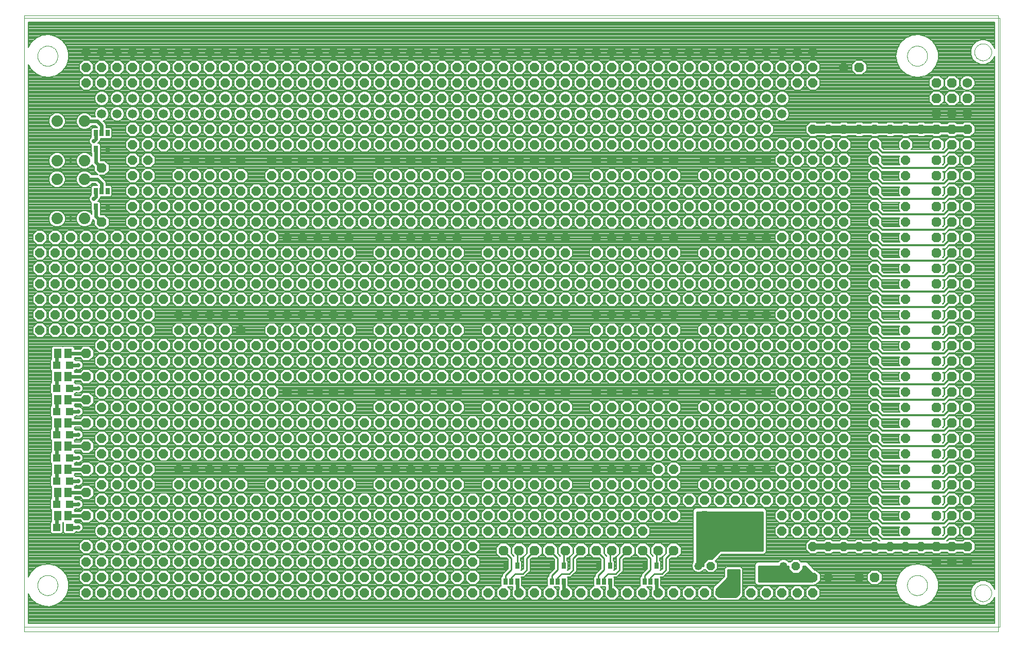
<source format=gtl>
G75*
G70*
%OFA0B0*%
%FSLAX24Y24*%
%IPPOS*%
%LPD*%
%AMOC8*
5,1,8,0,0,1.08239X$1,22.5*
%
%ADD10C,0.0000*%
%ADD11C,0.0630*%
%ADD12OC8,0.0630*%
%ADD13C,0.0594*%
%ADD14C,0.0740*%
%ADD15R,0.0272X0.0390*%
%ADD16R,0.0512X0.0591*%
%ADD17R,0.0472X0.0472*%
%ADD18OC8,0.0600*%
%ADD19R,0.2126X0.2441*%
%ADD20R,0.0394X0.0630*%
%ADD21OC8,0.0520*%
%ADD22C,0.0520*%
%ADD23C,0.0240*%
%ADD24C,0.0280*%
%ADD25C,0.0100*%
%ADD26C,0.0080*%
%ADD27C,0.0120*%
%ADD28C,0.0400*%
%ADD29C,0.0500*%
D10*
X004848Y007120D02*
X004848Y046990D01*
X067840Y046990D01*
X067840Y007120D01*
X004848Y007120D01*
X004848Y007430D02*
X004848Y046810D01*
X067948Y046810D01*
X067948Y007430D01*
X004848Y007430D01*
X005698Y010120D02*
X005700Y010170D01*
X005706Y010220D01*
X005716Y010270D01*
X005729Y010318D01*
X005746Y010366D01*
X005767Y010412D01*
X005791Y010456D01*
X005819Y010498D01*
X005850Y010538D01*
X005884Y010575D01*
X005921Y010610D01*
X005960Y010641D01*
X006001Y010670D01*
X006045Y010695D01*
X006091Y010717D01*
X006138Y010735D01*
X006186Y010749D01*
X006235Y010760D01*
X006285Y010767D01*
X006335Y010770D01*
X006386Y010769D01*
X006436Y010764D01*
X006486Y010755D01*
X006534Y010743D01*
X006582Y010726D01*
X006628Y010706D01*
X006673Y010683D01*
X006716Y010656D01*
X006756Y010626D01*
X006794Y010593D01*
X006829Y010557D01*
X006862Y010518D01*
X006891Y010477D01*
X006917Y010434D01*
X006940Y010389D01*
X006959Y010342D01*
X006974Y010294D01*
X006986Y010245D01*
X006994Y010195D01*
X006998Y010145D01*
X006998Y010095D01*
X006994Y010045D01*
X006986Y009995D01*
X006974Y009946D01*
X006959Y009898D01*
X006940Y009851D01*
X006917Y009806D01*
X006891Y009763D01*
X006862Y009722D01*
X006829Y009683D01*
X006794Y009647D01*
X006756Y009614D01*
X006716Y009584D01*
X006673Y009557D01*
X006628Y009534D01*
X006582Y009514D01*
X006534Y009497D01*
X006486Y009485D01*
X006436Y009476D01*
X006386Y009471D01*
X006335Y009470D01*
X006285Y009473D01*
X006235Y009480D01*
X006186Y009491D01*
X006138Y009505D01*
X006091Y009523D01*
X006045Y009545D01*
X006001Y009570D01*
X005960Y009599D01*
X005921Y009630D01*
X005884Y009665D01*
X005850Y009702D01*
X005819Y009742D01*
X005791Y009784D01*
X005767Y009828D01*
X005746Y009874D01*
X005729Y009922D01*
X005716Y009970D01*
X005706Y010020D01*
X005700Y010070D01*
X005698Y010120D01*
X005698Y044370D02*
X005700Y044420D01*
X005706Y044470D01*
X005716Y044520D01*
X005729Y044568D01*
X005746Y044616D01*
X005767Y044662D01*
X005791Y044706D01*
X005819Y044748D01*
X005850Y044788D01*
X005884Y044825D01*
X005921Y044860D01*
X005960Y044891D01*
X006001Y044920D01*
X006045Y044945D01*
X006091Y044967D01*
X006138Y044985D01*
X006186Y044999D01*
X006235Y045010D01*
X006285Y045017D01*
X006335Y045020D01*
X006386Y045019D01*
X006436Y045014D01*
X006486Y045005D01*
X006534Y044993D01*
X006582Y044976D01*
X006628Y044956D01*
X006673Y044933D01*
X006716Y044906D01*
X006756Y044876D01*
X006794Y044843D01*
X006829Y044807D01*
X006862Y044768D01*
X006891Y044727D01*
X006917Y044684D01*
X006940Y044639D01*
X006959Y044592D01*
X006974Y044544D01*
X006986Y044495D01*
X006994Y044445D01*
X006998Y044395D01*
X006998Y044345D01*
X006994Y044295D01*
X006986Y044245D01*
X006974Y044196D01*
X006959Y044148D01*
X006940Y044101D01*
X006917Y044056D01*
X006891Y044013D01*
X006862Y043972D01*
X006829Y043933D01*
X006794Y043897D01*
X006756Y043864D01*
X006716Y043834D01*
X006673Y043807D01*
X006628Y043784D01*
X006582Y043764D01*
X006534Y043747D01*
X006486Y043735D01*
X006436Y043726D01*
X006386Y043721D01*
X006335Y043720D01*
X006285Y043723D01*
X006235Y043730D01*
X006186Y043741D01*
X006138Y043755D01*
X006091Y043773D01*
X006045Y043795D01*
X006001Y043820D01*
X005960Y043849D01*
X005921Y043880D01*
X005884Y043915D01*
X005850Y043952D01*
X005819Y043992D01*
X005791Y044034D01*
X005767Y044078D01*
X005746Y044124D01*
X005729Y044172D01*
X005716Y044220D01*
X005706Y044270D01*
X005700Y044320D01*
X005698Y044370D01*
X061948Y044370D02*
X061950Y044420D01*
X061956Y044470D01*
X061966Y044520D01*
X061979Y044568D01*
X061996Y044616D01*
X062017Y044662D01*
X062041Y044706D01*
X062069Y044748D01*
X062100Y044788D01*
X062134Y044825D01*
X062171Y044860D01*
X062210Y044891D01*
X062251Y044920D01*
X062295Y044945D01*
X062341Y044967D01*
X062388Y044985D01*
X062436Y044999D01*
X062485Y045010D01*
X062535Y045017D01*
X062585Y045020D01*
X062636Y045019D01*
X062686Y045014D01*
X062736Y045005D01*
X062784Y044993D01*
X062832Y044976D01*
X062878Y044956D01*
X062923Y044933D01*
X062966Y044906D01*
X063006Y044876D01*
X063044Y044843D01*
X063079Y044807D01*
X063112Y044768D01*
X063141Y044727D01*
X063167Y044684D01*
X063190Y044639D01*
X063209Y044592D01*
X063224Y044544D01*
X063236Y044495D01*
X063244Y044445D01*
X063248Y044395D01*
X063248Y044345D01*
X063244Y044295D01*
X063236Y044245D01*
X063224Y044196D01*
X063209Y044148D01*
X063190Y044101D01*
X063167Y044056D01*
X063141Y044013D01*
X063112Y043972D01*
X063079Y043933D01*
X063044Y043897D01*
X063006Y043864D01*
X062966Y043834D01*
X062923Y043807D01*
X062878Y043784D01*
X062832Y043764D01*
X062784Y043747D01*
X062736Y043735D01*
X062686Y043726D01*
X062636Y043721D01*
X062585Y043720D01*
X062535Y043723D01*
X062485Y043730D01*
X062436Y043741D01*
X062388Y043755D01*
X062341Y043773D01*
X062295Y043795D01*
X062251Y043820D01*
X062210Y043849D01*
X062171Y043880D01*
X062134Y043915D01*
X062100Y043952D01*
X062069Y043992D01*
X062041Y044034D01*
X062017Y044078D01*
X061996Y044124D01*
X061979Y044172D01*
X061966Y044220D01*
X061956Y044270D01*
X061950Y044320D01*
X061948Y044370D01*
X066298Y044620D02*
X066300Y044667D01*
X066306Y044713D01*
X066316Y044759D01*
X066329Y044803D01*
X066347Y044847D01*
X066368Y044888D01*
X066392Y044928D01*
X066420Y044966D01*
X066451Y045001D01*
X066485Y045033D01*
X066521Y045062D01*
X066560Y045088D01*
X066600Y045111D01*
X066643Y045130D01*
X066687Y045146D01*
X066732Y045158D01*
X066778Y045166D01*
X066825Y045170D01*
X066871Y045170D01*
X066918Y045166D01*
X066964Y045158D01*
X067009Y045146D01*
X067053Y045130D01*
X067096Y045111D01*
X067136Y045088D01*
X067175Y045062D01*
X067211Y045033D01*
X067245Y045001D01*
X067276Y044966D01*
X067304Y044928D01*
X067328Y044888D01*
X067349Y044847D01*
X067367Y044803D01*
X067380Y044759D01*
X067390Y044713D01*
X067396Y044667D01*
X067398Y044620D01*
X067396Y044573D01*
X067390Y044527D01*
X067380Y044481D01*
X067367Y044437D01*
X067349Y044393D01*
X067328Y044352D01*
X067304Y044312D01*
X067276Y044274D01*
X067245Y044239D01*
X067211Y044207D01*
X067175Y044178D01*
X067136Y044152D01*
X067096Y044129D01*
X067053Y044110D01*
X067009Y044094D01*
X066964Y044082D01*
X066918Y044074D01*
X066871Y044070D01*
X066825Y044070D01*
X066778Y044074D01*
X066732Y044082D01*
X066687Y044094D01*
X066643Y044110D01*
X066600Y044129D01*
X066560Y044152D01*
X066521Y044178D01*
X066485Y044207D01*
X066451Y044239D01*
X066420Y044274D01*
X066392Y044312D01*
X066368Y044352D01*
X066347Y044393D01*
X066329Y044437D01*
X066316Y044481D01*
X066306Y044527D01*
X066300Y044573D01*
X066298Y044620D01*
X061948Y010120D02*
X061950Y010170D01*
X061956Y010220D01*
X061966Y010270D01*
X061979Y010318D01*
X061996Y010366D01*
X062017Y010412D01*
X062041Y010456D01*
X062069Y010498D01*
X062100Y010538D01*
X062134Y010575D01*
X062171Y010610D01*
X062210Y010641D01*
X062251Y010670D01*
X062295Y010695D01*
X062341Y010717D01*
X062388Y010735D01*
X062436Y010749D01*
X062485Y010760D01*
X062535Y010767D01*
X062585Y010770D01*
X062636Y010769D01*
X062686Y010764D01*
X062736Y010755D01*
X062784Y010743D01*
X062832Y010726D01*
X062878Y010706D01*
X062923Y010683D01*
X062966Y010656D01*
X063006Y010626D01*
X063044Y010593D01*
X063079Y010557D01*
X063112Y010518D01*
X063141Y010477D01*
X063167Y010434D01*
X063190Y010389D01*
X063209Y010342D01*
X063224Y010294D01*
X063236Y010245D01*
X063244Y010195D01*
X063248Y010145D01*
X063248Y010095D01*
X063244Y010045D01*
X063236Y009995D01*
X063224Y009946D01*
X063209Y009898D01*
X063190Y009851D01*
X063167Y009806D01*
X063141Y009763D01*
X063112Y009722D01*
X063079Y009683D01*
X063044Y009647D01*
X063006Y009614D01*
X062966Y009584D01*
X062923Y009557D01*
X062878Y009534D01*
X062832Y009514D01*
X062784Y009497D01*
X062736Y009485D01*
X062686Y009476D01*
X062636Y009471D01*
X062585Y009470D01*
X062535Y009473D01*
X062485Y009480D01*
X062436Y009491D01*
X062388Y009505D01*
X062341Y009523D01*
X062295Y009545D01*
X062251Y009570D01*
X062210Y009599D01*
X062171Y009630D01*
X062134Y009665D01*
X062100Y009702D01*
X062069Y009742D01*
X062041Y009784D01*
X062017Y009828D01*
X061996Y009874D01*
X061979Y009922D01*
X061966Y009970D01*
X061956Y010020D01*
X061950Y010070D01*
X061948Y010120D01*
X066298Y009620D02*
X066300Y009667D01*
X066306Y009713D01*
X066316Y009759D01*
X066329Y009803D01*
X066347Y009847D01*
X066368Y009888D01*
X066392Y009928D01*
X066420Y009966D01*
X066451Y010001D01*
X066485Y010033D01*
X066521Y010062D01*
X066560Y010088D01*
X066600Y010111D01*
X066643Y010130D01*
X066687Y010146D01*
X066732Y010158D01*
X066778Y010166D01*
X066825Y010170D01*
X066871Y010170D01*
X066918Y010166D01*
X066964Y010158D01*
X067009Y010146D01*
X067053Y010130D01*
X067096Y010111D01*
X067136Y010088D01*
X067175Y010062D01*
X067211Y010033D01*
X067245Y010001D01*
X067276Y009966D01*
X067304Y009928D01*
X067328Y009888D01*
X067349Y009847D01*
X067367Y009803D01*
X067380Y009759D01*
X067390Y009713D01*
X067396Y009667D01*
X067398Y009620D01*
X067396Y009573D01*
X067390Y009527D01*
X067380Y009481D01*
X067367Y009437D01*
X067349Y009393D01*
X067328Y009352D01*
X067304Y009312D01*
X067276Y009274D01*
X067245Y009239D01*
X067211Y009207D01*
X067175Y009178D01*
X067136Y009152D01*
X067096Y009129D01*
X067053Y009110D01*
X067009Y009094D01*
X066964Y009082D01*
X066918Y009074D01*
X066871Y009070D01*
X066825Y009070D01*
X066778Y009074D01*
X066732Y009082D01*
X066687Y009094D01*
X066643Y009110D01*
X066600Y009129D01*
X066560Y009152D01*
X066521Y009178D01*
X066485Y009207D01*
X066451Y009239D01*
X066420Y009274D01*
X066392Y009312D01*
X066368Y009352D01*
X066347Y009393D01*
X066329Y009437D01*
X066316Y009481D01*
X066306Y009527D01*
X066300Y009573D01*
X066298Y009620D01*
D11*
X058848Y010620D03*
X065848Y042620D03*
X057848Y043620D03*
D12*
X058848Y043620D03*
X063848Y042620D03*
X064848Y042620D03*
X064848Y041620D03*
X065848Y041620D03*
X065848Y040620D03*
X064848Y040620D03*
X064848Y039620D03*
X065848Y039620D03*
X065848Y038620D03*
X064848Y038620D03*
X063848Y038620D03*
X063848Y039620D03*
X063848Y040620D03*
X063848Y041620D03*
X063848Y037620D03*
X064848Y037620D03*
X065848Y037620D03*
X065848Y036620D03*
X064848Y036620D03*
X063848Y036620D03*
X063848Y035620D03*
X064848Y035620D03*
X065848Y035620D03*
X065848Y034620D03*
X064848Y034620D03*
X063848Y034620D03*
X063848Y033620D03*
X063848Y032620D03*
X064848Y032620D03*
X064848Y033620D03*
X065848Y033620D03*
X065848Y032620D03*
X065848Y031620D03*
X064848Y031620D03*
X063848Y031620D03*
X063848Y030620D03*
X064848Y030620D03*
X065848Y030620D03*
X065848Y029620D03*
X064848Y029620D03*
X063848Y029620D03*
X063848Y028620D03*
X064848Y028620D03*
X065848Y028620D03*
X065848Y027620D03*
X064848Y027620D03*
X064848Y026620D03*
X065848Y026620D03*
X065848Y025620D03*
X064848Y025620D03*
X063848Y025620D03*
X063848Y026620D03*
X063848Y027620D03*
X063848Y024620D03*
X064848Y024620D03*
X065848Y024620D03*
X065848Y023620D03*
X064848Y023620D03*
X063848Y023620D03*
X063848Y022620D03*
X064848Y022620D03*
X065848Y022620D03*
X065848Y021620D03*
X064848Y021620D03*
X064848Y020620D03*
X065848Y020620D03*
X065848Y019620D03*
X064848Y019620D03*
X063848Y019620D03*
X063848Y020620D03*
X063848Y021620D03*
X063848Y018620D03*
X064848Y018620D03*
X065848Y018620D03*
X065848Y017620D03*
X064848Y017620D03*
X063848Y017620D03*
X063848Y016620D03*
X064848Y016620D03*
X065848Y016620D03*
X065848Y015620D03*
X064848Y015620D03*
X063848Y015620D03*
X063848Y014620D03*
X063848Y013620D03*
X064848Y013620D03*
X064848Y014620D03*
X065848Y014620D03*
X065848Y013620D03*
X065848Y012620D03*
X064848Y012620D03*
X063848Y012620D03*
X063848Y011620D03*
X064848Y011620D03*
X065848Y011620D03*
X059848Y010620D03*
X055848Y010620D03*
X048848Y012620D03*
X048848Y013620D03*
X048848Y014620D03*
X046848Y012370D03*
X045848Y012370D03*
X044848Y012370D03*
X043848Y012370D03*
X042848Y012370D03*
X041848Y012370D03*
X040848Y012370D03*
X039848Y012370D03*
X038848Y012370D03*
X037848Y012370D03*
X036848Y012370D03*
X035848Y012370D03*
X008848Y014620D03*
X008848Y016120D03*
X008848Y017620D03*
X008848Y019120D03*
X008848Y020620D03*
X008848Y022120D03*
X008848Y023620D03*
X008848Y025120D03*
X009848Y033620D03*
X009848Y037120D03*
D13*
X009848Y040620D03*
X009848Y041620D03*
X010848Y041620D03*
X011848Y041620D03*
X012848Y041620D03*
X013848Y041620D03*
X014848Y041620D03*
X015848Y041620D03*
X016848Y041620D03*
X017848Y041620D03*
X018848Y041620D03*
X019848Y041620D03*
X020848Y041620D03*
X021848Y041620D03*
X022848Y041620D03*
X023848Y041620D03*
X024848Y041620D03*
X025848Y041620D03*
X026848Y041620D03*
X027848Y041620D03*
X028848Y041620D03*
X028848Y040620D03*
X027848Y040620D03*
X026848Y040620D03*
X025848Y040620D03*
X024848Y040620D03*
X023848Y040620D03*
X022848Y040620D03*
X021848Y040620D03*
X020848Y040620D03*
X019848Y040620D03*
X018848Y040620D03*
X017848Y040620D03*
X016848Y040620D03*
X015848Y040620D03*
X014848Y040620D03*
X013848Y040620D03*
X012848Y040620D03*
X011848Y040620D03*
X010848Y040620D03*
X034848Y040620D03*
X035848Y040620D03*
X036848Y040620D03*
X036848Y041620D03*
X035848Y041620D03*
X034848Y041620D03*
X037848Y041620D03*
X038848Y041620D03*
X039848Y041620D03*
X040848Y041620D03*
X041848Y041620D03*
X042848Y041620D03*
X043848Y041620D03*
X044848Y041620D03*
X045848Y041620D03*
X046848Y041620D03*
X047848Y041620D03*
X048848Y041620D03*
X049848Y041620D03*
X050848Y041620D03*
X051848Y041620D03*
X052848Y041620D03*
X053848Y041620D03*
X053848Y040620D03*
X052848Y040620D03*
X051848Y040620D03*
X050848Y040620D03*
X049848Y040620D03*
X048848Y040620D03*
X047848Y040620D03*
X046848Y040620D03*
X045848Y040620D03*
X044848Y040620D03*
X043848Y040620D03*
X042848Y040620D03*
X041848Y040620D03*
X040848Y040620D03*
X039848Y040620D03*
X038848Y040620D03*
X037848Y040620D03*
X028848Y013620D03*
X027848Y013620D03*
X026848Y013620D03*
X025848Y013620D03*
X024848Y013620D03*
X023848Y013620D03*
X022848Y013620D03*
X021848Y013620D03*
X020848Y013620D03*
X019848Y013620D03*
X018848Y013620D03*
X017848Y013620D03*
X016848Y013620D03*
X015848Y013620D03*
X014848Y013620D03*
X013848Y013620D03*
X012848Y013620D03*
X011848Y013620D03*
X010848Y013620D03*
X009848Y013620D03*
X009848Y012620D03*
X010848Y012620D03*
X011848Y012620D03*
X012848Y012620D03*
X013848Y012620D03*
X014848Y012620D03*
X015848Y012620D03*
X016848Y012620D03*
X017848Y012620D03*
X018848Y012620D03*
X019848Y012620D03*
X020848Y012620D03*
X021848Y012620D03*
X022848Y012620D03*
X023848Y012620D03*
X024848Y012620D03*
X025848Y012620D03*
X026848Y012620D03*
X027848Y012620D03*
X028848Y012620D03*
D14*
X008738Y033840D03*
X006958Y033840D03*
X006958Y036400D03*
X006958Y037590D03*
X008738Y037590D03*
X008738Y036400D03*
X008738Y040150D03*
X006958Y040150D03*
D15*
X009474Y039377D03*
X009848Y039377D03*
X010222Y039377D03*
X010222Y038358D03*
X009474Y038358D03*
X009474Y035627D03*
X009848Y035627D03*
X010222Y035627D03*
X010222Y034608D03*
X009474Y034608D03*
X035974Y011381D03*
X036722Y011381D03*
X036722Y010362D03*
X036348Y010362D03*
X035974Y010362D03*
X038974Y010362D03*
X039348Y010362D03*
X039722Y010362D03*
X039722Y011381D03*
X038974Y011381D03*
X041974Y011381D03*
X042722Y011381D03*
X042722Y010362D03*
X042348Y010362D03*
X041974Y010362D03*
X044974Y010362D03*
X045348Y010362D03*
X045722Y010362D03*
X045722Y011381D03*
X044974Y011381D03*
D16*
X007683Y014620D03*
X007013Y014620D03*
X007013Y016120D03*
X007683Y016120D03*
X007683Y017620D03*
X007013Y017620D03*
X007013Y019120D03*
X007683Y019120D03*
X007683Y020620D03*
X007013Y020620D03*
X007013Y022120D03*
X007683Y022120D03*
X007683Y023620D03*
X007013Y023620D03*
X007013Y025120D03*
X007683Y025120D03*
D17*
X007761Y024370D03*
X006934Y024370D03*
X006934Y022870D03*
X007761Y022870D03*
X007761Y021370D03*
X006934Y021370D03*
X006934Y019870D03*
X007761Y019870D03*
X007761Y018370D03*
X006934Y018370D03*
X006934Y016870D03*
X007761Y016870D03*
X007761Y015370D03*
X006934Y015370D03*
X006934Y013870D03*
X007761Y013870D03*
D18*
X008848Y012620D03*
X008848Y011620D03*
X009848Y011620D03*
X010848Y011620D03*
X011848Y011620D03*
X012848Y011620D03*
X013848Y011620D03*
X014848Y011620D03*
X015848Y011620D03*
X016848Y011620D03*
X017848Y011620D03*
X018848Y011620D03*
X019848Y011620D03*
X020848Y011620D03*
X021848Y011620D03*
X022848Y011620D03*
X023848Y011620D03*
X024848Y011620D03*
X025848Y011620D03*
X026848Y011620D03*
X027848Y011620D03*
X028848Y011620D03*
X029848Y011620D03*
X030848Y011620D03*
X031848Y011620D03*
X031848Y012620D03*
X030848Y012620D03*
X029848Y012620D03*
X029848Y013620D03*
X029848Y014620D03*
X030848Y014620D03*
X031848Y014620D03*
X031848Y013620D03*
X030848Y013620D03*
X030848Y015620D03*
X031848Y015620D03*
X031848Y016620D03*
X030848Y016620D03*
X029848Y016620D03*
X029848Y017620D03*
X030848Y017620D03*
X031848Y017620D03*
X031848Y018620D03*
X030848Y018620D03*
X029848Y018620D03*
X029848Y019620D03*
X030848Y019620D03*
X031848Y019620D03*
X031848Y020620D03*
X031848Y021620D03*
X030848Y021620D03*
X029848Y021620D03*
X029848Y020620D03*
X030848Y020620D03*
X030848Y022620D03*
X031848Y022620D03*
X031848Y023620D03*
X030848Y023620D03*
X029848Y023620D03*
X029848Y024620D03*
X030848Y024620D03*
X031848Y024620D03*
X031848Y025620D03*
X030848Y025620D03*
X029848Y025620D03*
X029848Y026620D03*
X029848Y027620D03*
X030848Y027620D03*
X031848Y027620D03*
X031848Y026620D03*
X030848Y026620D03*
X030848Y028620D03*
X031848Y028620D03*
X031848Y029620D03*
X030848Y029620D03*
X029848Y029620D03*
X029848Y030620D03*
X030848Y030620D03*
X031848Y030620D03*
X031848Y031620D03*
X030848Y031620D03*
X029848Y031620D03*
X029848Y032620D03*
X029848Y033620D03*
X030848Y033620D03*
X031848Y033620D03*
X031848Y032620D03*
X030848Y032620D03*
X030848Y034620D03*
X031848Y034620D03*
X031848Y035620D03*
X030848Y035620D03*
X029848Y035620D03*
X029848Y036620D03*
X030848Y036620D03*
X031848Y036620D03*
X031848Y037620D03*
X030848Y037620D03*
X029848Y037620D03*
X029848Y038620D03*
X030848Y038620D03*
X031848Y038620D03*
X031848Y039620D03*
X031848Y040620D03*
X030848Y040620D03*
X029848Y040620D03*
X029848Y039620D03*
X030848Y039620D03*
X030848Y041620D03*
X031848Y041620D03*
X031848Y042620D03*
X030848Y042620D03*
X029848Y042620D03*
X029848Y043620D03*
X030848Y043620D03*
X031848Y043620D03*
X031848Y044620D03*
X030848Y044620D03*
X029848Y044620D03*
X028848Y044620D03*
X027848Y044620D03*
X026848Y044620D03*
X025848Y044620D03*
X024848Y044620D03*
X023848Y044620D03*
X022848Y044620D03*
X021848Y044620D03*
X020848Y044620D03*
X019848Y044620D03*
X018848Y044620D03*
X017848Y044620D03*
X016848Y044620D03*
X015848Y044620D03*
X014848Y044620D03*
X013848Y044620D03*
X012848Y044620D03*
X011848Y044620D03*
X010848Y044620D03*
X009848Y044620D03*
X008848Y044620D03*
X008848Y043620D03*
X009848Y043620D03*
X010848Y043620D03*
X011848Y043620D03*
X012848Y043620D03*
X013848Y043620D03*
X014848Y043620D03*
X015848Y043620D03*
X016848Y043620D03*
X017848Y043620D03*
X018848Y043620D03*
X019848Y043620D03*
X020848Y043620D03*
X021848Y043620D03*
X022848Y043620D03*
X023848Y043620D03*
X024848Y043620D03*
X025848Y043620D03*
X026848Y043620D03*
X027848Y043620D03*
X028848Y043620D03*
X028848Y042620D03*
X027848Y042620D03*
X026848Y042620D03*
X025848Y042620D03*
X024848Y042620D03*
X023848Y042620D03*
X022848Y042620D03*
X021848Y042620D03*
X020848Y042620D03*
X019848Y042620D03*
X018848Y042620D03*
X017848Y042620D03*
X016848Y042620D03*
X015848Y042620D03*
X014848Y042620D03*
X013848Y042620D03*
X012848Y042620D03*
X011848Y042620D03*
X010848Y042620D03*
X009848Y042620D03*
X008848Y042620D03*
X011848Y039620D03*
X012848Y039620D03*
X013848Y039620D03*
X014848Y039620D03*
X015848Y039620D03*
X016848Y039620D03*
X017848Y039620D03*
X018848Y039620D03*
X019848Y039620D03*
X020848Y039620D03*
X021848Y039620D03*
X022848Y039620D03*
X023848Y039620D03*
X024848Y039620D03*
X025848Y039620D03*
X026848Y039620D03*
X027848Y039620D03*
X028848Y039620D03*
X028848Y038620D03*
X027848Y038620D03*
X026848Y038620D03*
X025848Y038620D03*
X024848Y038620D03*
X023848Y038620D03*
X022848Y038620D03*
X021848Y038620D03*
X020848Y038620D03*
X019848Y038620D03*
X018848Y038620D03*
X017848Y038620D03*
X016848Y038620D03*
X015848Y038620D03*
X014848Y038620D03*
X013848Y038620D03*
X012848Y038620D03*
X011848Y038620D03*
X011848Y037620D03*
X012848Y037620D03*
X012848Y036620D03*
X011848Y036620D03*
X011848Y035620D03*
X012848Y035620D03*
X013848Y035620D03*
X014848Y035620D03*
X014848Y036620D03*
X014848Y037620D03*
X015848Y037620D03*
X016848Y037620D03*
X017848Y037620D03*
X018848Y037620D03*
X018848Y036620D03*
X017848Y036620D03*
X016848Y036620D03*
X015848Y036620D03*
X015848Y035620D03*
X016848Y035620D03*
X017848Y035620D03*
X018848Y035620D03*
X019848Y035620D03*
X020848Y035620D03*
X021848Y035620D03*
X021848Y036620D03*
X020848Y036620D03*
X020848Y037620D03*
X021848Y037620D03*
X022848Y037620D03*
X023848Y037620D03*
X024848Y037620D03*
X025848Y037620D03*
X025848Y036620D03*
X024848Y036620D03*
X023848Y036620D03*
X022848Y036620D03*
X022848Y035620D03*
X023848Y035620D03*
X024848Y035620D03*
X025848Y035620D03*
X026848Y035620D03*
X027848Y035620D03*
X028848Y035620D03*
X028848Y036620D03*
X027848Y036620D03*
X027848Y037620D03*
X028848Y037620D03*
X028848Y034620D03*
X027848Y034620D03*
X026848Y034620D03*
X025848Y034620D03*
X024848Y034620D03*
X023848Y034620D03*
X022848Y034620D03*
X021848Y034620D03*
X020848Y034620D03*
X019848Y034620D03*
X018848Y034620D03*
X017848Y034620D03*
X016848Y034620D03*
X015848Y034620D03*
X014848Y034620D03*
X013848Y034620D03*
X012848Y034620D03*
X011848Y034620D03*
X011848Y033620D03*
X011848Y032620D03*
X010848Y032620D03*
X009848Y032620D03*
X008848Y032620D03*
X007848Y032620D03*
X006848Y032620D03*
X005848Y032620D03*
X005848Y031620D03*
X006848Y031620D03*
X007848Y031620D03*
X008848Y031620D03*
X009848Y031620D03*
X010848Y031620D03*
X011848Y031620D03*
X012848Y031620D03*
X013848Y031620D03*
X014848Y031620D03*
X014848Y032620D03*
X014848Y033620D03*
X013848Y033620D03*
X012848Y033620D03*
X012848Y032620D03*
X013848Y032620D03*
X015848Y032620D03*
X015848Y033620D03*
X016848Y033620D03*
X016848Y032620D03*
X017848Y032620D03*
X017848Y033620D03*
X018848Y033620D03*
X019848Y033620D03*
X019848Y032620D03*
X018848Y032620D03*
X018848Y031620D03*
X019848Y031620D03*
X020848Y031620D03*
X021848Y031620D03*
X021848Y032620D03*
X021848Y033620D03*
X020848Y033620D03*
X020848Y032620D03*
X022848Y032620D03*
X022848Y033620D03*
X023848Y033620D03*
X023848Y032620D03*
X024848Y032620D03*
X024848Y033620D03*
X025848Y033620D03*
X026848Y033620D03*
X025848Y032620D03*
X025848Y031620D03*
X024848Y031620D03*
X023848Y031620D03*
X022848Y031620D03*
X022848Y030620D03*
X023848Y030620D03*
X024848Y030620D03*
X025848Y030620D03*
X026848Y030620D03*
X027848Y030620D03*
X028848Y030620D03*
X028848Y031620D03*
X027848Y031620D03*
X027848Y032620D03*
X027848Y033620D03*
X028848Y033620D03*
X028848Y032620D03*
X029848Y034620D03*
X032848Y034620D03*
X033848Y034620D03*
X033848Y035620D03*
X032848Y035620D03*
X032848Y036620D03*
X032848Y037620D03*
X032848Y038620D03*
X033848Y038620D03*
X033848Y039620D03*
X033848Y040620D03*
X032848Y040620D03*
X032848Y039620D03*
X032848Y041620D03*
X033848Y041620D03*
X033848Y042620D03*
X032848Y042620D03*
X032848Y043620D03*
X033848Y043620D03*
X033848Y044620D03*
X032848Y044620D03*
X034848Y044620D03*
X035848Y044620D03*
X036848Y044620D03*
X037848Y044620D03*
X038848Y044620D03*
X039848Y044620D03*
X040848Y044620D03*
X041848Y044620D03*
X042848Y044620D03*
X043848Y044620D03*
X044848Y044620D03*
X045848Y044620D03*
X046848Y044620D03*
X047848Y044620D03*
X048848Y044620D03*
X049848Y044620D03*
X050848Y044620D03*
X051848Y044620D03*
X052848Y044620D03*
X053848Y044620D03*
X054848Y044620D03*
X055848Y044620D03*
X055848Y043620D03*
X054848Y043620D03*
X053848Y043620D03*
X052848Y043620D03*
X051848Y043620D03*
X050848Y043620D03*
X049848Y043620D03*
X048848Y043620D03*
X047848Y043620D03*
X046848Y043620D03*
X045848Y043620D03*
X044848Y043620D03*
X043848Y043620D03*
X042848Y043620D03*
X041848Y043620D03*
X040848Y043620D03*
X039848Y043620D03*
X038848Y043620D03*
X037848Y043620D03*
X036848Y043620D03*
X035848Y043620D03*
X034848Y043620D03*
X034848Y042620D03*
X035848Y042620D03*
X036848Y042620D03*
X037848Y042620D03*
X038848Y042620D03*
X039848Y042620D03*
X040848Y042620D03*
X041848Y042620D03*
X042848Y042620D03*
X043848Y042620D03*
X044848Y042620D03*
X045848Y042620D03*
X046848Y042620D03*
X047848Y042620D03*
X048848Y042620D03*
X049848Y042620D03*
X050848Y042620D03*
X051848Y042620D03*
X052848Y042620D03*
X053848Y042620D03*
X054848Y042620D03*
X055848Y042620D03*
X055848Y039620D03*
X056848Y039620D03*
X057848Y039620D03*
X058848Y039620D03*
X059848Y039620D03*
X060848Y039620D03*
X061848Y039620D03*
X062848Y039620D03*
X061848Y038620D03*
X061848Y037620D03*
X061848Y036620D03*
X061848Y035620D03*
X061848Y034620D03*
X061848Y033620D03*
X061848Y032620D03*
X061848Y031620D03*
X061848Y030620D03*
X061848Y029620D03*
X061848Y028620D03*
X061848Y027620D03*
X061848Y026620D03*
X061848Y025620D03*
X061848Y024620D03*
X061848Y023620D03*
X061848Y022620D03*
X061848Y021620D03*
X061848Y020620D03*
X061848Y019620D03*
X061848Y018620D03*
X061848Y017620D03*
X061848Y016620D03*
X061848Y015620D03*
X061848Y014620D03*
X061848Y013620D03*
X061848Y012620D03*
X062848Y012620D03*
X060848Y012620D03*
X059848Y012620D03*
X059848Y013620D03*
X059848Y014620D03*
X059848Y015620D03*
X059848Y016620D03*
X059848Y017620D03*
X059848Y018620D03*
X059848Y019620D03*
X059848Y020620D03*
X059848Y021620D03*
X059848Y022620D03*
X059848Y023620D03*
X059848Y024620D03*
X059848Y025620D03*
X059848Y026620D03*
X059848Y027620D03*
X059848Y028620D03*
X059848Y029620D03*
X059848Y030620D03*
X059848Y031620D03*
X059848Y032620D03*
X059848Y033620D03*
X059848Y034620D03*
X059848Y035620D03*
X059848Y036620D03*
X059848Y037620D03*
X059848Y038620D03*
X057848Y038620D03*
X056848Y038620D03*
X055848Y038620D03*
X054848Y038620D03*
X053848Y038620D03*
X052848Y038620D03*
X051848Y038620D03*
X051848Y039620D03*
X052848Y039620D03*
X050848Y039620D03*
X049848Y039620D03*
X048848Y039620D03*
X047848Y039620D03*
X046848Y039620D03*
X045848Y039620D03*
X044848Y039620D03*
X043848Y039620D03*
X042848Y039620D03*
X041848Y039620D03*
X040848Y039620D03*
X039848Y039620D03*
X038848Y039620D03*
X037848Y039620D03*
X036848Y039620D03*
X035848Y039620D03*
X034848Y039620D03*
X034848Y038620D03*
X035848Y038620D03*
X036848Y038620D03*
X037848Y038620D03*
X038848Y038620D03*
X039848Y038620D03*
X040848Y038620D03*
X041848Y038620D03*
X042848Y038620D03*
X043848Y038620D03*
X044848Y038620D03*
X045848Y038620D03*
X046848Y038620D03*
X047848Y038620D03*
X048848Y038620D03*
X049848Y038620D03*
X050848Y038620D03*
X050848Y037620D03*
X049848Y037620D03*
X048848Y037620D03*
X048848Y036620D03*
X049848Y036620D03*
X050848Y036620D03*
X051848Y036620D03*
X052848Y036620D03*
X053848Y036620D03*
X053848Y037620D03*
X052848Y037620D03*
X051848Y037620D03*
X051848Y035620D03*
X052848Y035620D03*
X053848Y035620D03*
X054848Y035620D03*
X055848Y035620D03*
X055848Y036620D03*
X054848Y036620D03*
X054848Y037620D03*
X055848Y037620D03*
X056848Y037620D03*
X057848Y037620D03*
X057848Y036620D03*
X056848Y036620D03*
X056848Y035620D03*
X057848Y035620D03*
X057848Y034620D03*
X056848Y034620D03*
X055848Y034620D03*
X054848Y034620D03*
X053848Y034620D03*
X052848Y034620D03*
X051848Y034620D03*
X050848Y034620D03*
X049848Y034620D03*
X049848Y035620D03*
X050848Y035620D03*
X048848Y035620D03*
X047848Y035620D03*
X046848Y035620D03*
X045848Y035620D03*
X044848Y035620D03*
X044848Y036620D03*
X045848Y036620D03*
X046848Y036620D03*
X046848Y037620D03*
X045848Y037620D03*
X044848Y037620D03*
X043848Y037620D03*
X042848Y037620D03*
X041848Y037620D03*
X041848Y036620D03*
X042848Y036620D03*
X043848Y036620D03*
X043848Y035620D03*
X042848Y035620D03*
X041848Y035620D03*
X040848Y035620D03*
X039848Y035620D03*
X039848Y036620D03*
X039848Y037620D03*
X038848Y037620D03*
X037848Y037620D03*
X036848Y037620D03*
X035848Y037620D03*
X034848Y037620D03*
X034848Y036620D03*
X035848Y036620D03*
X036848Y036620D03*
X037848Y036620D03*
X038848Y036620D03*
X038848Y035620D03*
X037848Y035620D03*
X036848Y035620D03*
X035848Y035620D03*
X034848Y035620D03*
X034848Y034620D03*
X035848Y034620D03*
X036848Y034620D03*
X037848Y034620D03*
X038848Y034620D03*
X039848Y034620D03*
X040848Y034620D03*
X041848Y034620D03*
X042848Y034620D03*
X043848Y034620D03*
X044848Y034620D03*
X045848Y034620D03*
X046848Y034620D03*
X047848Y034620D03*
X048848Y034620D03*
X048848Y033620D03*
X047848Y033620D03*
X048848Y032620D03*
X049848Y032620D03*
X049848Y033620D03*
X050848Y033620D03*
X050848Y032620D03*
X051848Y032620D03*
X051848Y033620D03*
X052848Y033620D03*
X053848Y033620D03*
X053848Y032620D03*
X052848Y032620D03*
X052848Y031620D03*
X053848Y031620D03*
X054848Y031620D03*
X055848Y031620D03*
X055848Y032620D03*
X055848Y033620D03*
X054848Y033620D03*
X054848Y032620D03*
X056848Y032620D03*
X056848Y033620D03*
X057848Y033620D03*
X057848Y032620D03*
X057848Y031620D03*
X056848Y031620D03*
X056848Y030620D03*
X057848Y030620D03*
X057848Y029620D03*
X056848Y029620D03*
X055848Y029620D03*
X054848Y029620D03*
X054848Y030620D03*
X055848Y030620D03*
X053848Y030620D03*
X052848Y030620D03*
X051848Y030620D03*
X051848Y031620D03*
X050848Y031620D03*
X049848Y031620D03*
X048848Y031620D03*
X048848Y030620D03*
X047848Y030620D03*
X046848Y030620D03*
X045848Y030620D03*
X044848Y030620D03*
X044848Y031620D03*
X045848Y031620D03*
X046848Y031620D03*
X046848Y032620D03*
X046848Y033620D03*
X045848Y033620D03*
X044848Y033620D03*
X044848Y032620D03*
X045848Y032620D03*
X043848Y032620D03*
X043848Y033620D03*
X042848Y033620D03*
X042848Y032620D03*
X041848Y032620D03*
X041848Y033620D03*
X040848Y033620D03*
X039848Y033620D03*
X039848Y032620D03*
X038848Y032620D03*
X038848Y033620D03*
X037848Y033620D03*
X037848Y032620D03*
X036848Y032620D03*
X036848Y033620D03*
X035848Y033620D03*
X034848Y033620D03*
X034848Y032620D03*
X035848Y032620D03*
X035848Y031620D03*
X036848Y031620D03*
X037848Y031620D03*
X038848Y031620D03*
X039848Y031620D03*
X039848Y030620D03*
X040848Y030620D03*
X041848Y030620D03*
X041848Y031620D03*
X042848Y031620D03*
X043848Y031620D03*
X043848Y030620D03*
X042848Y030620D03*
X042848Y029620D03*
X043848Y029620D03*
X044848Y029620D03*
X045848Y029620D03*
X046848Y029620D03*
X047848Y029620D03*
X048848Y029620D03*
X049848Y029620D03*
X050848Y029620D03*
X050848Y030620D03*
X049848Y030620D03*
X051848Y029620D03*
X052848Y029620D03*
X053848Y029620D03*
X053848Y028620D03*
X052848Y028620D03*
X051848Y028620D03*
X050848Y028620D03*
X049848Y028620D03*
X048848Y028620D03*
X047848Y028620D03*
X046848Y028620D03*
X045848Y028620D03*
X044848Y028620D03*
X043848Y028620D03*
X042848Y028620D03*
X041848Y028620D03*
X040848Y028620D03*
X039848Y028620D03*
X039848Y029620D03*
X040848Y029620D03*
X041848Y029620D03*
X041848Y027620D03*
X041848Y026620D03*
X042848Y026620D03*
X042848Y027620D03*
X043848Y027620D03*
X043848Y026620D03*
X044848Y026620D03*
X044848Y027620D03*
X045848Y027620D03*
X046848Y027620D03*
X046848Y026620D03*
X045848Y026620D03*
X045848Y025620D03*
X046848Y025620D03*
X047848Y025620D03*
X048848Y025620D03*
X048848Y026620D03*
X048848Y027620D03*
X049848Y027620D03*
X050848Y027620D03*
X050848Y026620D03*
X049848Y026620D03*
X049848Y025620D03*
X050848Y025620D03*
X051848Y025620D03*
X052848Y025620D03*
X053848Y025620D03*
X053848Y026620D03*
X053848Y027620D03*
X052848Y027620D03*
X051848Y027620D03*
X051848Y026620D03*
X052848Y026620D03*
X054848Y026620D03*
X054848Y027620D03*
X055848Y027620D03*
X055848Y026620D03*
X056848Y026620D03*
X056848Y027620D03*
X057848Y027620D03*
X057848Y026620D03*
X057848Y025620D03*
X056848Y025620D03*
X055848Y025620D03*
X054848Y025620D03*
X054848Y024620D03*
X055848Y024620D03*
X056848Y024620D03*
X057848Y024620D03*
X057848Y023620D03*
X056848Y023620D03*
X055848Y023620D03*
X054848Y023620D03*
X053848Y023620D03*
X052848Y023620D03*
X051848Y023620D03*
X051848Y024620D03*
X052848Y024620D03*
X053848Y024620D03*
X053848Y022620D03*
X052848Y022620D03*
X051848Y022620D03*
X050848Y022620D03*
X049848Y022620D03*
X049848Y023620D03*
X050848Y023620D03*
X050848Y024620D03*
X049848Y024620D03*
X048848Y024620D03*
X047848Y024620D03*
X046848Y024620D03*
X045848Y024620D03*
X044848Y024620D03*
X044848Y025620D03*
X043848Y025620D03*
X042848Y025620D03*
X041848Y025620D03*
X040848Y025620D03*
X039848Y025620D03*
X039848Y026620D03*
X039848Y027620D03*
X038848Y027620D03*
X037848Y027620D03*
X037848Y026620D03*
X038848Y026620D03*
X038848Y025620D03*
X037848Y025620D03*
X036848Y025620D03*
X035848Y025620D03*
X034848Y025620D03*
X034848Y026620D03*
X034848Y027620D03*
X035848Y027620D03*
X036848Y027620D03*
X036848Y026620D03*
X035848Y026620D03*
X035848Y028620D03*
X036848Y028620D03*
X036848Y029620D03*
X035848Y029620D03*
X034848Y029620D03*
X034848Y030620D03*
X035848Y030620D03*
X036848Y030620D03*
X037848Y030620D03*
X038848Y030620D03*
X038848Y029620D03*
X037848Y029620D03*
X037848Y028620D03*
X038848Y028620D03*
X034848Y028620D03*
X033848Y028620D03*
X032848Y028620D03*
X032848Y029620D03*
X033848Y029620D03*
X033848Y030620D03*
X032848Y030620D03*
X032848Y031620D03*
X032848Y032620D03*
X032848Y033620D03*
X033848Y033620D03*
X034848Y031620D03*
X029848Y028620D03*
X028848Y028620D03*
X027848Y028620D03*
X027848Y029620D03*
X028848Y029620D03*
X026848Y029620D03*
X025848Y029620D03*
X024848Y029620D03*
X023848Y029620D03*
X022848Y029620D03*
X021848Y029620D03*
X020848Y029620D03*
X020848Y030620D03*
X021848Y030620D03*
X019848Y030620D03*
X018848Y030620D03*
X017848Y030620D03*
X017848Y031620D03*
X016848Y031620D03*
X015848Y031620D03*
X015848Y030620D03*
X016848Y030620D03*
X016848Y029620D03*
X015848Y029620D03*
X014848Y029620D03*
X013848Y029620D03*
X012848Y029620D03*
X012848Y030620D03*
X013848Y030620D03*
X014848Y030620D03*
X014848Y028620D03*
X013848Y028620D03*
X012848Y028620D03*
X011848Y028620D03*
X010848Y028620D03*
X010848Y029620D03*
X011848Y029620D03*
X011848Y030620D03*
X010848Y030620D03*
X009848Y030620D03*
X008848Y030620D03*
X007848Y030620D03*
X006848Y030620D03*
X005848Y030620D03*
X005848Y029620D03*
X006848Y029620D03*
X007848Y029620D03*
X008848Y029620D03*
X009848Y029620D03*
X009848Y028620D03*
X008848Y028620D03*
X007848Y028620D03*
X006848Y028620D03*
X005848Y028620D03*
X005848Y027620D03*
X006848Y027620D03*
X006848Y026620D03*
X005848Y026620D03*
X007848Y026620D03*
X007848Y027620D03*
X008848Y027620D03*
X009848Y027620D03*
X009848Y026620D03*
X008848Y026620D03*
X009848Y025620D03*
X010848Y025620D03*
X011848Y025620D03*
X011848Y026620D03*
X011848Y027620D03*
X010848Y027620D03*
X010848Y026620D03*
X012848Y026620D03*
X012848Y027620D03*
X014848Y027620D03*
X014848Y026620D03*
X015848Y026620D03*
X015848Y027620D03*
X016848Y027620D03*
X016848Y026620D03*
X017848Y026620D03*
X017848Y027620D03*
X018848Y027620D03*
X018848Y026620D03*
X018848Y025620D03*
X019848Y025620D03*
X020848Y025620D03*
X021848Y025620D03*
X021848Y026620D03*
X021848Y027620D03*
X020848Y027620D03*
X020848Y026620D03*
X020848Y028620D03*
X021848Y028620D03*
X022848Y028620D03*
X023848Y028620D03*
X024848Y028620D03*
X025848Y028620D03*
X026848Y028620D03*
X027848Y027620D03*
X028848Y027620D03*
X028848Y026620D03*
X027848Y026620D03*
X027848Y025620D03*
X028848Y025620D03*
X028848Y024620D03*
X027848Y024620D03*
X026848Y024620D03*
X025848Y024620D03*
X024848Y024620D03*
X024848Y025620D03*
X025848Y025620D03*
X026848Y025620D03*
X025848Y026620D03*
X025848Y027620D03*
X024848Y027620D03*
X024848Y026620D03*
X023848Y026620D03*
X023848Y027620D03*
X022848Y027620D03*
X022848Y026620D03*
X022848Y025620D03*
X023848Y025620D03*
X023848Y024620D03*
X022848Y024620D03*
X021848Y024620D03*
X020848Y024620D03*
X019848Y024620D03*
X018848Y024620D03*
X017848Y024620D03*
X017848Y025620D03*
X016848Y025620D03*
X015848Y025620D03*
X014848Y025620D03*
X013848Y025620D03*
X012848Y025620D03*
X012848Y024620D03*
X013848Y024620D03*
X014848Y024620D03*
X015848Y024620D03*
X016848Y024620D03*
X016848Y023620D03*
X015848Y023620D03*
X014848Y023620D03*
X013848Y023620D03*
X012848Y023620D03*
X011848Y023620D03*
X010848Y023620D03*
X010848Y024620D03*
X011848Y024620D03*
X009848Y024620D03*
X009848Y023620D03*
X009848Y022620D03*
X010848Y022620D03*
X011848Y022620D03*
X012848Y022620D03*
X013848Y022620D03*
X014848Y022620D03*
X015848Y022620D03*
X016848Y022620D03*
X017848Y022620D03*
X018848Y022620D03*
X019848Y022620D03*
X019848Y023620D03*
X018848Y023620D03*
X017848Y023620D03*
X017848Y021620D03*
X018848Y021620D03*
X019848Y021620D03*
X019848Y020620D03*
X018848Y020620D03*
X017848Y020620D03*
X016848Y020620D03*
X016848Y021620D03*
X015848Y021620D03*
X015848Y020620D03*
X014848Y020620D03*
X014848Y021620D03*
X013848Y021620D03*
X012848Y021620D03*
X012848Y020620D03*
X013848Y020620D03*
X013848Y019620D03*
X014848Y019620D03*
X015848Y019620D03*
X016848Y019620D03*
X017848Y019620D03*
X018848Y019620D03*
X019848Y019620D03*
X020848Y019620D03*
X021848Y019620D03*
X021848Y020620D03*
X021848Y021620D03*
X020848Y021620D03*
X020848Y020620D03*
X020848Y022620D03*
X021848Y022620D03*
X021848Y023620D03*
X020848Y023620D03*
X022848Y023620D03*
X023848Y023620D03*
X024848Y023620D03*
X025848Y023620D03*
X026848Y023620D03*
X027848Y023620D03*
X028848Y023620D03*
X028848Y022620D03*
X027848Y022620D03*
X027848Y021620D03*
X028848Y021620D03*
X028848Y020620D03*
X027848Y020620D03*
X026848Y020620D03*
X025848Y020620D03*
X025848Y021620D03*
X024848Y021620D03*
X024848Y020620D03*
X023848Y020620D03*
X023848Y021620D03*
X022848Y021620D03*
X022848Y020620D03*
X022848Y019620D03*
X023848Y019620D03*
X024848Y019620D03*
X025848Y019620D03*
X026848Y019620D03*
X027848Y019620D03*
X028848Y019620D03*
X028848Y018620D03*
X027848Y018620D03*
X026848Y018620D03*
X025848Y018620D03*
X024848Y018620D03*
X023848Y018620D03*
X022848Y018620D03*
X021848Y018620D03*
X020848Y018620D03*
X019848Y018620D03*
X018848Y018620D03*
X017848Y018620D03*
X016848Y018620D03*
X015848Y018620D03*
X014848Y018620D03*
X013848Y018620D03*
X012848Y018620D03*
X012848Y019620D03*
X011848Y019620D03*
X010848Y019620D03*
X010848Y020620D03*
X010848Y021620D03*
X011848Y021620D03*
X011848Y020620D03*
X009848Y020620D03*
X009848Y021620D03*
X009848Y019620D03*
X009848Y018620D03*
X010848Y018620D03*
X011848Y018620D03*
X011848Y017620D03*
X010848Y017620D03*
X009848Y017620D03*
X009848Y016620D03*
X010848Y016620D03*
X011848Y016620D03*
X012848Y016620D03*
X012848Y017620D03*
X014848Y017620D03*
X015848Y017620D03*
X016848Y017620D03*
X017848Y017620D03*
X018848Y017620D03*
X018848Y016620D03*
X017848Y016620D03*
X016848Y016620D03*
X015848Y016620D03*
X014848Y016620D03*
X014848Y015620D03*
X013848Y015620D03*
X012848Y015620D03*
X011848Y015620D03*
X010848Y015620D03*
X009848Y015620D03*
X009848Y014620D03*
X010848Y014620D03*
X011848Y014620D03*
X012848Y014620D03*
X013848Y014620D03*
X014848Y014620D03*
X015848Y014620D03*
X016848Y014620D03*
X016848Y015620D03*
X015848Y015620D03*
X017848Y015620D03*
X018848Y015620D03*
X019848Y015620D03*
X020848Y015620D03*
X021848Y015620D03*
X021848Y016620D03*
X020848Y016620D03*
X020848Y017620D03*
X021848Y017620D03*
X022848Y017620D03*
X023848Y017620D03*
X024848Y017620D03*
X025848Y017620D03*
X025848Y016620D03*
X024848Y016620D03*
X023848Y016620D03*
X022848Y016620D03*
X022848Y015620D03*
X023848Y015620D03*
X024848Y015620D03*
X025848Y015620D03*
X026848Y015620D03*
X027848Y015620D03*
X028848Y015620D03*
X028848Y016620D03*
X027848Y016620D03*
X027848Y017620D03*
X028848Y017620D03*
X029848Y015620D03*
X028848Y014620D03*
X027848Y014620D03*
X026848Y014620D03*
X025848Y014620D03*
X024848Y014620D03*
X023848Y014620D03*
X022848Y014620D03*
X021848Y014620D03*
X020848Y014620D03*
X019848Y014620D03*
X018848Y014620D03*
X017848Y014620D03*
X017848Y010620D03*
X018848Y010620D03*
X019848Y010620D03*
X020848Y010620D03*
X021848Y010620D03*
X022848Y010620D03*
X023848Y010620D03*
X024848Y010620D03*
X025848Y010620D03*
X026848Y010620D03*
X027848Y010620D03*
X028848Y010620D03*
X029848Y010620D03*
X030848Y010620D03*
X031848Y010620D03*
X032848Y010620D03*
X033848Y010620D03*
X033848Y011620D03*
X032848Y011620D03*
X032848Y012620D03*
X033848Y012620D03*
X033848Y013620D03*
X033848Y014620D03*
X032848Y014620D03*
X032848Y013620D03*
X032848Y015620D03*
X033848Y015620D03*
X034848Y015620D03*
X035848Y015620D03*
X036848Y015620D03*
X036848Y016620D03*
X035848Y016620D03*
X034848Y016620D03*
X034848Y017620D03*
X035848Y017620D03*
X036848Y017620D03*
X036848Y018620D03*
X035848Y018620D03*
X034848Y018620D03*
X034848Y019620D03*
X035848Y019620D03*
X036848Y019620D03*
X036848Y020620D03*
X036848Y021620D03*
X035848Y021620D03*
X034848Y021620D03*
X034848Y020620D03*
X035848Y020620D03*
X035848Y022620D03*
X036848Y022620D03*
X036848Y023620D03*
X035848Y023620D03*
X034848Y023620D03*
X034848Y024620D03*
X035848Y024620D03*
X036848Y024620D03*
X037848Y024620D03*
X038848Y024620D03*
X039848Y024620D03*
X040848Y024620D03*
X041848Y024620D03*
X042848Y024620D03*
X043848Y024620D03*
X043848Y023620D03*
X042848Y023620D03*
X041848Y023620D03*
X040848Y023620D03*
X039848Y023620D03*
X038848Y023620D03*
X037848Y023620D03*
X037848Y022620D03*
X038848Y022620D03*
X039848Y022620D03*
X039848Y021620D03*
X039848Y020620D03*
X040848Y020620D03*
X041848Y020620D03*
X041848Y021620D03*
X041848Y022620D03*
X042848Y022620D03*
X043848Y022620D03*
X044848Y022620D03*
X045848Y022620D03*
X046848Y022620D03*
X046848Y023620D03*
X045848Y023620D03*
X044848Y023620D03*
X044848Y021620D03*
X045848Y021620D03*
X046848Y021620D03*
X046848Y020620D03*
X045848Y020620D03*
X044848Y020620D03*
X043848Y020620D03*
X043848Y021620D03*
X042848Y021620D03*
X042848Y020620D03*
X042848Y019620D03*
X043848Y019620D03*
X044848Y019620D03*
X045848Y019620D03*
X046848Y019620D03*
X047848Y019620D03*
X048848Y019620D03*
X048848Y020620D03*
X048848Y021620D03*
X047848Y020620D03*
X049848Y020620D03*
X049848Y021620D03*
X050848Y021620D03*
X050848Y020620D03*
X051848Y020620D03*
X051848Y021620D03*
X052848Y021620D03*
X053848Y021620D03*
X053848Y020620D03*
X052848Y020620D03*
X052848Y019620D03*
X053848Y019620D03*
X054848Y019620D03*
X055848Y019620D03*
X055848Y020620D03*
X055848Y021620D03*
X054848Y021620D03*
X054848Y020620D03*
X054848Y022620D03*
X055848Y022620D03*
X056848Y022620D03*
X057848Y022620D03*
X057848Y021620D03*
X056848Y021620D03*
X056848Y020620D03*
X057848Y020620D03*
X057848Y019620D03*
X056848Y019620D03*
X056848Y018620D03*
X057848Y018620D03*
X057848Y017620D03*
X056848Y017620D03*
X055848Y017620D03*
X054848Y017620D03*
X054848Y018620D03*
X055848Y018620D03*
X053848Y018620D03*
X052848Y018620D03*
X051848Y018620D03*
X051848Y019620D03*
X050848Y019620D03*
X049848Y019620D03*
X049848Y018620D03*
X050848Y018620D03*
X050848Y017620D03*
X049848Y017620D03*
X048848Y017620D03*
X048848Y018620D03*
X047848Y018620D03*
X046848Y018620D03*
X045848Y018620D03*
X044848Y018620D03*
X043848Y018620D03*
X042848Y018620D03*
X041848Y018620D03*
X040848Y018620D03*
X039848Y018620D03*
X039848Y019620D03*
X040848Y019620D03*
X041848Y019620D03*
X041848Y017620D03*
X042848Y017620D03*
X043848Y017620D03*
X044848Y017620D03*
X045848Y017620D03*
X046848Y017620D03*
X046848Y016620D03*
X045848Y016620D03*
X044848Y016620D03*
X043848Y016620D03*
X042848Y016620D03*
X041848Y016620D03*
X041848Y015620D03*
X040848Y015620D03*
X039848Y015620D03*
X039848Y016620D03*
X039848Y017620D03*
X038848Y017620D03*
X037848Y017620D03*
X037848Y018620D03*
X038848Y018620D03*
X038848Y019620D03*
X037848Y019620D03*
X037848Y020620D03*
X037848Y021620D03*
X038848Y021620D03*
X038848Y020620D03*
X034848Y022620D03*
X033848Y023620D03*
X032848Y023620D03*
X032848Y024620D03*
X033848Y024620D03*
X033848Y025620D03*
X032848Y025620D03*
X032848Y026620D03*
X032848Y027620D03*
X032848Y022620D03*
X032848Y021620D03*
X032848Y020620D03*
X033848Y020620D03*
X033848Y019620D03*
X032848Y019620D03*
X032848Y018620D03*
X033848Y018620D03*
X032848Y017620D03*
X032848Y016620D03*
X034848Y014620D03*
X035848Y014620D03*
X036848Y014620D03*
X036848Y013620D03*
X035848Y013620D03*
X034848Y013620D03*
X037848Y013620D03*
X037848Y014620D03*
X038848Y014620D03*
X038848Y013620D03*
X039848Y013620D03*
X039848Y014620D03*
X040848Y014620D03*
X041848Y014620D03*
X041848Y013620D03*
X040848Y013620D03*
X042848Y013620D03*
X042848Y014620D03*
X043848Y014620D03*
X043848Y013620D03*
X044848Y013620D03*
X044848Y014620D03*
X045848Y014620D03*
X046848Y014620D03*
X046848Y015620D03*
X045848Y015620D03*
X044848Y015620D03*
X043848Y015620D03*
X042848Y015620D03*
X038848Y015620D03*
X037848Y015620D03*
X037848Y016620D03*
X038848Y016620D03*
X029848Y022620D03*
X025848Y022620D03*
X024848Y022620D03*
X023848Y022620D03*
X022848Y022620D03*
X019848Y028620D03*
X018848Y028620D03*
X017848Y028620D03*
X017848Y029620D03*
X018848Y029620D03*
X019848Y029620D03*
X016848Y028620D03*
X015848Y028620D03*
X029848Y041620D03*
X047848Y023620D03*
X048848Y023620D03*
X048848Y022620D03*
X051848Y017620D03*
X052848Y017620D03*
X053848Y017620D03*
X053848Y016620D03*
X052848Y016620D03*
X051848Y016620D03*
X050848Y016620D03*
X049848Y016620D03*
X048848Y016620D03*
X048848Y015620D03*
X047848Y015620D03*
X049848Y015620D03*
X050848Y015620D03*
X051848Y015620D03*
X052848Y015620D03*
X053848Y015620D03*
X054848Y015620D03*
X055848Y015620D03*
X055848Y016620D03*
X054848Y016620D03*
X056848Y016620D03*
X057848Y016620D03*
X057848Y015620D03*
X056848Y015620D03*
X056848Y014620D03*
X057848Y014620D03*
X057848Y013620D03*
X056848Y013620D03*
X055848Y013620D03*
X055848Y014620D03*
X054848Y014620D03*
X054848Y013620D03*
X053848Y013620D03*
X053848Y014620D03*
X055848Y012620D03*
X056848Y012620D03*
X057848Y012620D03*
X058848Y012620D03*
X056848Y010620D03*
X055848Y009620D03*
X054848Y009620D03*
X053848Y009620D03*
X052848Y009620D03*
X051848Y009620D03*
X050848Y009620D03*
X049848Y009620D03*
X048848Y009620D03*
X047848Y009620D03*
X046848Y009620D03*
X045848Y009620D03*
X044848Y009620D03*
X043848Y009620D03*
X042848Y009620D03*
X041848Y009620D03*
X040848Y009620D03*
X039848Y009620D03*
X038848Y009620D03*
X037848Y009620D03*
X036848Y009620D03*
X035848Y009620D03*
X034848Y009620D03*
X033848Y009620D03*
X032848Y009620D03*
X031848Y009620D03*
X030848Y009620D03*
X029848Y009620D03*
X028848Y009620D03*
X027848Y009620D03*
X026848Y009620D03*
X025848Y009620D03*
X024848Y009620D03*
X023848Y009620D03*
X022848Y009620D03*
X021848Y009620D03*
X020848Y009620D03*
X019848Y009620D03*
X018848Y009620D03*
X017848Y009620D03*
X016848Y009620D03*
X015848Y009620D03*
X015848Y010620D03*
X016848Y010620D03*
X014848Y010620D03*
X013848Y010620D03*
X012848Y010620D03*
X011848Y010620D03*
X010848Y010620D03*
X009848Y010620D03*
X008848Y010620D03*
X008848Y009620D03*
X009848Y009620D03*
X010848Y009620D03*
X011848Y009620D03*
X012848Y009620D03*
X013848Y009620D03*
X014848Y009620D03*
X054848Y028620D03*
X055848Y028620D03*
X056848Y028620D03*
X057848Y028620D03*
D19*
X051598Y013604D03*
D20*
X052496Y010730D03*
X050700Y010730D03*
D21*
X049248Y011370D03*
X054748Y011370D03*
D22*
X053948Y011370D03*
X048448Y011370D03*
D23*
X045722Y010362D02*
X045722Y009746D01*
X045848Y009620D01*
X042848Y009620D02*
X042722Y009746D01*
X042722Y010362D01*
X039848Y009620D02*
X039722Y009746D01*
X039722Y010362D01*
X036848Y009620D02*
X036722Y009746D01*
X036722Y010362D01*
X008848Y014620D02*
X007683Y014620D01*
X007013Y014620D02*
X006934Y014541D01*
X006934Y013870D01*
X007761Y013870D02*
X008348Y013870D01*
X008348Y015370D02*
X007761Y015370D01*
X007683Y016120D02*
X008848Y016120D01*
X008348Y016870D02*
X007761Y016870D01*
X007683Y017620D02*
X008848Y017620D01*
X008348Y018370D02*
X007761Y018370D01*
X006934Y018370D02*
X006934Y019041D01*
X007013Y019120D01*
X007683Y019120D02*
X008848Y019120D01*
X008348Y019870D02*
X007761Y019870D01*
X006934Y019870D02*
X006934Y020541D01*
X007013Y020620D01*
X007683Y020620D02*
X008848Y020620D01*
X008348Y021370D02*
X007761Y021370D01*
X007683Y022120D02*
X008848Y022120D01*
X008348Y022870D02*
X007761Y022870D01*
X007683Y023620D02*
X008848Y023620D01*
X008348Y024370D02*
X007761Y024370D01*
X006934Y024370D02*
X006934Y025041D01*
X007013Y025120D01*
X007683Y025120D02*
X008848Y025120D01*
X007013Y023620D02*
X006934Y023541D01*
X006934Y022870D01*
X007013Y022120D02*
X006934Y022041D01*
X006934Y021370D01*
X007013Y017620D02*
X006934Y017541D01*
X006934Y016870D01*
X007013Y016120D02*
X006934Y016041D01*
X006934Y015370D01*
X009848Y033620D02*
X009474Y033994D01*
X009474Y034608D01*
X009348Y035120D02*
X009474Y035246D01*
X009474Y035627D01*
X009848Y035627D02*
X009848Y036120D01*
X009568Y036400D01*
X008738Y036400D01*
X009474Y037494D02*
X009848Y037120D01*
X009474Y037494D02*
X009474Y038358D01*
X009348Y038870D02*
X009474Y038996D01*
X009474Y039377D01*
X009848Y039377D02*
X009848Y039870D01*
X009568Y040150D01*
X008738Y040150D01*
D24*
X009348Y038870D03*
X007848Y037620D03*
X009348Y035120D03*
X007848Y033870D03*
X008348Y024370D03*
X008348Y022870D03*
X008348Y021370D03*
X008348Y019870D03*
X008348Y018370D03*
X008348Y016870D03*
X008348Y015370D03*
X008348Y013870D03*
D25*
X035848Y012370D02*
X036348Y011870D01*
X036348Y011120D01*
X035974Y010746D01*
X035974Y010362D01*
X036348Y010362D02*
X036348Y010620D01*
X036598Y010870D01*
X037098Y010870D01*
X037348Y011120D01*
X037348Y011870D01*
X037848Y012370D01*
X038848Y012370D02*
X039348Y011870D01*
X039348Y011120D01*
X038974Y010746D01*
X038974Y010362D01*
X039348Y010362D02*
X039348Y010620D01*
X039598Y010870D01*
X040098Y010870D01*
X040348Y011120D01*
X040348Y011870D01*
X040848Y012370D01*
X041848Y012370D02*
X042348Y011870D01*
X042348Y011120D01*
X041974Y010746D01*
X041974Y010362D01*
X042348Y010362D02*
X042348Y010620D01*
X042598Y010870D01*
X043098Y010870D01*
X043348Y011120D01*
X043348Y011870D01*
X043848Y012370D01*
X042848Y012370D02*
X042722Y012244D01*
X042722Y011381D01*
X044974Y010746D02*
X044974Y010362D01*
X045348Y010362D02*
X045348Y010620D01*
X045598Y010870D01*
X046098Y010870D01*
X046348Y011120D01*
X046348Y011870D01*
X046848Y012370D01*
X045848Y012370D02*
X045722Y012244D01*
X045722Y011381D01*
X045348Y011120D02*
X044974Y010746D01*
X045348Y011120D02*
X045348Y011870D01*
X044848Y012370D01*
X048348Y012350D02*
X049828Y012350D01*
X049848Y012370D02*
X049318Y011839D01*
X049053Y011839D01*
X048778Y011564D01*
X048778Y011370D01*
X048348Y011370D01*
X048348Y014870D01*
X052598Y014870D01*
X052598Y012370D01*
X049848Y012370D01*
X049729Y012251D02*
X048348Y012251D01*
X048348Y012153D02*
X049631Y012153D01*
X049532Y012054D02*
X048348Y012054D01*
X048348Y011955D02*
X049434Y011955D01*
X049335Y011857D02*
X048348Y011857D01*
X048348Y011758D02*
X048972Y011758D01*
X048874Y011660D02*
X048348Y011660D01*
X048348Y011561D02*
X048778Y011561D01*
X048778Y011463D02*
X048348Y011463D01*
X048348Y012448D02*
X052598Y012448D01*
X052598Y012547D02*
X048348Y012547D01*
X048348Y012645D02*
X052598Y012645D01*
X052598Y012744D02*
X048348Y012744D01*
X048348Y012842D02*
X052598Y012842D01*
X052598Y012941D02*
X048348Y012941D01*
X048348Y013039D02*
X052598Y013039D01*
X052598Y013138D02*
X048348Y013138D01*
X048348Y013236D02*
X052598Y013236D01*
X052598Y013335D02*
X048348Y013335D01*
X048348Y013434D02*
X052598Y013434D01*
X052598Y013532D02*
X048348Y013532D01*
X048348Y013631D02*
X052598Y013631D01*
X052598Y013729D02*
X048348Y013729D01*
X048348Y013828D02*
X052598Y013828D01*
X052598Y013926D02*
X048348Y013926D01*
X048348Y014025D02*
X052598Y014025D01*
X052598Y014123D02*
X048348Y014123D01*
X048348Y014222D02*
X052598Y014222D01*
X052598Y014320D02*
X048348Y014320D01*
X048348Y014419D02*
X052598Y014419D01*
X052598Y014518D02*
X048348Y014518D01*
X048348Y014616D02*
X052598Y014616D01*
X052598Y014715D02*
X048348Y014715D01*
X048348Y014813D02*
X052598Y014813D01*
X052348Y011370D02*
X054278Y011370D01*
X054278Y011175D01*
X054553Y010900D01*
X054943Y010900D01*
X055218Y011175D01*
X055218Y011370D01*
X055348Y011370D01*
X055848Y010870D01*
X055848Y010370D01*
X052348Y010370D01*
X052348Y011370D01*
X052348Y011364D02*
X054278Y011364D01*
X054278Y011266D02*
X052348Y011266D01*
X052348Y011167D02*
X054286Y011167D01*
X054384Y011069D02*
X052348Y011069D01*
X052348Y010970D02*
X054483Y010970D01*
X055013Y010970D02*
X055747Y010970D01*
X055649Y011069D02*
X055112Y011069D01*
X055210Y011167D02*
X055550Y011167D01*
X055452Y011266D02*
X055218Y011266D01*
X055218Y011364D02*
X055353Y011364D01*
X055846Y010871D02*
X052348Y010871D01*
X052348Y010773D02*
X055848Y010773D01*
X055848Y010674D02*
X052348Y010674D01*
X052348Y010576D02*
X055848Y010576D01*
X055848Y010477D02*
X052348Y010477D01*
X052348Y010379D02*
X055848Y010379D01*
X051098Y010379D02*
X050107Y010379D01*
X050206Y010477D02*
X051098Y010477D01*
X051098Y010576D02*
X050304Y010576D01*
X050348Y010620D02*
X049598Y009870D01*
X049598Y009620D01*
X049848Y009370D01*
X050848Y009370D01*
X051098Y009620D01*
X051098Y011120D01*
X050348Y011120D01*
X050348Y010620D01*
X050348Y010674D02*
X051098Y010674D01*
X051098Y010773D02*
X050348Y010773D01*
X050348Y010871D02*
X051098Y010871D01*
X051098Y010970D02*
X050348Y010970D01*
X050348Y011069D02*
X051098Y011069D01*
X051098Y010280D02*
X050009Y010280D01*
X049910Y010182D02*
X051098Y010182D01*
X051098Y010083D02*
X049811Y010083D01*
X049713Y009985D02*
X051098Y009985D01*
X051098Y009886D02*
X049614Y009886D01*
X049598Y009787D02*
X051098Y009787D01*
X051098Y009689D02*
X049598Y009689D01*
X049627Y009590D02*
X051069Y009590D01*
X050970Y009492D02*
X049726Y009492D01*
X049824Y009393D02*
X050872Y009393D01*
X039848Y012370D02*
X039722Y012244D01*
X039722Y011381D01*
X036722Y011381D02*
X036722Y012244D01*
X036848Y012370D01*
D26*
X037164Y012725D02*
X037531Y012725D01*
X037453Y012646D02*
X037243Y012646D01*
X037321Y012568D02*
X037374Y012568D01*
X037373Y012566D02*
X037373Y012191D01*
X037138Y011956D01*
X037138Y011783D01*
X037138Y011206D01*
X037011Y011079D01*
X036977Y011079D01*
X037018Y011120D01*
X037018Y011642D01*
X036932Y011728D01*
X036932Y011895D01*
X037045Y011895D01*
X037323Y012173D01*
X037323Y012566D01*
X037045Y012844D01*
X036651Y012844D01*
X036373Y012566D01*
X036373Y012173D01*
X036512Y012034D01*
X036512Y012002D01*
X036323Y012191D01*
X036323Y012566D01*
X036045Y012844D01*
X035651Y012844D01*
X035373Y012566D01*
X035373Y012173D01*
X035651Y011895D01*
X036026Y011895D01*
X036138Y011783D01*
X036138Y011206D01*
X035764Y010832D01*
X035764Y010709D01*
X035678Y010623D01*
X035678Y010100D01*
X035699Y010079D01*
X035657Y010079D01*
X035388Y009810D01*
X035388Y009429D01*
X035657Y009160D01*
X036038Y009160D01*
X036308Y009429D01*
X036308Y009810D01*
X036111Y010007D01*
X036146Y010007D01*
X036442Y010007D01*
X036442Y009864D01*
X036388Y009810D01*
X036388Y009429D01*
X036657Y009160D01*
X037038Y009160D01*
X037308Y009429D01*
X037308Y009810D01*
X037038Y010079D01*
X037002Y010079D01*
X037002Y010085D01*
X037018Y010100D01*
X037018Y010623D01*
X036981Y010660D01*
X037011Y010660D01*
X037185Y010660D01*
X037435Y010910D01*
X037558Y011033D01*
X037558Y011783D01*
X037670Y011895D01*
X038045Y011895D01*
X038323Y012173D01*
X038323Y012566D01*
X038045Y012844D01*
X037651Y012844D01*
X037373Y012566D01*
X037373Y012489D02*
X037323Y012489D01*
X037323Y012411D02*
X037373Y012411D01*
X037373Y012332D02*
X037323Y012332D01*
X037323Y012254D02*
X037373Y012254D01*
X037356Y012175D02*
X037323Y012175D01*
X037278Y012096D02*
X037247Y012096D01*
X037199Y012018D02*
X037168Y012018D01*
X037138Y011939D02*
X037089Y011939D01*
X037138Y011861D02*
X036932Y011861D01*
X036932Y011782D02*
X037138Y011782D01*
X037138Y011704D02*
X036956Y011704D01*
X037018Y011625D02*
X037138Y011625D01*
X037138Y011547D02*
X037018Y011547D01*
X037018Y011468D02*
X037138Y011468D01*
X037138Y011390D02*
X037018Y011390D01*
X037018Y011311D02*
X037138Y011311D01*
X037138Y011233D02*
X037018Y011233D01*
X037018Y011154D02*
X037085Y011154D01*
X037365Y010840D02*
X038771Y010840D01*
X038764Y010832D02*
X038764Y010709D01*
X038678Y010623D01*
X038678Y010100D01*
X038699Y010079D01*
X038657Y010079D01*
X038388Y009810D01*
X038388Y009429D01*
X038657Y009160D01*
X039038Y009160D01*
X039308Y009429D01*
X039308Y009810D01*
X039111Y010007D01*
X039146Y010007D01*
X039442Y010007D01*
X039442Y009864D01*
X039388Y009810D01*
X039388Y009429D01*
X039657Y009160D01*
X040038Y009160D01*
X040308Y009429D01*
X040308Y009810D01*
X040038Y010079D01*
X040002Y010079D01*
X040002Y010085D01*
X040018Y010100D01*
X040018Y010623D01*
X039981Y010660D01*
X040011Y010660D01*
X040185Y010660D01*
X040435Y010910D01*
X040558Y011033D01*
X040558Y011783D01*
X040670Y011895D01*
X041045Y011895D01*
X041323Y012173D01*
X041323Y012566D01*
X041045Y012844D01*
X040651Y012844D01*
X040373Y012566D01*
X040373Y012191D01*
X040138Y011956D01*
X040138Y011783D01*
X040138Y011206D01*
X040011Y011079D01*
X039977Y011079D01*
X040018Y011120D01*
X040018Y011642D01*
X039932Y011728D01*
X039932Y011895D01*
X040045Y011895D01*
X040323Y012173D01*
X040323Y012566D01*
X040045Y012844D01*
X039651Y012844D01*
X039373Y012566D01*
X039373Y012173D01*
X039512Y012034D01*
X039512Y012002D01*
X039435Y012079D01*
X039323Y012191D01*
X039323Y012566D01*
X039045Y012844D01*
X038651Y012844D01*
X038373Y012566D01*
X038373Y012173D01*
X038651Y011895D01*
X039026Y011895D01*
X039138Y011783D01*
X039138Y011206D01*
X038887Y010955D01*
X038764Y010832D01*
X038764Y010761D02*
X037287Y010761D01*
X037208Y010683D02*
X038738Y010683D01*
X038678Y010604D02*
X037018Y010604D01*
X037018Y010526D02*
X038678Y010526D01*
X038678Y010447D02*
X037018Y010447D01*
X037018Y010369D02*
X038678Y010369D01*
X038678Y010290D02*
X037018Y010290D01*
X037018Y010211D02*
X038678Y010211D01*
X038678Y010133D02*
X037018Y010133D01*
X037064Y010054D02*
X037632Y010054D01*
X037657Y010079D02*
X037388Y009810D01*
X037388Y009429D01*
X037657Y009160D01*
X038038Y009160D01*
X038308Y009429D01*
X038308Y009810D01*
X038038Y010079D01*
X037657Y010079D01*
X037554Y009976D02*
X037142Y009976D01*
X037221Y009897D02*
X037475Y009897D01*
X037397Y009819D02*
X037299Y009819D01*
X037308Y009740D02*
X037388Y009740D01*
X037388Y009662D02*
X037308Y009662D01*
X037308Y009583D02*
X037388Y009583D01*
X037388Y009505D02*
X037308Y009505D01*
X037305Y009426D02*
X037391Y009426D01*
X037469Y009347D02*
X037226Y009347D01*
X037148Y009269D02*
X037548Y009269D01*
X037626Y009190D02*
X037069Y009190D01*
X036626Y009190D02*
X036069Y009190D01*
X036148Y009269D02*
X036548Y009269D01*
X036469Y009347D02*
X036226Y009347D01*
X036305Y009426D02*
X036391Y009426D01*
X036388Y009505D02*
X036308Y009505D01*
X036308Y009583D02*
X036388Y009583D01*
X036388Y009662D02*
X036308Y009662D01*
X036308Y009740D02*
X036388Y009740D01*
X036397Y009819D02*
X036299Y009819D01*
X036221Y009897D02*
X036442Y009897D01*
X036442Y009976D02*
X036142Y009976D01*
X035678Y010133D02*
X007714Y010133D01*
X007714Y010211D02*
X008605Y010211D01*
X008657Y010160D02*
X009038Y010160D01*
X009308Y010429D01*
X009308Y010810D01*
X009038Y011079D01*
X008657Y011079D01*
X008388Y010810D01*
X008388Y010429D01*
X008657Y010160D01*
X008657Y010079D02*
X008388Y009810D01*
X008388Y009429D01*
X008657Y009160D01*
X009038Y009160D01*
X009308Y009429D01*
X009308Y009810D01*
X009038Y010079D01*
X008657Y010079D01*
X008632Y010054D02*
X007714Y010054D01*
X007714Y009976D02*
X008554Y009976D01*
X008475Y009897D02*
X007714Y009897D01*
X007714Y009892D02*
X007714Y010347D01*
X007566Y010779D01*
X007286Y011138D01*
X006904Y011388D01*
X006462Y011500D01*
X006008Y011462D01*
X005590Y011279D01*
X005255Y010970D01*
X005088Y010661D01*
X005088Y043828D01*
X005255Y043519D01*
X005590Y043210D01*
X006008Y043027D01*
X006462Y042989D01*
X006904Y043101D01*
X007286Y043351D01*
X007566Y043710D01*
X007714Y044142D01*
X061251Y044142D01*
X061264Y044064D02*
X059075Y044064D01*
X059045Y044094D02*
X058651Y044094D01*
X058373Y043816D01*
X058373Y043423D01*
X058651Y043145D01*
X059045Y043145D01*
X059323Y043423D01*
X059323Y043816D01*
X059045Y044094D01*
X059154Y043985D02*
X061277Y043985D01*
X061288Y043920D02*
X061213Y044370D01*
X061288Y044819D01*
X061505Y045220D01*
X061840Y045529D01*
X062258Y045712D01*
X062712Y045750D01*
X063154Y045638D01*
X063536Y045388D01*
X063816Y045029D01*
X063964Y044597D01*
X063964Y044142D01*
X066208Y044142D01*
X066178Y044172D02*
X066400Y043950D01*
X066691Y043830D01*
X067005Y043830D01*
X067295Y043950D01*
X067518Y044172D01*
X067600Y044371D01*
X067600Y009868D01*
X067518Y010067D01*
X067295Y010289D01*
X067005Y010409D01*
X066691Y010409D01*
X066400Y010289D01*
X066178Y010067D01*
X066058Y009777D01*
X066058Y009462D01*
X066178Y009172D01*
X066400Y008950D01*
X066691Y008830D01*
X067005Y008830D01*
X067295Y008950D01*
X067518Y009172D01*
X067600Y009371D01*
X067600Y007669D01*
X005088Y007669D01*
X005088Y009578D01*
X005255Y009269D01*
X005088Y009269D01*
X005088Y009347D02*
X005212Y009347D01*
X005255Y009269D02*
X005590Y008960D01*
X006008Y008777D01*
X006462Y008739D01*
X006904Y008851D01*
X007286Y009101D01*
X007566Y009460D01*
X007714Y009892D01*
X007689Y009819D02*
X008397Y009819D01*
X008388Y009740D02*
X007662Y009740D01*
X007635Y009662D02*
X008388Y009662D01*
X008388Y009583D02*
X007608Y009583D01*
X007581Y009505D02*
X008388Y009505D01*
X008391Y009426D02*
X007539Y009426D01*
X007478Y009347D02*
X008469Y009347D01*
X008548Y009269D02*
X007417Y009269D01*
X007356Y009190D02*
X008626Y009190D01*
X009069Y009190D02*
X009626Y009190D01*
X009657Y009160D02*
X010038Y009160D01*
X010308Y009429D01*
X010308Y009810D01*
X010038Y010079D01*
X009657Y010079D01*
X009388Y009810D01*
X009388Y009429D01*
X009657Y009160D01*
X009548Y009269D02*
X009148Y009269D01*
X009226Y009347D02*
X009469Y009347D01*
X009391Y009426D02*
X009305Y009426D01*
X009308Y009505D02*
X009388Y009505D01*
X009388Y009583D02*
X009308Y009583D01*
X009308Y009662D02*
X009388Y009662D01*
X009388Y009740D02*
X009308Y009740D01*
X009299Y009819D02*
X009397Y009819D01*
X009475Y009897D02*
X009221Y009897D01*
X009142Y009976D02*
X009554Y009976D01*
X009632Y010054D02*
X009064Y010054D01*
X009090Y010211D02*
X009605Y010211D01*
X009657Y010160D02*
X010038Y010160D01*
X010308Y010429D01*
X010308Y010810D01*
X010038Y011079D01*
X009657Y011079D01*
X009388Y010810D01*
X009388Y010429D01*
X009657Y010160D01*
X009527Y010290D02*
X009169Y010290D01*
X009247Y010369D02*
X009448Y010369D01*
X009388Y010447D02*
X009308Y010447D01*
X009308Y010526D02*
X009388Y010526D01*
X009388Y010604D02*
X009308Y010604D01*
X009308Y010683D02*
X009388Y010683D01*
X009388Y010761D02*
X009308Y010761D01*
X009278Y010840D02*
X009418Y010840D01*
X009496Y010918D02*
X009200Y010918D01*
X009121Y010997D02*
X009575Y010997D01*
X009653Y011075D02*
X009042Y011075D01*
X009038Y011160D02*
X009308Y011429D01*
X009308Y011810D01*
X009038Y012079D01*
X008657Y012079D01*
X008388Y011810D01*
X008388Y011429D01*
X008657Y011160D01*
X009038Y011160D01*
X009111Y011233D02*
X009584Y011233D01*
X009657Y011160D02*
X010038Y011160D01*
X010308Y011429D01*
X010308Y011810D01*
X010038Y012079D01*
X009657Y012079D01*
X009388Y011810D01*
X009388Y011429D01*
X009657Y011160D01*
X009506Y011311D02*
X009190Y011311D01*
X009268Y011390D02*
X009427Y011390D01*
X009388Y011468D02*
X009308Y011468D01*
X009308Y011547D02*
X009388Y011547D01*
X009388Y011625D02*
X009308Y011625D01*
X009308Y011704D02*
X009388Y011704D01*
X009388Y011782D02*
X009308Y011782D01*
X009257Y011861D02*
X009439Y011861D01*
X009517Y011939D02*
X009178Y011939D01*
X009100Y012018D02*
X009596Y012018D01*
X009727Y012175D02*
X009054Y012175D01*
X009038Y012160D02*
X009308Y012429D01*
X009308Y012810D01*
X009038Y013079D01*
X008657Y013079D01*
X008388Y012810D01*
X008388Y012429D01*
X008657Y012160D01*
X009038Y012160D01*
X009132Y012254D02*
X009568Y012254D01*
X009589Y012232D02*
X009757Y012163D01*
X009939Y012163D01*
X010107Y012232D01*
X010235Y012361D01*
X010305Y012529D01*
X010305Y012710D01*
X010235Y012878D01*
X010107Y013007D01*
X009939Y013076D01*
X009757Y013076D01*
X009589Y013007D01*
X009461Y012878D01*
X009391Y012710D01*
X009391Y012529D01*
X009461Y012361D01*
X009589Y012232D01*
X009489Y012332D02*
X009211Y012332D01*
X009290Y012411D02*
X009440Y012411D01*
X009407Y012489D02*
X009308Y012489D01*
X009308Y012568D02*
X009391Y012568D01*
X009391Y012646D02*
X009308Y012646D01*
X009308Y012725D02*
X009397Y012725D01*
X009430Y012803D02*
X009308Y012803D01*
X009236Y012882D02*
X009464Y012882D01*
X009543Y012960D02*
X009157Y012960D01*
X009079Y013039D02*
X009667Y013039D01*
X009757Y013163D02*
X009939Y013163D01*
X010107Y013232D01*
X010235Y013361D01*
X010305Y013529D01*
X010305Y013710D01*
X010235Y013878D01*
X010107Y014007D01*
X009939Y014076D01*
X009757Y014076D01*
X009589Y014007D01*
X009461Y013878D01*
X009391Y013710D01*
X009391Y013529D01*
X009461Y013361D01*
X009589Y013232D01*
X009757Y013163D01*
X009676Y013196D02*
X005088Y013196D01*
X005088Y013118D02*
X048098Y013118D01*
X048098Y013196D02*
X045075Y013196D01*
X045038Y013160D02*
X045308Y013429D01*
X045308Y013810D01*
X045038Y014079D01*
X044657Y014079D01*
X044388Y013810D01*
X044388Y013429D01*
X044657Y013160D01*
X045038Y013160D01*
X045154Y013275D02*
X048098Y013275D01*
X048098Y013353D02*
X045232Y013353D01*
X045308Y013432D02*
X048098Y013432D01*
X048098Y013510D02*
X045308Y013510D01*
X045308Y013589D02*
X048098Y013589D01*
X048098Y013667D02*
X045308Y013667D01*
X045308Y013746D02*
X048098Y013746D01*
X048098Y013824D02*
X045293Y013824D01*
X045215Y013903D02*
X048098Y013903D01*
X048098Y013982D02*
X045136Y013982D01*
X045058Y014060D02*
X048098Y014060D01*
X048098Y014139D02*
X008482Y014139D01*
X008518Y014124D02*
X008408Y014169D01*
X008288Y014169D01*
X008240Y014149D01*
X008157Y014149D01*
X008157Y014172D01*
X008085Y014245D01*
X008098Y014258D01*
X008098Y014340D01*
X008456Y014340D01*
X008651Y014145D01*
X009045Y014145D01*
X009323Y014423D01*
X009323Y014816D01*
X009045Y015094D01*
X008651Y015094D01*
X008456Y014899D01*
X008098Y014899D01*
X008098Y014981D01*
X008085Y014995D01*
X008157Y015067D01*
X008157Y015090D01*
X008240Y015090D01*
X008288Y015070D01*
X008408Y015070D01*
X008518Y015115D01*
X008602Y015200D01*
X008648Y015310D01*
X008648Y015429D01*
X008602Y015539D01*
X008518Y015624D01*
X008408Y015669D01*
X008288Y015669D01*
X008240Y015649D01*
X008157Y015649D01*
X008157Y015672D01*
X008085Y015745D01*
X008098Y015758D01*
X008098Y015840D01*
X008456Y015840D01*
X008651Y015645D01*
X009045Y015645D01*
X009323Y015923D01*
X009323Y016316D01*
X009045Y016594D01*
X008651Y016594D01*
X008456Y016399D01*
X008098Y016399D01*
X008098Y016481D01*
X008085Y016495D01*
X008552Y016495D01*
X008630Y016573D02*
X008417Y016573D01*
X008408Y016570D02*
X008518Y016615D01*
X008602Y016700D01*
X008648Y016810D01*
X008648Y016929D01*
X008602Y017039D01*
X008518Y017124D01*
X008408Y017169D01*
X008288Y017169D01*
X008240Y017149D01*
X008157Y017149D01*
X008157Y017172D01*
X008085Y017245D01*
X008098Y017258D01*
X008098Y017340D01*
X008456Y017340D01*
X008651Y017145D01*
X009045Y017145D01*
X009323Y017423D01*
X009323Y017816D01*
X009045Y018094D01*
X008651Y018094D01*
X008456Y017899D01*
X008098Y017899D01*
X008098Y017981D01*
X008085Y017995D01*
X008157Y018067D01*
X008157Y018090D01*
X008240Y018090D01*
X008288Y018070D01*
X008408Y018070D01*
X008518Y018115D01*
X008602Y018200D01*
X008648Y018310D01*
X008648Y018429D01*
X008602Y018539D01*
X008518Y018624D01*
X008408Y018669D01*
X008288Y018669D01*
X008240Y018649D01*
X008157Y018649D01*
X008157Y018672D01*
X008085Y018745D01*
X008098Y018758D01*
X008098Y018840D01*
X008456Y018840D01*
X008651Y018645D01*
X009045Y018645D01*
X009323Y018923D01*
X009323Y019316D01*
X009045Y019594D01*
X008651Y019594D01*
X008456Y019399D01*
X008098Y019399D01*
X008098Y019481D01*
X008085Y019495D01*
X008157Y019567D01*
X008157Y019590D01*
X008240Y019590D01*
X008288Y019570D01*
X008408Y019570D01*
X008518Y019615D01*
X008602Y019700D01*
X008648Y019810D01*
X008648Y019929D01*
X008602Y020039D01*
X008518Y020124D01*
X008408Y020169D01*
X008288Y020169D01*
X008240Y020149D01*
X008157Y020149D01*
X008157Y020172D01*
X008085Y020245D01*
X008098Y020258D01*
X008098Y020340D01*
X008456Y020340D01*
X008651Y020145D01*
X009045Y020145D01*
X009323Y020423D01*
X009323Y020816D01*
X009045Y021094D01*
X008651Y021094D01*
X008456Y020899D01*
X008098Y020899D01*
X008098Y020981D01*
X008085Y020995D01*
X008157Y021067D01*
X008157Y021090D01*
X008240Y021090D01*
X008288Y021070D01*
X008408Y021070D01*
X008518Y021115D01*
X008602Y021200D01*
X008648Y021310D01*
X008648Y021429D01*
X008602Y021539D01*
X008518Y021624D01*
X008408Y021669D01*
X008288Y021669D01*
X008240Y021649D01*
X008157Y021649D01*
X008157Y021672D01*
X008085Y021745D01*
X008098Y021758D01*
X008098Y021840D01*
X008456Y021840D01*
X008651Y021645D01*
X009045Y021645D01*
X009323Y021923D01*
X009323Y022316D01*
X009045Y022594D01*
X008651Y022594D01*
X008456Y022399D01*
X008098Y022399D01*
X008098Y022481D01*
X008085Y022495D01*
X008157Y022567D01*
X008157Y022590D01*
X008240Y022590D01*
X008288Y022570D01*
X008408Y022570D01*
X008518Y022615D01*
X008602Y022700D01*
X009388Y022700D01*
X009388Y022778D02*
X008635Y022778D01*
X008648Y022810D02*
X008648Y022929D01*
X008602Y023039D01*
X008518Y023124D01*
X008408Y023169D01*
X008288Y023169D01*
X008240Y023149D01*
X008157Y023149D01*
X008157Y023172D01*
X008085Y023244D01*
X008098Y023258D01*
X008098Y023340D01*
X008456Y023340D01*
X008651Y023145D01*
X009045Y023145D01*
X009323Y023423D01*
X009323Y023816D01*
X009045Y024094D01*
X008651Y024094D01*
X008456Y023899D01*
X008098Y023899D01*
X008098Y023981D01*
X008085Y023995D01*
X008157Y024067D01*
X008157Y024090D01*
X008240Y024090D01*
X008288Y024070D01*
X008408Y024070D01*
X008518Y024115D01*
X008602Y024200D01*
X008648Y024310D01*
X008648Y024429D01*
X008602Y024539D01*
X008518Y024624D01*
X008408Y024669D01*
X008288Y024669D01*
X008240Y024649D01*
X008157Y024649D01*
X008157Y024672D01*
X008085Y024745D01*
X008098Y024758D01*
X008098Y024840D01*
X008456Y024840D01*
X008651Y024645D01*
X009045Y024645D01*
X009323Y024923D01*
X009323Y025316D01*
X009045Y025594D01*
X008651Y025594D01*
X008456Y025399D01*
X008098Y025399D01*
X008098Y025481D01*
X008005Y025575D01*
X007360Y025575D01*
X007348Y025562D01*
X007335Y025575D01*
X006691Y025575D01*
X006597Y025481D01*
X006597Y024758D01*
X006611Y024745D01*
X006538Y024672D01*
X006538Y024067D01*
X006611Y023995D01*
X006597Y023981D01*
X006597Y023258D01*
X006611Y023244D01*
X006538Y023172D01*
X006538Y022567D01*
X006611Y022495D01*
X006597Y022481D01*
X006597Y021758D01*
X006611Y021745D01*
X006538Y021672D01*
X006538Y021067D01*
X006611Y020995D01*
X006597Y020981D01*
X006597Y020258D01*
X006611Y020245D01*
X006538Y020172D01*
X006538Y019567D01*
X006611Y019495D01*
X006597Y019481D01*
X006597Y018758D01*
X006611Y018745D01*
X006538Y018672D01*
X006538Y018067D01*
X006611Y017995D01*
X006597Y017981D01*
X006597Y017258D01*
X006611Y017245D01*
X006538Y017172D01*
X006538Y016567D01*
X006611Y016495D01*
X006597Y016481D01*
X006597Y015758D01*
X006611Y015745D01*
X006538Y015672D01*
X006538Y015067D01*
X006611Y014995D01*
X006597Y014981D01*
X006597Y014258D01*
X006611Y014245D01*
X006538Y014172D01*
X006538Y013567D01*
X006632Y013473D01*
X007237Y013473D01*
X007331Y013567D01*
X007331Y014164D01*
X007335Y014164D01*
X007348Y014177D01*
X007360Y014164D01*
X007365Y014164D01*
X007365Y013567D01*
X007459Y013473D01*
X008064Y013473D01*
X008157Y013567D01*
X008157Y013590D01*
X008240Y013590D01*
X008288Y013570D01*
X008408Y013570D01*
X008518Y013615D01*
X008602Y013700D01*
X008648Y013810D01*
X008648Y013929D01*
X008602Y014039D01*
X008518Y014124D01*
X008582Y014060D02*
X009718Y014060D01*
X009657Y014160D02*
X010038Y014160D01*
X010308Y014429D01*
X010308Y014810D01*
X010038Y015079D01*
X009657Y015079D01*
X009388Y014810D01*
X009388Y014429D01*
X009657Y014160D01*
X009600Y014217D02*
X009117Y014217D01*
X009196Y014296D02*
X009521Y014296D01*
X009443Y014374D02*
X009274Y014374D01*
X009323Y014453D02*
X009388Y014453D01*
X009388Y014531D02*
X009323Y014531D01*
X009323Y014610D02*
X009388Y014610D01*
X009388Y014688D02*
X009323Y014688D01*
X009323Y014767D02*
X009388Y014767D01*
X009423Y014846D02*
X009294Y014846D01*
X009215Y014924D02*
X009502Y014924D01*
X009580Y015003D02*
X009136Y015003D01*
X009058Y015081D02*
X048206Y015081D01*
X048136Y015011D01*
X048098Y014919D01*
X048098Y014820D01*
X048098Y011613D01*
X048092Y011607D01*
X048028Y011453D01*
X048028Y011286D01*
X048092Y011132D01*
X048210Y011013D01*
X048364Y010950D01*
X048531Y010950D01*
X048686Y011013D01*
X048792Y011120D01*
X048898Y011120D01*
X048902Y011121D01*
X049074Y010950D01*
X049422Y010950D01*
X049668Y011196D01*
X049668Y011543D01*
X049522Y011690D01*
X049951Y012120D01*
X052648Y012120D01*
X052739Y012158D01*
X052810Y012228D01*
X052848Y012320D01*
X052848Y012419D01*
X052848Y014820D01*
X052848Y014919D01*
X052810Y015011D01*
X052739Y015081D01*
X052648Y015119D01*
X048298Y015119D01*
X048206Y015081D01*
X048132Y015003D02*
X047115Y015003D01*
X047038Y015079D02*
X046657Y015079D01*
X046388Y014810D01*
X046388Y014429D01*
X046657Y014160D01*
X047038Y014160D01*
X047308Y014429D01*
X047308Y014810D01*
X047038Y015079D01*
X047038Y015160D02*
X047308Y015429D01*
X047308Y015810D01*
X047038Y016079D01*
X046657Y016079D01*
X046388Y015810D01*
X046388Y015429D01*
X046657Y015160D01*
X046039Y015160D01*
X046038Y015160D02*
X046308Y015429D01*
X046308Y015810D01*
X046038Y016079D01*
X045657Y016079D01*
X045388Y015810D01*
X045388Y015429D01*
X045657Y015160D01*
X045039Y015160D01*
X045038Y015160D02*
X045308Y015429D01*
X045308Y015810D01*
X045038Y016079D01*
X044657Y016079D01*
X044388Y015810D01*
X044388Y015429D01*
X044657Y015160D01*
X044039Y015160D01*
X044038Y015160D02*
X044308Y015429D01*
X044308Y015810D01*
X044038Y016079D01*
X043657Y016079D01*
X043388Y015810D01*
X043388Y015429D01*
X043657Y015160D01*
X043039Y015160D01*
X043038Y015160D02*
X043308Y015429D01*
X043308Y015810D01*
X043038Y016079D01*
X042657Y016079D01*
X042388Y015810D01*
X042388Y015429D01*
X042657Y015160D01*
X042039Y015160D01*
X042038Y015160D02*
X042308Y015429D01*
X042308Y015810D01*
X042038Y016079D01*
X041657Y016079D01*
X041388Y015810D01*
X041388Y015429D01*
X041657Y015160D01*
X041039Y015160D01*
X041038Y015160D02*
X041308Y015429D01*
X041308Y015810D01*
X041038Y016079D01*
X040657Y016079D01*
X040388Y015810D01*
X040388Y015429D01*
X040657Y015160D01*
X040039Y015160D01*
X040038Y015160D02*
X040308Y015429D01*
X040308Y015810D01*
X040038Y016079D01*
X039657Y016079D01*
X039388Y015810D01*
X039388Y015429D01*
X039657Y015160D01*
X039039Y015160D01*
X039038Y015160D02*
X039308Y015429D01*
X039308Y015810D01*
X039038Y016079D01*
X038657Y016079D01*
X038388Y015810D01*
X038388Y015429D01*
X038657Y015160D01*
X038039Y015160D01*
X038038Y015160D02*
X038308Y015429D01*
X038308Y015810D01*
X038038Y016079D01*
X037657Y016079D01*
X037388Y015810D01*
X037388Y015429D01*
X037657Y015160D01*
X037039Y015160D01*
X037038Y015160D02*
X037308Y015429D01*
X037308Y015810D01*
X037038Y016079D01*
X036657Y016079D01*
X036388Y015810D01*
X036388Y015429D01*
X036657Y015160D01*
X036039Y015160D01*
X036038Y015160D02*
X036308Y015429D01*
X036308Y015810D01*
X036038Y016079D01*
X035657Y016079D01*
X035388Y015810D01*
X035388Y015429D01*
X035657Y015160D01*
X035039Y015160D01*
X035038Y015160D02*
X035308Y015429D01*
X035308Y015810D01*
X035038Y016079D01*
X034657Y016079D01*
X034388Y015810D01*
X034388Y015429D01*
X034657Y015160D01*
X034039Y015160D01*
X034038Y015160D02*
X034308Y015429D01*
X034308Y015810D01*
X034038Y016079D01*
X033657Y016079D01*
X033388Y015810D01*
X033388Y015429D01*
X033657Y015160D01*
X033039Y015160D01*
X033038Y015160D02*
X033308Y015429D01*
X033308Y015810D01*
X033038Y016079D01*
X032657Y016079D01*
X032388Y015810D01*
X032388Y015429D01*
X032657Y015160D01*
X032039Y015160D01*
X032038Y015160D02*
X032308Y015429D01*
X032308Y015810D01*
X032038Y016079D01*
X031657Y016079D01*
X031388Y015810D01*
X031388Y015429D01*
X031657Y015160D01*
X031039Y015160D01*
X031038Y015160D02*
X031308Y015429D01*
X031308Y015810D01*
X031038Y016079D01*
X030657Y016079D01*
X030388Y015810D01*
X030388Y015429D01*
X030657Y015160D01*
X030039Y015160D01*
X030038Y015160D02*
X030308Y015429D01*
X030308Y015810D01*
X030038Y016079D01*
X029657Y016079D01*
X029388Y015810D01*
X029388Y015429D01*
X029657Y015160D01*
X029039Y015160D01*
X029038Y015160D02*
X029308Y015429D01*
X029308Y015810D01*
X029038Y016079D01*
X028657Y016079D01*
X028388Y015810D01*
X028388Y015429D01*
X028657Y015160D01*
X028039Y015160D01*
X028038Y015160D02*
X028308Y015429D01*
X028308Y015810D01*
X028038Y016079D01*
X027657Y016079D01*
X027388Y015810D01*
X027388Y015429D01*
X027657Y015160D01*
X027039Y015160D01*
X027038Y015160D02*
X027308Y015429D01*
X027308Y015810D01*
X027038Y016079D01*
X026657Y016079D01*
X026388Y015810D01*
X026388Y015429D01*
X026657Y015160D01*
X026039Y015160D01*
X026038Y015160D02*
X026308Y015429D01*
X026308Y015810D01*
X026038Y016079D01*
X025657Y016079D01*
X025388Y015810D01*
X025388Y015429D01*
X025657Y015160D01*
X025039Y015160D01*
X025038Y015160D02*
X025308Y015429D01*
X025308Y015810D01*
X025038Y016079D01*
X024657Y016079D01*
X024388Y015810D01*
X024388Y015429D01*
X024657Y015160D01*
X024039Y015160D01*
X024038Y015160D02*
X024308Y015429D01*
X024308Y015810D01*
X024038Y016079D01*
X023657Y016079D01*
X023388Y015810D01*
X023388Y015429D01*
X023657Y015160D01*
X023039Y015160D01*
X023038Y015160D02*
X023308Y015429D01*
X023308Y015810D01*
X023038Y016079D01*
X022657Y016079D01*
X022388Y015810D01*
X022388Y015429D01*
X022657Y015160D01*
X022039Y015160D01*
X022038Y015160D02*
X022308Y015429D01*
X022308Y015810D01*
X022038Y016079D01*
X021657Y016079D01*
X021388Y015810D01*
X021388Y015429D01*
X021657Y015160D01*
X021039Y015160D01*
X021038Y015160D02*
X021308Y015429D01*
X021308Y015810D01*
X021038Y016079D01*
X020657Y016079D01*
X020388Y015810D01*
X020388Y015429D01*
X020657Y015160D01*
X020039Y015160D01*
X020038Y015160D02*
X020308Y015429D01*
X020308Y015810D01*
X020038Y016079D01*
X019657Y016079D01*
X019388Y015810D01*
X019388Y015429D01*
X019657Y015160D01*
X019039Y015160D01*
X019038Y015160D02*
X019308Y015429D01*
X019308Y015810D01*
X019038Y016079D01*
X018657Y016079D01*
X018388Y015810D01*
X018388Y015429D01*
X018657Y015160D01*
X018039Y015160D01*
X018038Y015160D02*
X018308Y015429D01*
X018308Y015810D01*
X018038Y016079D01*
X017657Y016079D01*
X017388Y015810D01*
X017388Y015429D01*
X017657Y015160D01*
X017039Y015160D01*
X017038Y015160D02*
X017308Y015429D01*
X017308Y015810D01*
X017038Y016079D01*
X016657Y016079D01*
X016388Y015810D01*
X016388Y015429D01*
X016657Y015160D01*
X016039Y015160D01*
X016038Y015160D02*
X016308Y015429D01*
X016308Y015810D01*
X016038Y016079D01*
X015657Y016079D01*
X015388Y015810D01*
X015388Y015429D01*
X015657Y015160D01*
X015039Y015160D01*
X015038Y015160D02*
X015308Y015429D01*
X015308Y015810D01*
X015038Y016079D01*
X014657Y016079D01*
X014388Y015810D01*
X014388Y015429D01*
X014657Y015160D01*
X014039Y015160D01*
X014038Y015160D02*
X014308Y015429D01*
X014308Y015810D01*
X014038Y016079D01*
X013657Y016079D01*
X013388Y015810D01*
X013388Y015429D01*
X013657Y015160D01*
X013039Y015160D01*
X013038Y015160D02*
X013308Y015429D01*
X013308Y015810D01*
X013038Y016079D01*
X012657Y016079D01*
X012388Y015810D01*
X012388Y015429D01*
X012657Y015160D01*
X012039Y015160D01*
X012038Y015160D02*
X012308Y015429D01*
X012308Y015810D01*
X012038Y016079D01*
X011657Y016079D01*
X011388Y015810D01*
X011388Y015429D01*
X011657Y015160D01*
X011039Y015160D01*
X011038Y015160D02*
X011308Y015429D01*
X011308Y015810D01*
X011038Y016079D01*
X010657Y016079D01*
X010388Y015810D01*
X010388Y015429D01*
X010657Y015160D01*
X010039Y015160D01*
X010038Y015160D02*
X010308Y015429D01*
X010308Y015810D01*
X010038Y016079D01*
X009657Y016079D01*
X009388Y015810D01*
X009388Y015429D01*
X009657Y015160D01*
X008562Y015160D01*
X008618Y015238D02*
X009579Y015238D01*
X009657Y015160D02*
X010038Y015160D01*
X010117Y015238D02*
X010579Y015238D01*
X010657Y015160D02*
X011038Y015160D01*
X011038Y015079D02*
X010657Y015079D01*
X010388Y014810D01*
X010388Y014429D01*
X010657Y014160D01*
X011038Y014160D01*
X011308Y014429D01*
X011308Y014810D01*
X011038Y015079D01*
X011115Y015003D02*
X011580Y015003D01*
X011657Y015079D02*
X011388Y014810D01*
X011388Y014429D01*
X011657Y014160D01*
X012038Y014160D01*
X012308Y014429D01*
X012308Y014810D01*
X012038Y015079D01*
X011657Y015079D01*
X011657Y015160D02*
X012038Y015160D01*
X012117Y015238D02*
X012579Y015238D01*
X012657Y015160D02*
X013038Y015160D01*
X013038Y015079D02*
X012657Y015079D01*
X012388Y014810D01*
X012388Y014429D01*
X012657Y014160D01*
X013038Y014160D01*
X013308Y014429D01*
X013308Y014810D01*
X013038Y015079D01*
X013115Y015003D02*
X013580Y015003D01*
X013657Y015079D02*
X013388Y014810D01*
X013388Y014429D01*
X013657Y014160D01*
X014038Y014160D01*
X014308Y014429D01*
X014308Y014810D01*
X014038Y015079D01*
X013657Y015079D01*
X013657Y015160D02*
X014038Y015160D01*
X014117Y015238D02*
X014579Y015238D01*
X014657Y015160D02*
X015038Y015160D01*
X015038Y015079D02*
X014657Y015079D01*
X014388Y014810D01*
X014388Y014429D01*
X014657Y014160D01*
X015038Y014160D01*
X015308Y014429D01*
X015308Y014810D01*
X015038Y015079D01*
X015115Y015003D02*
X015580Y015003D01*
X015657Y015079D02*
X015388Y014810D01*
X015388Y014429D01*
X015657Y014160D01*
X016038Y014160D01*
X016308Y014429D01*
X016308Y014810D01*
X016038Y015079D01*
X015657Y015079D01*
X015657Y015160D02*
X016038Y015160D01*
X016117Y015238D02*
X016579Y015238D01*
X016657Y015160D02*
X017038Y015160D01*
X017038Y015079D02*
X016657Y015079D01*
X016388Y014810D01*
X016388Y014429D01*
X016657Y014160D01*
X017038Y014160D01*
X017308Y014429D01*
X017308Y014810D01*
X017038Y015079D01*
X017115Y015003D02*
X017580Y015003D01*
X017657Y015079D02*
X017388Y014810D01*
X017388Y014429D01*
X017657Y014160D01*
X018038Y014160D01*
X018308Y014429D01*
X018308Y014810D01*
X018038Y015079D01*
X017657Y015079D01*
X017657Y015160D02*
X018038Y015160D01*
X018117Y015238D02*
X018579Y015238D01*
X018657Y015160D02*
X019038Y015160D01*
X019038Y015079D02*
X018657Y015079D01*
X018388Y014810D01*
X018388Y014429D01*
X018657Y014160D01*
X019038Y014160D01*
X019308Y014429D01*
X019308Y014810D01*
X019038Y015079D01*
X019115Y015003D02*
X019580Y015003D01*
X019657Y015079D02*
X019388Y014810D01*
X019388Y014429D01*
X019657Y014160D01*
X020038Y014160D01*
X020308Y014429D01*
X020308Y014810D01*
X020038Y015079D01*
X019657Y015079D01*
X019657Y015160D02*
X020038Y015160D01*
X020117Y015238D02*
X020579Y015238D01*
X020657Y015160D02*
X021038Y015160D01*
X021038Y015079D02*
X020657Y015079D01*
X020388Y014810D01*
X020388Y014429D01*
X020657Y014160D01*
X021038Y014160D01*
X021308Y014429D01*
X021308Y014810D01*
X021038Y015079D01*
X021115Y015003D02*
X021580Y015003D01*
X021657Y015079D02*
X021388Y014810D01*
X021388Y014429D01*
X021657Y014160D01*
X022038Y014160D01*
X022308Y014429D01*
X022308Y014810D01*
X022038Y015079D01*
X021657Y015079D01*
X021657Y015160D02*
X022038Y015160D01*
X022117Y015238D02*
X022579Y015238D01*
X022657Y015160D02*
X023038Y015160D01*
X023038Y015079D02*
X022657Y015079D01*
X022388Y014810D01*
X022388Y014429D01*
X022657Y014160D01*
X023038Y014160D01*
X023308Y014429D01*
X023308Y014810D01*
X023038Y015079D01*
X023115Y015003D02*
X023580Y015003D01*
X023657Y015079D02*
X023388Y014810D01*
X023388Y014429D01*
X023657Y014160D01*
X024038Y014160D01*
X024308Y014429D01*
X024308Y014810D01*
X024038Y015079D01*
X023657Y015079D01*
X023657Y015160D02*
X024038Y015160D01*
X024117Y015238D02*
X024579Y015238D01*
X024657Y015160D02*
X025038Y015160D01*
X025038Y015079D02*
X024657Y015079D01*
X024388Y014810D01*
X024388Y014429D01*
X024657Y014160D01*
X025038Y014160D01*
X025308Y014429D01*
X025308Y014810D01*
X025038Y015079D01*
X025115Y015003D02*
X025580Y015003D01*
X025657Y015079D02*
X025388Y014810D01*
X025388Y014429D01*
X025657Y014160D01*
X026038Y014160D01*
X026308Y014429D01*
X026308Y014810D01*
X026038Y015079D01*
X025657Y015079D01*
X025657Y015160D02*
X026038Y015160D01*
X026117Y015238D02*
X026579Y015238D01*
X026657Y015160D02*
X027038Y015160D01*
X027038Y015079D02*
X026657Y015079D01*
X026388Y014810D01*
X026388Y014429D01*
X026657Y014160D01*
X027038Y014160D01*
X027308Y014429D01*
X027308Y014810D01*
X027038Y015079D01*
X027115Y015003D02*
X027580Y015003D01*
X027657Y015079D02*
X027388Y014810D01*
X027388Y014429D01*
X027657Y014160D01*
X028038Y014160D01*
X028308Y014429D01*
X028308Y014810D01*
X028038Y015079D01*
X027657Y015079D01*
X027657Y015160D02*
X028038Y015160D01*
X028117Y015238D02*
X028579Y015238D01*
X028657Y015160D02*
X029038Y015160D01*
X029038Y015079D02*
X028657Y015079D01*
X028388Y014810D01*
X028388Y014429D01*
X028657Y014160D01*
X029038Y014160D01*
X029308Y014429D01*
X029308Y014810D01*
X029038Y015079D01*
X029115Y015003D02*
X029580Y015003D01*
X029657Y015079D02*
X029388Y014810D01*
X029388Y014429D01*
X029657Y014160D01*
X030038Y014160D01*
X030308Y014429D01*
X030308Y014810D01*
X030038Y015079D01*
X029657Y015079D01*
X029657Y015160D02*
X030038Y015160D01*
X030117Y015238D02*
X030579Y015238D01*
X030657Y015160D02*
X031038Y015160D01*
X031038Y015079D02*
X030657Y015079D01*
X030388Y014810D01*
X030388Y014429D01*
X030657Y014160D01*
X031038Y014160D01*
X031308Y014429D01*
X031308Y014810D01*
X031038Y015079D01*
X031115Y015003D02*
X031580Y015003D01*
X031657Y015079D02*
X031388Y014810D01*
X031388Y014429D01*
X031657Y014160D01*
X032038Y014160D01*
X032308Y014429D01*
X032308Y014810D01*
X032038Y015079D01*
X031657Y015079D01*
X031657Y015160D02*
X032038Y015160D01*
X032117Y015238D02*
X032579Y015238D01*
X032657Y015160D02*
X033038Y015160D01*
X033038Y015079D02*
X032657Y015079D01*
X032388Y014810D01*
X032388Y014429D01*
X032657Y014160D01*
X033038Y014160D01*
X033308Y014429D01*
X033308Y014810D01*
X033038Y015079D01*
X033115Y015003D02*
X033580Y015003D01*
X033657Y015079D02*
X033388Y014810D01*
X033388Y014429D01*
X033657Y014160D01*
X034038Y014160D01*
X034308Y014429D01*
X034308Y014810D01*
X034038Y015079D01*
X033657Y015079D01*
X033657Y015160D02*
X034038Y015160D01*
X034117Y015238D02*
X034579Y015238D01*
X034657Y015160D02*
X035038Y015160D01*
X035038Y015079D02*
X034657Y015079D01*
X034388Y014810D01*
X034388Y014429D01*
X034657Y014160D01*
X035038Y014160D01*
X035308Y014429D01*
X035308Y014810D01*
X035038Y015079D01*
X035115Y015003D02*
X035580Y015003D01*
X035657Y015079D02*
X035388Y014810D01*
X035388Y014429D01*
X035657Y014160D01*
X036038Y014160D01*
X036308Y014429D01*
X036308Y014810D01*
X036038Y015079D01*
X035657Y015079D01*
X035657Y015160D02*
X036038Y015160D01*
X036117Y015238D02*
X036579Y015238D01*
X036657Y015160D02*
X037038Y015160D01*
X037038Y015079D02*
X036657Y015079D01*
X036388Y014810D01*
X036388Y014429D01*
X036657Y014160D01*
X037038Y014160D01*
X037308Y014429D01*
X037308Y014810D01*
X037038Y015079D01*
X037115Y015003D02*
X037580Y015003D01*
X037657Y015079D02*
X037388Y014810D01*
X037388Y014429D01*
X037657Y014160D01*
X038038Y014160D01*
X038308Y014429D01*
X038308Y014810D01*
X038038Y015079D01*
X037657Y015079D01*
X037657Y015160D02*
X038038Y015160D01*
X038117Y015238D02*
X038579Y015238D01*
X038657Y015160D02*
X039038Y015160D01*
X039038Y015079D02*
X038657Y015079D01*
X038388Y014810D01*
X038388Y014429D01*
X038657Y014160D01*
X039038Y014160D01*
X039308Y014429D01*
X039308Y014810D01*
X039038Y015079D01*
X039115Y015003D02*
X039580Y015003D01*
X039657Y015079D02*
X039388Y014810D01*
X039388Y014429D01*
X039657Y014160D01*
X040038Y014160D01*
X040308Y014429D01*
X040308Y014810D01*
X040038Y015079D01*
X039657Y015079D01*
X039657Y015160D02*
X040038Y015160D01*
X040117Y015238D02*
X040579Y015238D01*
X040657Y015160D02*
X041038Y015160D01*
X041038Y015079D02*
X040657Y015079D01*
X040388Y014810D01*
X040388Y014429D01*
X040657Y014160D01*
X041038Y014160D01*
X041308Y014429D01*
X041308Y014810D01*
X041038Y015079D01*
X041115Y015003D02*
X041580Y015003D01*
X041657Y015079D02*
X041388Y014810D01*
X041388Y014429D01*
X041657Y014160D01*
X042038Y014160D01*
X042308Y014429D01*
X042308Y014810D01*
X042038Y015079D01*
X041657Y015079D01*
X041657Y015160D02*
X042038Y015160D01*
X042117Y015238D02*
X042579Y015238D01*
X042657Y015160D02*
X043038Y015160D01*
X043038Y015079D02*
X042657Y015079D01*
X042388Y014810D01*
X042388Y014429D01*
X042657Y014160D01*
X043038Y014160D01*
X043308Y014429D01*
X043308Y014810D01*
X043038Y015079D01*
X043115Y015003D02*
X043580Y015003D01*
X043657Y015079D02*
X043388Y014810D01*
X043388Y014429D01*
X043657Y014160D01*
X044038Y014160D01*
X044308Y014429D01*
X044308Y014810D01*
X044038Y015079D01*
X043657Y015079D01*
X043657Y015160D02*
X044038Y015160D01*
X044117Y015238D02*
X044579Y015238D01*
X044657Y015160D02*
X045038Y015160D01*
X045038Y015079D02*
X044657Y015079D01*
X044388Y014810D01*
X044388Y014429D01*
X044657Y014160D01*
X045038Y014160D01*
X045308Y014429D01*
X045308Y014810D01*
X045038Y015079D01*
X045115Y015003D02*
X045580Y015003D01*
X045657Y015079D02*
X045388Y014810D01*
X045388Y014429D01*
X045657Y014160D01*
X046038Y014160D01*
X046308Y014429D01*
X046308Y014810D01*
X046038Y015079D01*
X045657Y015079D01*
X045657Y015160D02*
X046038Y015160D01*
X046117Y015238D02*
X046579Y015238D01*
X046657Y015160D02*
X047038Y015160D01*
X047039Y015160D02*
X047657Y015160D01*
X048038Y015160D01*
X048308Y015429D01*
X048308Y015810D01*
X048038Y016079D01*
X047657Y016079D01*
X047388Y015810D01*
X047388Y015429D01*
X047657Y015160D01*
X047579Y015238D02*
X047117Y015238D01*
X047196Y015317D02*
X047500Y015317D01*
X047422Y015395D02*
X047274Y015395D01*
X047308Y015474D02*
X047388Y015474D01*
X047388Y015552D02*
X047308Y015552D01*
X047308Y015631D02*
X047388Y015631D01*
X047388Y015709D02*
X047308Y015709D01*
X047308Y015788D02*
X047388Y015788D01*
X047444Y015867D02*
X047251Y015867D01*
X047173Y015945D02*
X047523Y015945D01*
X047601Y016024D02*
X047094Y016024D01*
X047038Y016160D02*
X047308Y016429D01*
X047308Y016810D01*
X047038Y017079D01*
X046657Y017079D01*
X046388Y016810D01*
X046388Y016429D01*
X046657Y016160D01*
X047038Y016160D01*
X047060Y016181D02*
X048636Y016181D01*
X048657Y016160D02*
X049038Y016160D01*
X049308Y016429D01*
X049308Y016810D01*
X049038Y017079D01*
X048657Y017079D01*
X048388Y016810D01*
X048388Y016429D01*
X048657Y016160D01*
X048657Y016079D02*
X048388Y015810D01*
X048388Y015429D01*
X048657Y015160D01*
X048039Y015160D01*
X048117Y015238D02*
X048579Y015238D01*
X048657Y015160D02*
X049038Y015160D01*
X049308Y015429D01*
X049308Y015810D01*
X049038Y016079D01*
X048657Y016079D01*
X048601Y016024D02*
X048094Y016024D01*
X048173Y015945D02*
X048523Y015945D01*
X048444Y015867D02*
X048251Y015867D01*
X048308Y015788D02*
X048388Y015788D01*
X048388Y015709D02*
X048308Y015709D01*
X048308Y015631D02*
X048388Y015631D01*
X048388Y015552D02*
X048308Y015552D01*
X048308Y015474D02*
X048388Y015474D01*
X048422Y015395D02*
X048274Y015395D01*
X048196Y015317D02*
X048500Y015317D01*
X048100Y014924D02*
X047194Y014924D01*
X047272Y014846D02*
X048098Y014846D01*
X048098Y014767D02*
X047308Y014767D01*
X047308Y014688D02*
X048098Y014688D01*
X048098Y014610D02*
X047308Y014610D01*
X047308Y014531D02*
X048098Y014531D01*
X048098Y014453D02*
X047308Y014453D01*
X047253Y014374D02*
X048098Y014374D01*
X048098Y014296D02*
X047175Y014296D01*
X047096Y014217D02*
X048098Y014217D01*
X048098Y013039D02*
X034079Y013039D01*
X034038Y013079D02*
X034308Y012810D01*
X034308Y012429D01*
X034038Y012160D01*
X033657Y012160D01*
X033388Y012429D01*
X033388Y012810D01*
X033657Y013079D01*
X034038Y013079D01*
X034038Y013160D02*
X034308Y013429D01*
X034308Y013810D01*
X034038Y014079D01*
X033657Y014079D01*
X033388Y013810D01*
X033388Y013429D01*
X033657Y013160D01*
X034038Y013160D01*
X034075Y013196D02*
X034621Y013196D01*
X034657Y013160D02*
X035038Y013160D01*
X035308Y013429D01*
X035308Y013810D01*
X035038Y014079D01*
X034657Y014079D01*
X034388Y013810D01*
X034388Y013429D01*
X034657Y013160D01*
X034542Y013275D02*
X034154Y013275D01*
X034232Y013353D02*
X034464Y013353D01*
X034388Y013432D02*
X034308Y013432D01*
X034308Y013510D02*
X034388Y013510D01*
X034388Y013589D02*
X034308Y013589D01*
X034308Y013667D02*
X034388Y013667D01*
X034388Y013746D02*
X034308Y013746D01*
X034293Y013824D02*
X034402Y013824D01*
X034481Y013903D02*
X034215Y013903D01*
X034136Y013982D02*
X034559Y013982D01*
X034638Y014060D02*
X034058Y014060D01*
X034096Y014217D02*
X034600Y014217D01*
X034521Y014296D02*
X034175Y014296D01*
X034253Y014374D02*
X034443Y014374D01*
X034388Y014453D02*
X034308Y014453D01*
X034308Y014531D02*
X034388Y014531D01*
X034388Y014610D02*
X034308Y014610D01*
X034308Y014688D02*
X034388Y014688D01*
X034388Y014767D02*
X034308Y014767D01*
X034272Y014846D02*
X034423Y014846D01*
X034502Y014924D02*
X034194Y014924D01*
X034115Y015003D02*
X034580Y015003D01*
X034500Y015317D02*
X034196Y015317D01*
X034274Y015395D02*
X034422Y015395D01*
X034388Y015474D02*
X034308Y015474D01*
X034308Y015552D02*
X034388Y015552D01*
X034388Y015631D02*
X034308Y015631D01*
X034308Y015709D02*
X034388Y015709D01*
X034388Y015788D02*
X034308Y015788D01*
X034251Y015867D02*
X034444Y015867D01*
X034523Y015945D02*
X034173Y015945D01*
X034094Y016024D02*
X034601Y016024D01*
X034657Y016160D02*
X035038Y016160D01*
X035308Y016429D01*
X035308Y016810D01*
X035038Y017079D01*
X034657Y017079D01*
X034388Y016810D01*
X034388Y016429D01*
X034657Y016160D01*
X034636Y016181D02*
X033060Y016181D01*
X033038Y016160D02*
X033308Y016429D01*
X033308Y016810D01*
X033038Y017079D01*
X032657Y017079D01*
X032388Y016810D01*
X032388Y016429D01*
X032657Y016160D01*
X033038Y016160D01*
X033138Y016259D02*
X034558Y016259D01*
X034479Y016338D02*
X033217Y016338D01*
X033295Y016416D02*
X034400Y016416D01*
X034388Y016495D02*
X033308Y016495D01*
X033308Y016573D02*
X034388Y016573D01*
X034388Y016652D02*
X033308Y016652D01*
X033308Y016731D02*
X034388Y016731D01*
X034388Y016809D02*
X033308Y016809D01*
X033230Y016888D02*
X034465Y016888D01*
X034544Y016966D02*
X033152Y016966D01*
X033073Y017045D02*
X034623Y017045D01*
X035073Y017045D02*
X035623Y017045D01*
X035657Y017079D02*
X035388Y016810D01*
X035388Y016429D01*
X035657Y016160D01*
X036038Y016160D01*
X036308Y016429D01*
X036308Y016810D01*
X036038Y017079D01*
X035657Y017079D01*
X035544Y016966D02*
X035152Y016966D01*
X035230Y016888D02*
X035465Y016888D01*
X035388Y016809D02*
X035308Y016809D01*
X035308Y016731D02*
X035388Y016731D01*
X035388Y016652D02*
X035308Y016652D01*
X035308Y016573D02*
X035388Y016573D01*
X035388Y016495D02*
X035308Y016495D01*
X035295Y016416D02*
X035400Y016416D01*
X035479Y016338D02*
X035217Y016338D01*
X035138Y016259D02*
X035558Y016259D01*
X035636Y016181D02*
X035060Y016181D01*
X035094Y016024D02*
X035601Y016024D01*
X035523Y015945D02*
X035173Y015945D01*
X035251Y015867D02*
X035444Y015867D01*
X035388Y015788D02*
X035308Y015788D01*
X035308Y015709D02*
X035388Y015709D01*
X035388Y015631D02*
X035308Y015631D01*
X035308Y015552D02*
X035388Y015552D01*
X035388Y015474D02*
X035308Y015474D01*
X035274Y015395D02*
X035422Y015395D01*
X035500Y015317D02*
X035196Y015317D01*
X035117Y015238D02*
X035579Y015238D01*
X035502Y014924D02*
X035194Y014924D01*
X035272Y014846D02*
X035423Y014846D01*
X035388Y014767D02*
X035308Y014767D01*
X035308Y014688D02*
X035388Y014688D01*
X035388Y014610D02*
X035308Y014610D01*
X035308Y014531D02*
X035388Y014531D01*
X035388Y014453D02*
X035308Y014453D01*
X035253Y014374D02*
X035443Y014374D01*
X035521Y014296D02*
X035175Y014296D01*
X035096Y014217D02*
X035600Y014217D01*
X035657Y014079D02*
X035388Y013810D01*
X035388Y013429D01*
X035657Y013160D01*
X036038Y013160D01*
X036308Y013429D01*
X036308Y013810D01*
X036038Y014079D01*
X035657Y014079D01*
X035638Y014060D02*
X035058Y014060D01*
X035136Y013982D02*
X035559Y013982D01*
X035481Y013903D02*
X035215Y013903D01*
X035293Y013824D02*
X035402Y013824D01*
X035388Y013746D02*
X035308Y013746D01*
X035308Y013667D02*
X035388Y013667D01*
X035388Y013589D02*
X035308Y013589D01*
X035308Y013510D02*
X035388Y013510D01*
X035388Y013432D02*
X035308Y013432D01*
X035232Y013353D02*
X035464Y013353D01*
X035542Y013275D02*
X035154Y013275D01*
X035075Y013196D02*
X035621Y013196D01*
X035610Y012803D02*
X034308Y012803D01*
X034308Y012725D02*
X035531Y012725D01*
X035453Y012646D02*
X034308Y012646D01*
X034308Y012568D02*
X035374Y012568D01*
X035373Y012489D02*
X034308Y012489D01*
X034290Y012411D02*
X035373Y012411D01*
X035373Y012332D02*
X034211Y012332D01*
X034132Y012254D02*
X035373Y012254D01*
X035373Y012175D02*
X034054Y012175D01*
X034038Y012079D02*
X033657Y012079D01*
X033388Y011810D01*
X033388Y011429D01*
X033657Y011160D01*
X034038Y011160D01*
X034308Y011429D01*
X034308Y011810D01*
X034038Y012079D01*
X034100Y012018D02*
X035528Y012018D01*
X035606Y011939D02*
X034178Y011939D01*
X034257Y011861D02*
X036060Y011861D01*
X036138Y011782D02*
X034308Y011782D01*
X034308Y011704D02*
X036138Y011704D01*
X036138Y011625D02*
X034308Y011625D01*
X034308Y011547D02*
X036138Y011547D01*
X036138Y011468D02*
X034308Y011468D01*
X034268Y011390D02*
X036138Y011390D01*
X036138Y011311D02*
X034190Y011311D01*
X034111Y011233D02*
X036138Y011233D01*
X036085Y011154D02*
X007262Y011154D01*
X007335Y011075D02*
X008653Y011075D01*
X008575Y010997D02*
X007396Y010997D01*
X007457Y010918D02*
X008496Y010918D01*
X008418Y010840D02*
X007518Y010840D01*
X007572Y010761D02*
X008388Y010761D01*
X008388Y010683D02*
X007599Y010683D01*
X007626Y010604D02*
X008388Y010604D01*
X008388Y010526D02*
X007653Y010526D01*
X007680Y010447D02*
X008388Y010447D01*
X008448Y010369D02*
X007707Y010369D01*
X007714Y010290D02*
X008527Y010290D01*
X008584Y011233D02*
X007142Y011233D01*
X007022Y011311D02*
X008506Y011311D01*
X008427Y011390D02*
X006897Y011390D01*
X006587Y011468D02*
X008388Y011468D01*
X008388Y011547D02*
X005088Y011547D01*
X005088Y011625D02*
X008388Y011625D01*
X008388Y011704D02*
X005088Y011704D01*
X005088Y011782D02*
X008388Y011782D01*
X008439Y011861D02*
X005088Y011861D01*
X005088Y011939D02*
X008517Y011939D01*
X008596Y012018D02*
X005088Y012018D01*
X005088Y012096D02*
X035449Y012096D01*
X036086Y012803D02*
X036610Y012803D01*
X036531Y012725D02*
X036164Y012725D01*
X036243Y012646D02*
X036453Y012646D01*
X036374Y012568D02*
X036321Y012568D01*
X036323Y012489D02*
X036373Y012489D01*
X036373Y012411D02*
X036323Y012411D01*
X036323Y012332D02*
X036373Y012332D01*
X036373Y012254D02*
X036323Y012254D01*
X036339Y012175D02*
X036373Y012175D01*
X036418Y012096D02*
X036449Y012096D01*
X036496Y012018D02*
X036512Y012018D01*
X037086Y012803D02*
X037610Y012803D01*
X037657Y013160D02*
X037388Y013429D01*
X037388Y013810D01*
X037657Y014079D01*
X038038Y014079D01*
X038308Y013810D01*
X038308Y013429D01*
X038038Y013160D01*
X037657Y013160D01*
X037621Y013196D02*
X037075Y013196D01*
X037038Y013160D02*
X037308Y013429D01*
X037308Y013810D01*
X037038Y014079D01*
X036657Y014079D01*
X036388Y013810D01*
X036388Y013429D01*
X036657Y013160D01*
X037038Y013160D01*
X037154Y013275D02*
X037542Y013275D01*
X037464Y013353D02*
X037232Y013353D01*
X037308Y013432D02*
X037388Y013432D01*
X037388Y013510D02*
X037308Y013510D01*
X037308Y013589D02*
X037388Y013589D01*
X037388Y013667D02*
X037308Y013667D01*
X037308Y013746D02*
X037388Y013746D01*
X037402Y013824D02*
X037293Y013824D01*
X037215Y013903D02*
X037481Y013903D01*
X037559Y013982D02*
X037136Y013982D01*
X037058Y014060D02*
X037638Y014060D01*
X037600Y014217D02*
X037096Y014217D01*
X037175Y014296D02*
X037521Y014296D01*
X037443Y014374D02*
X037253Y014374D01*
X037308Y014453D02*
X037388Y014453D01*
X037388Y014531D02*
X037308Y014531D01*
X037308Y014610D02*
X037388Y014610D01*
X037388Y014688D02*
X037308Y014688D01*
X037308Y014767D02*
X037388Y014767D01*
X037423Y014846D02*
X037272Y014846D01*
X037194Y014924D02*
X037502Y014924D01*
X037579Y015238D02*
X037117Y015238D01*
X037196Y015317D02*
X037500Y015317D01*
X037422Y015395D02*
X037274Y015395D01*
X037308Y015474D02*
X037388Y015474D01*
X037388Y015552D02*
X037308Y015552D01*
X037308Y015631D02*
X037388Y015631D01*
X037388Y015709D02*
X037308Y015709D01*
X037308Y015788D02*
X037388Y015788D01*
X037444Y015867D02*
X037251Y015867D01*
X037173Y015945D02*
X037523Y015945D01*
X037601Y016024D02*
X037094Y016024D01*
X037038Y016160D02*
X037308Y016429D01*
X037308Y016810D01*
X037038Y017079D01*
X036657Y017079D01*
X036388Y016810D01*
X036388Y016429D01*
X036657Y016160D01*
X037038Y016160D01*
X037060Y016181D02*
X037636Y016181D01*
X037657Y016160D02*
X038038Y016160D01*
X038308Y016429D01*
X038308Y016810D01*
X038038Y017079D01*
X037657Y017079D01*
X037388Y016810D01*
X037388Y016429D01*
X037657Y016160D01*
X037558Y016259D02*
X037138Y016259D01*
X037217Y016338D02*
X037479Y016338D01*
X037400Y016416D02*
X037295Y016416D01*
X037308Y016495D02*
X037388Y016495D01*
X037388Y016573D02*
X037308Y016573D01*
X037308Y016652D02*
X037388Y016652D01*
X037388Y016731D02*
X037308Y016731D01*
X037308Y016809D02*
X037388Y016809D01*
X037465Y016888D02*
X037230Y016888D01*
X037152Y016966D02*
X037544Y016966D01*
X037623Y017045D02*
X037073Y017045D01*
X036623Y017045D02*
X036073Y017045D01*
X036152Y016966D02*
X036544Y016966D01*
X036465Y016888D02*
X036230Y016888D01*
X036308Y016809D02*
X036388Y016809D01*
X036388Y016731D02*
X036308Y016731D01*
X036308Y016652D02*
X036388Y016652D01*
X036388Y016573D02*
X036308Y016573D01*
X036308Y016495D02*
X036388Y016495D01*
X036400Y016416D02*
X036295Y016416D01*
X036217Y016338D02*
X036479Y016338D01*
X036558Y016259D02*
X036138Y016259D01*
X036060Y016181D02*
X036636Y016181D01*
X036601Y016024D02*
X036094Y016024D01*
X036173Y015945D02*
X036523Y015945D01*
X036444Y015867D02*
X036251Y015867D01*
X036308Y015788D02*
X036388Y015788D01*
X036388Y015709D02*
X036308Y015709D01*
X036308Y015631D02*
X036388Y015631D01*
X036388Y015552D02*
X036308Y015552D01*
X036308Y015474D02*
X036388Y015474D01*
X036422Y015395D02*
X036274Y015395D01*
X036196Y015317D02*
X036500Y015317D01*
X036580Y015003D02*
X036115Y015003D01*
X036194Y014924D02*
X036502Y014924D01*
X036423Y014846D02*
X036272Y014846D01*
X036308Y014767D02*
X036388Y014767D01*
X036388Y014688D02*
X036308Y014688D01*
X036308Y014610D02*
X036388Y014610D01*
X036388Y014531D02*
X036308Y014531D01*
X036308Y014453D02*
X036388Y014453D01*
X036443Y014374D02*
X036253Y014374D01*
X036175Y014296D02*
X036521Y014296D01*
X036600Y014217D02*
X036096Y014217D01*
X036058Y014060D02*
X036638Y014060D01*
X036559Y013982D02*
X036136Y013982D01*
X036215Y013903D02*
X036481Y013903D01*
X036402Y013824D02*
X036293Y013824D01*
X036308Y013746D02*
X036388Y013746D01*
X036388Y013667D02*
X036308Y013667D01*
X036308Y013589D02*
X036388Y013589D01*
X036388Y013510D02*
X036308Y013510D01*
X036308Y013432D02*
X036388Y013432D01*
X036464Y013353D02*
X036232Y013353D01*
X036154Y013275D02*
X036542Y013275D01*
X036621Y013196D02*
X036075Y013196D01*
X034236Y012882D02*
X048098Y012882D01*
X048098Y012960D02*
X034157Y012960D01*
X033617Y013039D02*
X033079Y013039D01*
X033038Y013079D02*
X032657Y013079D01*
X032388Y012810D01*
X032388Y012429D01*
X032657Y012160D01*
X033038Y012160D01*
X033308Y012429D01*
X033308Y012810D01*
X033038Y013079D01*
X033038Y013160D02*
X033308Y013429D01*
X033308Y013810D01*
X033038Y014079D01*
X032657Y014079D01*
X032388Y013810D01*
X032388Y013429D01*
X032657Y013160D01*
X033038Y013160D01*
X033075Y013196D02*
X033621Y013196D01*
X033542Y013275D02*
X033154Y013275D01*
X033232Y013353D02*
X033464Y013353D01*
X033388Y013432D02*
X033308Y013432D01*
X033308Y013510D02*
X033388Y013510D01*
X033388Y013589D02*
X033308Y013589D01*
X033308Y013667D02*
X033388Y013667D01*
X033388Y013746D02*
X033308Y013746D01*
X033293Y013824D02*
X033402Y013824D01*
X033481Y013903D02*
X033215Y013903D01*
X033136Y013982D02*
X033559Y013982D01*
X033638Y014060D02*
X033058Y014060D01*
X033096Y014217D02*
X033600Y014217D01*
X033521Y014296D02*
X033175Y014296D01*
X033253Y014374D02*
X033443Y014374D01*
X033388Y014453D02*
X033308Y014453D01*
X033308Y014531D02*
X033388Y014531D01*
X033388Y014610D02*
X033308Y014610D01*
X033308Y014688D02*
X033388Y014688D01*
X033388Y014767D02*
X033308Y014767D01*
X033272Y014846D02*
X033423Y014846D01*
X033502Y014924D02*
X033194Y014924D01*
X033117Y015238D02*
X033579Y015238D01*
X033500Y015317D02*
X033196Y015317D01*
X033274Y015395D02*
X033422Y015395D01*
X033388Y015474D02*
X033308Y015474D01*
X033308Y015552D02*
X033388Y015552D01*
X033388Y015631D02*
X033308Y015631D01*
X033308Y015709D02*
X033388Y015709D01*
X033388Y015788D02*
X033308Y015788D01*
X033251Y015867D02*
X033444Y015867D01*
X033523Y015945D02*
X033173Y015945D01*
X033094Y016024D02*
X033601Y016024D01*
X032636Y016181D02*
X032060Y016181D01*
X032038Y016160D02*
X032308Y016429D01*
X032308Y016810D01*
X032038Y017079D01*
X031657Y017079D01*
X031388Y016810D01*
X031388Y016429D01*
X031657Y016160D01*
X032038Y016160D01*
X032138Y016259D02*
X032558Y016259D01*
X032479Y016338D02*
X032217Y016338D01*
X032295Y016416D02*
X032400Y016416D01*
X032388Y016495D02*
X032308Y016495D01*
X032308Y016573D02*
X032388Y016573D01*
X032388Y016652D02*
X032308Y016652D01*
X032308Y016731D02*
X032388Y016731D01*
X032388Y016809D02*
X032308Y016809D01*
X032230Y016888D02*
X032465Y016888D01*
X032544Y016966D02*
X032152Y016966D01*
X032073Y017045D02*
X032623Y017045D01*
X031623Y017045D02*
X031073Y017045D01*
X031038Y017079D02*
X030657Y017079D01*
X030388Y016810D01*
X030388Y016429D01*
X030657Y016160D01*
X031038Y016160D01*
X031308Y016429D01*
X031308Y016810D01*
X031038Y017079D01*
X031152Y016966D02*
X031544Y016966D01*
X031465Y016888D02*
X031230Y016888D01*
X031308Y016809D02*
X031388Y016809D01*
X031388Y016731D02*
X031308Y016731D01*
X031308Y016652D02*
X031388Y016652D01*
X031388Y016573D02*
X031308Y016573D01*
X031308Y016495D02*
X031388Y016495D01*
X031400Y016416D02*
X031295Y016416D01*
X031217Y016338D02*
X031479Y016338D01*
X031558Y016259D02*
X031138Y016259D01*
X031060Y016181D02*
X031636Y016181D01*
X031601Y016024D02*
X031094Y016024D01*
X031173Y015945D02*
X031523Y015945D01*
X031444Y015867D02*
X031251Y015867D01*
X031308Y015788D02*
X031388Y015788D01*
X031388Y015709D02*
X031308Y015709D01*
X031308Y015631D02*
X031388Y015631D01*
X031388Y015552D02*
X031308Y015552D01*
X031308Y015474D02*
X031388Y015474D01*
X031422Y015395D02*
X031274Y015395D01*
X031196Y015317D02*
X031500Y015317D01*
X031579Y015238D02*
X031117Y015238D01*
X031194Y014924D02*
X031502Y014924D01*
X031423Y014846D02*
X031272Y014846D01*
X031308Y014767D02*
X031388Y014767D01*
X031388Y014688D02*
X031308Y014688D01*
X031308Y014610D02*
X031388Y014610D01*
X031388Y014531D02*
X031308Y014531D01*
X031308Y014453D02*
X031388Y014453D01*
X031443Y014374D02*
X031253Y014374D01*
X031175Y014296D02*
X031521Y014296D01*
X031600Y014217D02*
X031096Y014217D01*
X031038Y014079D02*
X030657Y014079D01*
X030388Y013810D01*
X030388Y013429D01*
X030657Y013160D01*
X031038Y013160D01*
X031308Y013429D01*
X031308Y013810D01*
X031038Y014079D01*
X031058Y014060D02*
X031638Y014060D01*
X031657Y014079D02*
X031388Y013810D01*
X031388Y013429D01*
X031657Y013160D01*
X032038Y013160D01*
X032308Y013429D01*
X032308Y013810D01*
X032038Y014079D01*
X031657Y014079D01*
X031559Y013982D02*
X031136Y013982D01*
X031215Y013903D02*
X031481Y013903D01*
X031402Y013824D02*
X031293Y013824D01*
X031308Y013746D02*
X031388Y013746D01*
X031388Y013667D02*
X031308Y013667D01*
X031308Y013589D02*
X031388Y013589D01*
X031388Y013510D02*
X031308Y013510D01*
X031308Y013432D02*
X031388Y013432D01*
X031464Y013353D02*
X031232Y013353D01*
X031154Y013275D02*
X031542Y013275D01*
X031621Y013196D02*
X031075Y013196D01*
X031038Y013079D02*
X030657Y013079D01*
X030388Y012810D01*
X030388Y012429D01*
X030657Y012160D01*
X031038Y012160D01*
X031308Y012429D01*
X031308Y012810D01*
X031038Y013079D01*
X031079Y013039D02*
X031617Y013039D01*
X031657Y013079D02*
X031388Y012810D01*
X031388Y012429D01*
X031657Y012160D01*
X032038Y012160D01*
X032308Y012429D01*
X032308Y012810D01*
X032038Y013079D01*
X031657Y013079D01*
X031538Y012960D02*
X031157Y012960D01*
X031236Y012882D02*
X031460Y012882D01*
X031388Y012803D02*
X031308Y012803D01*
X031308Y012725D02*
X031388Y012725D01*
X031388Y012646D02*
X031308Y012646D01*
X031308Y012568D02*
X031388Y012568D01*
X031388Y012489D02*
X031308Y012489D01*
X031290Y012411D02*
X031406Y012411D01*
X031485Y012332D02*
X031211Y012332D01*
X031132Y012254D02*
X031563Y012254D01*
X031642Y012175D02*
X031054Y012175D01*
X031038Y012079D02*
X030657Y012079D01*
X030388Y011810D01*
X030388Y011429D01*
X030657Y011160D01*
X031038Y011160D01*
X031308Y011429D01*
X031308Y011810D01*
X031038Y012079D01*
X031100Y012018D02*
X031596Y012018D01*
X031657Y012079D02*
X031388Y011810D01*
X031388Y011429D01*
X031657Y011160D01*
X032038Y011160D01*
X032308Y011429D01*
X032308Y011810D01*
X032038Y012079D01*
X031657Y012079D01*
X031517Y011939D02*
X031178Y011939D01*
X031257Y011861D02*
X031439Y011861D01*
X031388Y011782D02*
X031308Y011782D01*
X031308Y011704D02*
X031388Y011704D01*
X031388Y011625D02*
X031308Y011625D01*
X031308Y011547D02*
X031388Y011547D01*
X031388Y011468D02*
X031308Y011468D01*
X031268Y011390D02*
X031427Y011390D01*
X031506Y011311D02*
X031190Y011311D01*
X031111Y011233D02*
X031584Y011233D01*
X031657Y011079D02*
X031388Y010810D01*
X031388Y010429D01*
X031657Y010160D01*
X032038Y010160D01*
X032308Y010429D01*
X032308Y010810D01*
X032038Y011079D01*
X031657Y011079D01*
X031653Y011075D02*
X031042Y011075D01*
X031038Y011079D02*
X030657Y011079D01*
X030388Y010810D01*
X030388Y010429D01*
X030657Y010160D01*
X031038Y010160D01*
X031308Y010429D01*
X031308Y010810D01*
X031038Y011079D01*
X031121Y010997D02*
X031575Y010997D01*
X031496Y010918D02*
X031200Y010918D01*
X031278Y010840D02*
X031418Y010840D01*
X031388Y010761D02*
X031308Y010761D01*
X031308Y010683D02*
X031388Y010683D01*
X031388Y010604D02*
X031308Y010604D01*
X031308Y010526D02*
X031388Y010526D01*
X031388Y010447D02*
X031308Y010447D01*
X031247Y010369D02*
X031448Y010369D01*
X031527Y010290D02*
X031169Y010290D01*
X031090Y010211D02*
X031605Y010211D01*
X031657Y010079D02*
X031388Y009810D01*
X031388Y009429D01*
X031657Y009160D01*
X032038Y009160D01*
X032308Y009429D01*
X032308Y009810D01*
X032038Y010079D01*
X031657Y010079D01*
X031632Y010054D02*
X031064Y010054D01*
X031038Y010079D02*
X030657Y010079D01*
X030388Y009810D01*
X030388Y009429D01*
X030657Y009160D01*
X031038Y009160D01*
X031308Y009429D01*
X031308Y009810D01*
X031038Y010079D01*
X031142Y009976D02*
X031554Y009976D01*
X031475Y009897D02*
X031221Y009897D01*
X031299Y009819D02*
X031397Y009819D01*
X031388Y009740D02*
X031308Y009740D01*
X031308Y009662D02*
X031388Y009662D01*
X031388Y009583D02*
X031308Y009583D01*
X031308Y009505D02*
X031388Y009505D01*
X031391Y009426D02*
X031305Y009426D01*
X031226Y009347D02*
X031469Y009347D01*
X031548Y009269D02*
X031148Y009269D01*
X031069Y009190D02*
X031626Y009190D01*
X032069Y009190D02*
X032626Y009190D01*
X032657Y009160D02*
X032388Y009429D01*
X032388Y009810D01*
X032657Y010079D01*
X033038Y010079D01*
X033308Y009810D01*
X033308Y009429D01*
X033038Y009160D01*
X032657Y009160D01*
X032548Y009269D02*
X032148Y009269D01*
X032226Y009347D02*
X032469Y009347D01*
X032391Y009426D02*
X032305Y009426D01*
X032308Y009505D02*
X032388Y009505D01*
X032388Y009583D02*
X032308Y009583D01*
X032308Y009662D02*
X032388Y009662D01*
X032388Y009740D02*
X032308Y009740D01*
X032299Y009819D02*
X032397Y009819D01*
X032475Y009897D02*
X032221Y009897D01*
X032142Y009976D02*
X032554Y009976D01*
X032632Y010054D02*
X032064Y010054D01*
X032090Y010211D02*
X032605Y010211D01*
X032657Y010160D02*
X032388Y010429D01*
X032388Y010810D01*
X032657Y011079D01*
X033038Y011079D01*
X033308Y010810D01*
X033308Y010429D01*
X033038Y010160D01*
X032657Y010160D01*
X032527Y010290D02*
X032169Y010290D01*
X032247Y010369D02*
X032448Y010369D01*
X032388Y010447D02*
X032308Y010447D01*
X032308Y010526D02*
X032388Y010526D01*
X032388Y010604D02*
X032308Y010604D01*
X032308Y010683D02*
X032388Y010683D01*
X032388Y010761D02*
X032308Y010761D01*
X032278Y010840D02*
X032418Y010840D01*
X032496Y010918D02*
X032200Y010918D01*
X032121Y010997D02*
X032575Y010997D01*
X032653Y011075D02*
X032042Y011075D01*
X032111Y011233D02*
X032584Y011233D01*
X032657Y011160D02*
X032388Y011429D01*
X032388Y011810D01*
X032657Y012079D01*
X033038Y012079D01*
X033308Y011810D01*
X033308Y011429D01*
X033038Y011160D01*
X032657Y011160D01*
X032506Y011311D02*
X032190Y011311D01*
X032268Y011390D02*
X032427Y011390D01*
X032388Y011468D02*
X032308Y011468D01*
X032308Y011547D02*
X032388Y011547D01*
X032388Y011625D02*
X032308Y011625D01*
X032308Y011704D02*
X032388Y011704D01*
X032388Y011782D02*
X032308Y011782D01*
X032257Y011861D02*
X032439Y011861D01*
X032517Y011939D02*
X032178Y011939D01*
X032100Y012018D02*
X032596Y012018D01*
X032642Y012175D02*
X032054Y012175D01*
X032132Y012254D02*
X032563Y012254D01*
X032485Y012332D02*
X032211Y012332D01*
X032290Y012411D02*
X032406Y012411D01*
X032388Y012489D02*
X032308Y012489D01*
X032308Y012568D02*
X032388Y012568D01*
X032388Y012646D02*
X032308Y012646D01*
X032308Y012725D02*
X032388Y012725D01*
X032388Y012803D02*
X032308Y012803D01*
X032236Y012882D02*
X032460Y012882D01*
X032538Y012960D02*
X032157Y012960D01*
X032079Y013039D02*
X032617Y013039D01*
X032621Y013196D02*
X032075Y013196D01*
X032154Y013275D02*
X032542Y013275D01*
X032464Y013353D02*
X032232Y013353D01*
X032308Y013432D02*
X032388Y013432D01*
X032388Y013510D02*
X032308Y013510D01*
X032308Y013589D02*
X032388Y013589D01*
X032388Y013667D02*
X032308Y013667D01*
X032308Y013746D02*
X032388Y013746D01*
X032402Y013824D02*
X032293Y013824D01*
X032215Y013903D02*
X032481Y013903D01*
X032559Y013982D02*
X032136Y013982D01*
X032058Y014060D02*
X032638Y014060D01*
X032600Y014217D02*
X032096Y014217D01*
X032175Y014296D02*
X032521Y014296D01*
X032443Y014374D02*
X032253Y014374D01*
X032308Y014453D02*
X032388Y014453D01*
X032388Y014531D02*
X032308Y014531D01*
X032308Y014610D02*
X032388Y014610D01*
X032388Y014688D02*
X032308Y014688D01*
X032308Y014767D02*
X032388Y014767D01*
X032423Y014846D02*
X032272Y014846D01*
X032194Y014924D02*
X032502Y014924D01*
X032580Y015003D02*
X032115Y015003D01*
X032196Y015317D02*
X032500Y015317D01*
X032422Y015395D02*
X032274Y015395D01*
X032308Y015474D02*
X032388Y015474D01*
X032388Y015552D02*
X032308Y015552D01*
X032308Y015631D02*
X032388Y015631D01*
X032388Y015709D02*
X032308Y015709D01*
X032308Y015788D02*
X032388Y015788D01*
X032444Y015867D02*
X032251Y015867D01*
X032173Y015945D02*
X032523Y015945D01*
X032601Y016024D02*
X032094Y016024D01*
X030636Y016181D02*
X030060Y016181D01*
X030038Y016160D02*
X030308Y016429D01*
X030308Y016810D01*
X030038Y017079D01*
X029657Y017079D01*
X029388Y016810D01*
X029388Y016429D01*
X029657Y016160D01*
X030038Y016160D01*
X030138Y016259D02*
X030558Y016259D01*
X030479Y016338D02*
X030217Y016338D01*
X030295Y016416D02*
X030400Y016416D01*
X030388Y016495D02*
X030308Y016495D01*
X030308Y016573D02*
X030388Y016573D01*
X030388Y016652D02*
X030308Y016652D01*
X030308Y016731D02*
X030388Y016731D01*
X030388Y016809D02*
X030308Y016809D01*
X030230Y016888D02*
X030465Y016888D01*
X030544Y016966D02*
X030152Y016966D01*
X030073Y017045D02*
X030623Y017045D01*
X029623Y017045D02*
X029073Y017045D01*
X029038Y017079D02*
X028657Y017079D01*
X028388Y016810D01*
X028388Y016429D01*
X028657Y016160D01*
X029038Y016160D01*
X029308Y016429D01*
X029308Y016810D01*
X029038Y017079D01*
X029152Y016966D02*
X029544Y016966D01*
X029465Y016888D02*
X029230Y016888D01*
X029308Y016809D02*
X029388Y016809D01*
X029388Y016731D02*
X029308Y016731D01*
X029308Y016652D02*
X029388Y016652D01*
X029388Y016573D02*
X029308Y016573D01*
X029308Y016495D02*
X029388Y016495D01*
X029400Y016416D02*
X029295Y016416D01*
X029217Y016338D02*
X029479Y016338D01*
X029558Y016259D02*
X029138Y016259D01*
X029060Y016181D02*
X029636Y016181D01*
X029601Y016024D02*
X029094Y016024D01*
X029173Y015945D02*
X029523Y015945D01*
X029444Y015867D02*
X029251Y015867D01*
X029308Y015788D02*
X029388Y015788D01*
X029388Y015709D02*
X029308Y015709D01*
X029308Y015631D02*
X029388Y015631D01*
X029388Y015552D02*
X029308Y015552D01*
X029308Y015474D02*
X029388Y015474D01*
X029422Y015395D02*
X029274Y015395D01*
X029196Y015317D02*
X029500Y015317D01*
X029579Y015238D02*
X029117Y015238D01*
X029194Y014924D02*
X029502Y014924D01*
X029423Y014846D02*
X029272Y014846D01*
X029308Y014767D02*
X029388Y014767D01*
X029388Y014688D02*
X029308Y014688D01*
X029308Y014610D02*
X029388Y014610D01*
X029388Y014531D02*
X029308Y014531D01*
X029308Y014453D02*
X029388Y014453D01*
X029443Y014374D02*
X029253Y014374D01*
X029175Y014296D02*
X029521Y014296D01*
X029600Y014217D02*
X029096Y014217D01*
X028978Y014060D02*
X029638Y014060D01*
X029657Y014079D02*
X029388Y013810D01*
X029388Y013429D01*
X029657Y013160D01*
X030038Y013160D01*
X030308Y013429D01*
X030308Y013810D01*
X030038Y014079D01*
X029657Y014079D01*
X029559Y013982D02*
X029132Y013982D01*
X029107Y014007D02*
X028939Y014076D01*
X028757Y014076D01*
X028589Y014007D01*
X028461Y013878D01*
X028391Y013710D01*
X028391Y013529D01*
X028461Y013361D01*
X028589Y013232D01*
X028757Y013163D01*
X028939Y013163D01*
X029107Y013232D01*
X029235Y013361D01*
X029305Y013529D01*
X029305Y013710D01*
X029235Y013878D01*
X029107Y014007D01*
X029210Y013903D02*
X029481Y013903D01*
X029402Y013824D02*
X029257Y013824D01*
X029290Y013746D02*
X029388Y013746D01*
X029388Y013667D02*
X029305Y013667D01*
X029305Y013589D02*
X029388Y013589D01*
X029388Y013510D02*
X029297Y013510D01*
X029265Y013432D02*
X029388Y013432D01*
X029464Y013353D02*
X029228Y013353D01*
X029149Y013275D02*
X029542Y013275D01*
X029621Y013196D02*
X029019Y013196D01*
X028939Y013076D02*
X028757Y013076D01*
X028589Y013007D01*
X028461Y012878D01*
X028391Y012710D01*
X028391Y012529D01*
X028461Y012361D01*
X028589Y012232D01*
X028757Y012163D01*
X028939Y012163D01*
X029107Y012232D01*
X029235Y012361D01*
X029305Y012529D01*
X029305Y012710D01*
X029235Y012878D01*
X029107Y013007D01*
X028939Y013076D01*
X029029Y013039D02*
X029617Y013039D01*
X029657Y013079D02*
X029388Y012810D01*
X029388Y012429D01*
X029657Y012160D01*
X030038Y012160D01*
X030308Y012429D01*
X030308Y012810D01*
X030038Y013079D01*
X029657Y013079D01*
X029538Y012960D02*
X029153Y012960D01*
X029232Y012882D02*
X029460Y012882D01*
X029388Y012803D02*
X029266Y012803D01*
X029299Y012725D02*
X029388Y012725D01*
X029388Y012646D02*
X029305Y012646D01*
X029305Y012568D02*
X029388Y012568D01*
X029388Y012489D02*
X029288Y012489D01*
X029256Y012411D02*
X029406Y012411D01*
X029485Y012332D02*
X029207Y012332D01*
X029128Y012254D02*
X029563Y012254D01*
X029642Y012175D02*
X028969Y012175D01*
X029038Y012079D02*
X028657Y012079D01*
X028388Y011810D01*
X028388Y011429D01*
X028657Y011160D01*
X029038Y011160D01*
X029308Y011429D01*
X029308Y011810D01*
X029038Y012079D01*
X029100Y012018D02*
X029596Y012018D01*
X029657Y012079D02*
X029388Y011810D01*
X029388Y011429D01*
X029657Y011160D01*
X030038Y011160D01*
X030308Y011429D01*
X030308Y011810D01*
X030038Y012079D01*
X029657Y012079D01*
X029517Y011939D02*
X029178Y011939D01*
X029257Y011861D02*
X029439Y011861D01*
X029388Y011782D02*
X029308Y011782D01*
X029308Y011704D02*
X029388Y011704D01*
X029388Y011625D02*
X029308Y011625D01*
X029308Y011547D02*
X029388Y011547D01*
X029388Y011468D02*
X029308Y011468D01*
X029268Y011390D02*
X029427Y011390D01*
X029506Y011311D02*
X029190Y011311D01*
X029111Y011233D02*
X029584Y011233D01*
X029657Y011079D02*
X029388Y010810D01*
X029388Y010429D01*
X029657Y010160D01*
X030038Y010160D01*
X030308Y010429D01*
X030308Y010810D01*
X030038Y011079D01*
X029657Y011079D01*
X029653Y011075D02*
X029042Y011075D01*
X029038Y011079D02*
X028657Y011079D01*
X028388Y010810D01*
X028388Y010429D01*
X028657Y010160D01*
X029038Y010160D01*
X029308Y010429D01*
X029308Y010810D01*
X029038Y011079D01*
X029121Y010997D02*
X029575Y010997D01*
X029496Y010918D02*
X029200Y010918D01*
X029278Y010840D02*
X029418Y010840D01*
X029388Y010761D02*
X029308Y010761D01*
X029308Y010683D02*
X029388Y010683D01*
X029388Y010604D02*
X029308Y010604D01*
X029308Y010526D02*
X029388Y010526D01*
X029388Y010447D02*
X029308Y010447D01*
X029247Y010369D02*
X029448Y010369D01*
X029527Y010290D02*
X029169Y010290D01*
X029090Y010211D02*
X029605Y010211D01*
X029657Y010079D02*
X029388Y009810D01*
X029388Y009429D01*
X029657Y009160D01*
X030038Y009160D01*
X030308Y009429D01*
X030308Y009810D01*
X030038Y010079D01*
X029657Y010079D01*
X029632Y010054D02*
X029064Y010054D01*
X029038Y010079D02*
X028657Y010079D01*
X028388Y009810D01*
X028388Y009429D01*
X028657Y009160D01*
X029038Y009160D01*
X029308Y009429D01*
X029308Y009810D01*
X029038Y010079D01*
X029142Y009976D02*
X029554Y009976D01*
X029475Y009897D02*
X029221Y009897D01*
X029299Y009819D02*
X029397Y009819D01*
X029388Y009740D02*
X029308Y009740D01*
X029308Y009662D02*
X029388Y009662D01*
X029388Y009583D02*
X029308Y009583D01*
X029308Y009505D02*
X029388Y009505D01*
X029391Y009426D02*
X029305Y009426D01*
X029226Y009347D02*
X029469Y009347D01*
X029548Y009269D02*
X029148Y009269D01*
X029069Y009190D02*
X029626Y009190D01*
X030069Y009190D02*
X030626Y009190D01*
X030548Y009269D02*
X030148Y009269D01*
X030226Y009347D02*
X030469Y009347D01*
X030391Y009426D02*
X030305Y009426D01*
X030308Y009505D02*
X030388Y009505D01*
X030388Y009583D02*
X030308Y009583D01*
X030308Y009662D02*
X030388Y009662D01*
X030388Y009740D02*
X030308Y009740D01*
X030299Y009819D02*
X030397Y009819D01*
X030475Y009897D02*
X030221Y009897D01*
X030142Y009976D02*
X030554Y009976D01*
X030632Y010054D02*
X030064Y010054D01*
X030090Y010211D02*
X030605Y010211D01*
X030527Y010290D02*
X030169Y010290D01*
X030247Y010369D02*
X030448Y010369D01*
X030388Y010447D02*
X030308Y010447D01*
X030308Y010526D02*
X030388Y010526D01*
X030388Y010604D02*
X030308Y010604D01*
X030308Y010683D02*
X030388Y010683D01*
X030388Y010761D02*
X030308Y010761D01*
X030278Y010840D02*
X030418Y010840D01*
X030496Y010918D02*
X030200Y010918D01*
X030121Y010997D02*
X030575Y010997D01*
X030653Y011075D02*
X030042Y011075D01*
X030111Y011233D02*
X030584Y011233D01*
X030506Y011311D02*
X030190Y011311D01*
X030268Y011390D02*
X030427Y011390D01*
X030388Y011468D02*
X030308Y011468D01*
X030308Y011547D02*
X030388Y011547D01*
X030388Y011625D02*
X030308Y011625D01*
X030308Y011704D02*
X030388Y011704D01*
X030388Y011782D02*
X030308Y011782D01*
X030257Y011861D02*
X030439Y011861D01*
X030517Y011939D02*
X030178Y011939D01*
X030100Y012018D02*
X030596Y012018D01*
X030642Y012175D02*
X030054Y012175D01*
X030132Y012254D02*
X030563Y012254D01*
X030485Y012332D02*
X030211Y012332D01*
X030290Y012411D02*
X030406Y012411D01*
X030388Y012489D02*
X030308Y012489D01*
X030308Y012568D02*
X030388Y012568D01*
X030388Y012646D02*
X030308Y012646D01*
X030308Y012725D02*
X030388Y012725D01*
X030388Y012803D02*
X030308Y012803D01*
X030236Y012882D02*
X030460Y012882D01*
X030538Y012960D02*
X030157Y012960D01*
X030079Y013039D02*
X030617Y013039D01*
X030621Y013196D02*
X030075Y013196D01*
X030154Y013275D02*
X030542Y013275D01*
X030464Y013353D02*
X030232Y013353D01*
X030308Y013432D02*
X030388Y013432D01*
X030388Y013510D02*
X030308Y013510D01*
X030308Y013589D02*
X030388Y013589D01*
X030388Y013667D02*
X030308Y013667D01*
X030308Y013746D02*
X030388Y013746D01*
X030402Y013824D02*
X030293Y013824D01*
X030215Y013903D02*
X030481Y013903D01*
X030559Y013982D02*
X030136Y013982D01*
X030058Y014060D02*
X030638Y014060D01*
X030600Y014217D02*
X030096Y014217D01*
X030175Y014296D02*
X030521Y014296D01*
X030443Y014374D02*
X030253Y014374D01*
X030308Y014453D02*
X030388Y014453D01*
X030388Y014531D02*
X030308Y014531D01*
X030308Y014610D02*
X030388Y014610D01*
X030388Y014688D02*
X030308Y014688D01*
X030308Y014767D02*
X030388Y014767D01*
X030423Y014846D02*
X030272Y014846D01*
X030194Y014924D02*
X030502Y014924D01*
X030580Y015003D02*
X030115Y015003D01*
X030196Y015317D02*
X030500Y015317D01*
X030422Y015395D02*
X030274Y015395D01*
X030308Y015474D02*
X030388Y015474D01*
X030388Y015552D02*
X030308Y015552D01*
X030308Y015631D02*
X030388Y015631D01*
X030388Y015709D02*
X030308Y015709D01*
X030308Y015788D02*
X030388Y015788D01*
X030444Y015867D02*
X030251Y015867D01*
X030173Y015945D02*
X030523Y015945D01*
X030601Y016024D02*
X030094Y016024D01*
X028636Y016181D02*
X028060Y016181D01*
X028038Y016160D02*
X028308Y016429D01*
X028308Y016810D01*
X028038Y017079D01*
X027657Y017079D01*
X027388Y016810D01*
X027388Y016429D01*
X027657Y016160D01*
X028038Y016160D01*
X028138Y016259D02*
X028558Y016259D01*
X028479Y016338D02*
X028217Y016338D01*
X028295Y016416D02*
X028400Y016416D01*
X028388Y016495D02*
X028308Y016495D01*
X028308Y016573D02*
X028388Y016573D01*
X028388Y016652D02*
X028308Y016652D01*
X028308Y016731D02*
X028388Y016731D01*
X028388Y016809D02*
X028308Y016809D01*
X028230Y016888D02*
X028465Y016888D01*
X028544Y016966D02*
X028152Y016966D01*
X028073Y017045D02*
X028623Y017045D01*
X027623Y017045D02*
X026073Y017045D01*
X026038Y017079D02*
X025657Y017079D01*
X025388Y016810D01*
X025388Y016429D01*
X025657Y016160D01*
X026038Y016160D01*
X026308Y016429D01*
X026308Y016810D01*
X026038Y017079D01*
X026152Y016966D02*
X027544Y016966D01*
X027465Y016888D02*
X026230Y016888D01*
X026308Y016809D02*
X027388Y016809D01*
X027388Y016731D02*
X026308Y016731D01*
X026308Y016652D02*
X027388Y016652D01*
X027388Y016573D02*
X026308Y016573D01*
X026308Y016495D02*
X027388Y016495D01*
X027400Y016416D02*
X026295Y016416D01*
X026217Y016338D02*
X027479Y016338D01*
X027558Y016259D02*
X026138Y016259D01*
X026060Y016181D02*
X027636Y016181D01*
X027601Y016024D02*
X027094Y016024D01*
X027173Y015945D02*
X027523Y015945D01*
X027444Y015867D02*
X027251Y015867D01*
X027308Y015788D02*
X027388Y015788D01*
X027388Y015709D02*
X027308Y015709D01*
X027308Y015631D02*
X027388Y015631D01*
X027388Y015552D02*
X027308Y015552D01*
X027308Y015474D02*
X027388Y015474D01*
X027422Y015395D02*
X027274Y015395D01*
X027196Y015317D02*
X027500Y015317D01*
X027579Y015238D02*
X027117Y015238D01*
X027194Y014924D02*
X027502Y014924D01*
X027423Y014846D02*
X027272Y014846D01*
X027308Y014767D02*
X027388Y014767D01*
X027388Y014688D02*
X027308Y014688D01*
X027308Y014610D02*
X027388Y014610D01*
X027388Y014531D02*
X027308Y014531D01*
X027308Y014453D02*
X027388Y014453D01*
X027443Y014374D02*
X027253Y014374D01*
X027175Y014296D02*
X027521Y014296D01*
X027600Y014217D02*
X027096Y014217D01*
X026978Y014060D02*
X027718Y014060D01*
X027757Y014076D02*
X027589Y014007D01*
X027461Y013878D01*
X027391Y013710D01*
X027391Y013529D01*
X027461Y013361D01*
X027589Y013232D01*
X027757Y013163D01*
X027939Y013163D01*
X028107Y013232D01*
X028235Y013361D01*
X028305Y013529D01*
X028305Y013710D01*
X028235Y013878D01*
X028107Y014007D01*
X027939Y014076D01*
X027757Y014076D01*
X027564Y013982D02*
X027132Y013982D01*
X027107Y014007D02*
X026939Y014076D01*
X026757Y014076D01*
X026589Y014007D01*
X026461Y013878D01*
X026391Y013710D01*
X026391Y013529D01*
X026461Y013361D01*
X026589Y013232D01*
X026757Y013163D01*
X026939Y013163D01*
X027107Y013232D01*
X027235Y013361D01*
X027305Y013529D01*
X027305Y013710D01*
X027235Y013878D01*
X027107Y014007D01*
X027210Y013903D02*
X027485Y013903D01*
X027438Y013824D02*
X027257Y013824D01*
X027290Y013746D02*
X027406Y013746D01*
X027391Y013667D02*
X027305Y013667D01*
X027305Y013589D02*
X027391Y013589D01*
X027399Y013510D02*
X027297Y013510D01*
X027265Y013432D02*
X027431Y013432D01*
X027468Y013353D02*
X027228Y013353D01*
X027149Y013275D02*
X027547Y013275D01*
X027676Y013196D02*
X027019Y013196D01*
X026939Y013076D02*
X027107Y013007D01*
X027235Y012878D01*
X027305Y012710D01*
X027305Y012529D01*
X027235Y012361D01*
X027107Y012232D01*
X026939Y012163D01*
X026757Y012163D01*
X026589Y012232D01*
X026461Y012361D01*
X026391Y012529D01*
X026391Y012710D01*
X026461Y012878D01*
X026589Y013007D01*
X026757Y013076D01*
X026939Y013076D01*
X027029Y013039D02*
X027667Y013039D01*
X027589Y013007D02*
X027461Y012878D01*
X027391Y012710D01*
X027391Y012529D01*
X027461Y012361D01*
X027589Y012232D01*
X027757Y012163D01*
X027939Y012163D01*
X028107Y012232D01*
X028235Y012361D01*
X028305Y012529D01*
X028305Y012710D01*
X028235Y012878D01*
X028107Y013007D01*
X027939Y013076D01*
X027757Y013076D01*
X027589Y013007D01*
X027543Y012960D02*
X027153Y012960D01*
X027232Y012882D02*
X027464Y012882D01*
X027430Y012803D02*
X027266Y012803D01*
X027299Y012725D02*
X027397Y012725D01*
X027391Y012646D02*
X027305Y012646D01*
X027305Y012568D02*
X027391Y012568D01*
X027407Y012489D02*
X027288Y012489D01*
X027256Y012411D02*
X027440Y012411D01*
X027489Y012332D02*
X027207Y012332D01*
X027128Y012254D02*
X027568Y012254D01*
X027727Y012175D02*
X026969Y012175D01*
X027038Y012079D02*
X026657Y012079D01*
X026388Y011810D01*
X026388Y011429D01*
X026657Y011160D01*
X027038Y011160D01*
X027308Y011429D01*
X027308Y011810D01*
X027038Y012079D01*
X027100Y012018D02*
X027596Y012018D01*
X027657Y012079D02*
X027388Y011810D01*
X027388Y011429D01*
X027657Y011160D01*
X028038Y011160D01*
X028308Y011429D01*
X028308Y011810D01*
X028038Y012079D01*
X027657Y012079D01*
X027517Y011939D02*
X027178Y011939D01*
X027257Y011861D02*
X027439Y011861D01*
X027388Y011782D02*
X027308Y011782D01*
X027308Y011704D02*
X027388Y011704D01*
X027388Y011625D02*
X027308Y011625D01*
X027308Y011547D02*
X027388Y011547D01*
X027388Y011468D02*
X027308Y011468D01*
X027268Y011390D02*
X027427Y011390D01*
X027506Y011311D02*
X027190Y011311D01*
X027111Y011233D02*
X027584Y011233D01*
X027657Y011079D02*
X027388Y010810D01*
X027388Y010429D01*
X027657Y010160D01*
X028038Y010160D01*
X028308Y010429D01*
X028308Y010810D01*
X028038Y011079D01*
X027657Y011079D01*
X027653Y011075D02*
X027042Y011075D01*
X027038Y011079D02*
X026657Y011079D01*
X026388Y010810D01*
X026388Y010429D01*
X026657Y010160D01*
X027038Y010160D01*
X027308Y010429D01*
X027308Y010810D01*
X027038Y011079D01*
X027121Y010997D02*
X027575Y010997D01*
X027496Y010918D02*
X027200Y010918D01*
X027278Y010840D02*
X027418Y010840D01*
X027388Y010761D02*
X027308Y010761D01*
X027308Y010683D02*
X027388Y010683D01*
X027388Y010604D02*
X027308Y010604D01*
X027308Y010526D02*
X027388Y010526D01*
X027388Y010447D02*
X027308Y010447D01*
X027247Y010369D02*
X027448Y010369D01*
X027527Y010290D02*
X027169Y010290D01*
X027090Y010211D02*
X027605Y010211D01*
X027657Y010079D02*
X027388Y009810D01*
X027388Y009429D01*
X027657Y009160D01*
X028038Y009160D01*
X028308Y009429D01*
X028308Y009810D01*
X028038Y010079D01*
X027657Y010079D01*
X027632Y010054D02*
X027064Y010054D01*
X027038Y010079D02*
X026657Y010079D01*
X026388Y009810D01*
X026388Y009429D01*
X026657Y009160D01*
X027038Y009160D01*
X027308Y009429D01*
X027308Y009810D01*
X027038Y010079D01*
X027142Y009976D02*
X027554Y009976D01*
X027475Y009897D02*
X027221Y009897D01*
X027299Y009819D02*
X027397Y009819D01*
X027388Y009740D02*
X027308Y009740D01*
X027308Y009662D02*
X027388Y009662D01*
X027388Y009583D02*
X027308Y009583D01*
X027308Y009505D02*
X027388Y009505D01*
X027391Y009426D02*
X027305Y009426D01*
X027226Y009347D02*
X027469Y009347D01*
X027548Y009269D02*
X027148Y009269D01*
X027069Y009190D02*
X027626Y009190D01*
X028069Y009190D02*
X028626Y009190D01*
X028548Y009269D02*
X028148Y009269D01*
X028226Y009347D02*
X028469Y009347D01*
X028391Y009426D02*
X028305Y009426D01*
X028308Y009505D02*
X028388Y009505D01*
X028388Y009583D02*
X028308Y009583D01*
X028308Y009662D02*
X028388Y009662D01*
X028388Y009740D02*
X028308Y009740D01*
X028299Y009819D02*
X028397Y009819D01*
X028475Y009897D02*
X028221Y009897D01*
X028142Y009976D02*
X028554Y009976D01*
X028632Y010054D02*
X028064Y010054D01*
X028090Y010211D02*
X028605Y010211D01*
X028527Y010290D02*
X028169Y010290D01*
X028247Y010369D02*
X028448Y010369D01*
X028388Y010447D02*
X028308Y010447D01*
X028308Y010526D02*
X028388Y010526D01*
X028388Y010604D02*
X028308Y010604D01*
X028308Y010683D02*
X028388Y010683D01*
X028388Y010761D02*
X028308Y010761D01*
X028278Y010840D02*
X028418Y010840D01*
X028496Y010918D02*
X028200Y010918D01*
X028121Y010997D02*
X028575Y010997D01*
X028653Y011075D02*
X028042Y011075D01*
X028111Y011233D02*
X028584Y011233D01*
X028506Y011311D02*
X028190Y011311D01*
X028268Y011390D02*
X028427Y011390D01*
X028388Y011468D02*
X028308Y011468D01*
X028308Y011547D02*
X028388Y011547D01*
X028388Y011625D02*
X028308Y011625D01*
X028308Y011704D02*
X028388Y011704D01*
X028388Y011782D02*
X028308Y011782D01*
X028257Y011861D02*
X028439Y011861D01*
X028517Y011939D02*
X028178Y011939D01*
X028100Y012018D02*
X028596Y012018D01*
X028727Y012175D02*
X027969Y012175D01*
X028128Y012254D02*
X028568Y012254D01*
X028489Y012332D02*
X028207Y012332D01*
X028256Y012411D02*
X028440Y012411D01*
X028407Y012489D02*
X028288Y012489D01*
X028305Y012568D02*
X028391Y012568D01*
X028391Y012646D02*
X028305Y012646D01*
X028299Y012725D02*
X028397Y012725D01*
X028430Y012803D02*
X028266Y012803D01*
X028232Y012882D02*
X028464Y012882D01*
X028543Y012960D02*
X028153Y012960D01*
X028029Y013039D02*
X028667Y013039D01*
X028676Y013196D02*
X028019Y013196D01*
X028149Y013275D02*
X028547Y013275D01*
X028468Y013353D02*
X028228Y013353D01*
X028265Y013432D02*
X028431Y013432D01*
X028399Y013510D02*
X028297Y013510D01*
X028305Y013589D02*
X028391Y013589D01*
X028391Y013667D02*
X028305Y013667D01*
X028290Y013746D02*
X028406Y013746D01*
X028438Y013824D02*
X028257Y013824D01*
X028210Y013903D02*
X028485Y013903D01*
X028564Y013982D02*
X028132Y013982D01*
X027978Y014060D02*
X028718Y014060D01*
X028600Y014217D02*
X028096Y014217D01*
X028175Y014296D02*
X028521Y014296D01*
X028443Y014374D02*
X028253Y014374D01*
X028308Y014453D02*
X028388Y014453D01*
X028388Y014531D02*
X028308Y014531D01*
X028308Y014610D02*
X028388Y014610D01*
X028388Y014688D02*
X028308Y014688D01*
X028308Y014767D02*
X028388Y014767D01*
X028423Y014846D02*
X028272Y014846D01*
X028194Y014924D02*
X028502Y014924D01*
X028580Y015003D02*
X028115Y015003D01*
X028196Y015317D02*
X028500Y015317D01*
X028422Y015395D02*
X028274Y015395D01*
X028308Y015474D02*
X028388Y015474D01*
X028388Y015552D02*
X028308Y015552D01*
X028308Y015631D02*
X028388Y015631D01*
X028388Y015709D02*
X028308Y015709D01*
X028308Y015788D02*
X028388Y015788D01*
X028444Y015867D02*
X028251Y015867D01*
X028173Y015945D02*
X028523Y015945D01*
X028601Y016024D02*
X028094Y016024D01*
X026601Y016024D02*
X026094Y016024D01*
X026173Y015945D02*
X026523Y015945D01*
X026444Y015867D02*
X026251Y015867D01*
X026308Y015788D02*
X026388Y015788D01*
X026388Y015709D02*
X026308Y015709D01*
X026308Y015631D02*
X026388Y015631D01*
X026388Y015552D02*
X026308Y015552D01*
X026308Y015474D02*
X026388Y015474D01*
X026422Y015395D02*
X026274Y015395D01*
X026196Y015317D02*
X026500Y015317D01*
X026580Y015003D02*
X026115Y015003D01*
X026194Y014924D02*
X026502Y014924D01*
X026423Y014846D02*
X026272Y014846D01*
X026308Y014767D02*
X026388Y014767D01*
X026388Y014688D02*
X026308Y014688D01*
X026308Y014610D02*
X026388Y014610D01*
X026388Y014531D02*
X026308Y014531D01*
X026308Y014453D02*
X026388Y014453D01*
X026443Y014374D02*
X026253Y014374D01*
X026175Y014296D02*
X026521Y014296D01*
X026600Y014217D02*
X026096Y014217D01*
X025978Y014060D02*
X026718Y014060D01*
X026564Y013982D02*
X026132Y013982D01*
X026107Y014007D02*
X025939Y014076D01*
X025757Y014076D01*
X025589Y014007D01*
X025461Y013878D01*
X025391Y013710D01*
X025391Y013529D01*
X025461Y013361D01*
X025589Y013232D01*
X025757Y013163D01*
X025939Y013163D01*
X026107Y013232D01*
X026235Y013361D01*
X026305Y013529D01*
X026305Y013710D01*
X026235Y013878D01*
X026107Y014007D01*
X026210Y013903D02*
X026485Y013903D01*
X026438Y013824D02*
X026257Y013824D01*
X026290Y013746D02*
X026406Y013746D01*
X026391Y013667D02*
X026305Y013667D01*
X026305Y013589D02*
X026391Y013589D01*
X026399Y013510D02*
X026297Y013510D01*
X026265Y013432D02*
X026431Y013432D01*
X026468Y013353D02*
X026228Y013353D01*
X026149Y013275D02*
X026547Y013275D01*
X026676Y013196D02*
X026019Y013196D01*
X025939Y013076D02*
X025757Y013076D01*
X025589Y013007D01*
X025461Y012878D01*
X025391Y012710D01*
X025391Y012529D01*
X025461Y012361D01*
X025589Y012232D01*
X025757Y012163D01*
X025939Y012163D01*
X026107Y012232D01*
X026235Y012361D01*
X026305Y012529D01*
X026305Y012710D01*
X026235Y012878D01*
X026107Y013007D01*
X025939Y013076D01*
X026029Y013039D02*
X026667Y013039D01*
X026543Y012960D02*
X026153Y012960D01*
X026232Y012882D02*
X026464Y012882D01*
X026430Y012803D02*
X026266Y012803D01*
X026299Y012725D02*
X026397Y012725D01*
X026391Y012646D02*
X026305Y012646D01*
X026305Y012568D02*
X026391Y012568D01*
X026407Y012489D02*
X026288Y012489D01*
X026256Y012411D02*
X026440Y012411D01*
X026489Y012332D02*
X026207Y012332D01*
X026128Y012254D02*
X026568Y012254D01*
X026727Y012175D02*
X025969Y012175D01*
X026038Y012079D02*
X025657Y012079D01*
X025388Y011810D01*
X025388Y011429D01*
X025657Y011160D01*
X026038Y011160D01*
X026308Y011429D01*
X026308Y011810D01*
X026038Y012079D01*
X026100Y012018D02*
X026596Y012018D01*
X026517Y011939D02*
X026178Y011939D01*
X026257Y011861D02*
X026439Y011861D01*
X026388Y011782D02*
X026308Y011782D01*
X026308Y011704D02*
X026388Y011704D01*
X026388Y011625D02*
X026308Y011625D01*
X026308Y011547D02*
X026388Y011547D01*
X026388Y011468D02*
X026308Y011468D01*
X026268Y011390D02*
X026427Y011390D01*
X026506Y011311D02*
X026190Y011311D01*
X026111Y011233D02*
X026584Y011233D01*
X026653Y011075D02*
X026042Y011075D01*
X026038Y011079D02*
X025657Y011079D01*
X025388Y010810D01*
X025388Y010429D01*
X025657Y010160D01*
X026038Y010160D01*
X026308Y010429D01*
X026308Y010810D01*
X026038Y011079D01*
X026121Y010997D02*
X026575Y010997D01*
X026496Y010918D02*
X026200Y010918D01*
X026278Y010840D02*
X026418Y010840D01*
X026388Y010761D02*
X026308Y010761D01*
X026308Y010683D02*
X026388Y010683D01*
X026388Y010604D02*
X026308Y010604D01*
X026308Y010526D02*
X026388Y010526D01*
X026388Y010447D02*
X026308Y010447D01*
X026247Y010369D02*
X026448Y010369D01*
X026527Y010290D02*
X026169Y010290D01*
X026090Y010211D02*
X026605Y010211D01*
X026632Y010054D02*
X026064Y010054D01*
X026038Y010079D02*
X025657Y010079D01*
X025388Y009810D01*
X025388Y009429D01*
X025657Y009160D01*
X026038Y009160D01*
X026308Y009429D01*
X026308Y009810D01*
X026038Y010079D01*
X026142Y009976D02*
X026554Y009976D01*
X026475Y009897D02*
X026221Y009897D01*
X026299Y009819D02*
X026397Y009819D01*
X026388Y009740D02*
X026308Y009740D01*
X026308Y009662D02*
X026388Y009662D01*
X026388Y009583D02*
X026308Y009583D01*
X026308Y009505D02*
X026388Y009505D01*
X026391Y009426D02*
X026305Y009426D01*
X026226Y009347D02*
X026469Y009347D01*
X026548Y009269D02*
X026148Y009269D01*
X026069Y009190D02*
X026626Y009190D01*
X025626Y009190D02*
X025069Y009190D01*
X025038Y009160D02*
X025308Y009429D01*
X025308Y009810D01*
X025038Y010079D01*
X024657Y010079D01*
X024388Y009810D01*
X024388Y009429D01*
X024657Y009160D01*
X025038Y009160D01*
X025148Y009269D02*
X025548Y009269D01*
X025469Y009347D02*
X025226Y009347D01*
X025305Y009426D02*
X025391Y009426D01*
X025388Y009505D02*
X025308Y009505D01*
X025308Y009583D02*
X025388Y009583D01*
X025388Y009662D02*
X025308Y009662D01*
X025308Y009740D02*
X025388Y009740D01*
X025397Y009819D02*
X025299Y009819D01*
X025221Y009897D02*
X025475Y009897D01*
X025554Y009976D02*
X025142Y009976D01*
X025064Y010054D02*
X025632Y010054D01*
X025605Y010211D02*
X025090Y010211D01*
X025038Y010160D02*
X025308Y010429D01*
X025308Y010810D01*
X025038Y011079D01*
X024657Y011079D01*
X024388Y010810D01*
X024388Y010429D01*
X024657Y010160D01*
X025038Y010160D01*
X025169Y010290D02*
X025527Y010290D01*
X025448Y010369D02*
X025247Y010369D01*
X025308Y010447D02*
X025388Y010447D01*
X025388Y010526D02*
X025308Y010526D01*
X025308Y010604D02*
X025388Y010604D01*
X025388Y010683D02*
X025308Y010683D01*
X025308Y010761D02*
X025388Y010761D01*
X025418Y010840D02*
X025278Y010840D01*
X025200Y010918D02*
X025496Y010918D01*
X025575Y010997D02*
X025121Y010997D01*
X025042Y011075D02*
X025653Y011075D01*
X025584Y011233D02*
X025111Y011233D01*
X025038Y011160D02*
X025308Y011429D01*
X025308Y011810D01*
X025038Y012079D01*
X024657Y012079D01*
X024388Y011810D01*
X024388Y011429D01*
X024657Y011160D01*
X025038Y011160D01*
X025190Y011311D02*
X025506Y011311D01*
X025427Y011390D02*
X025268Y011390D01*
X025308Y011468D02*
X025388Y011468D01*
X025388Y011547D02*
X025308Y011547D01*
X025308Y011625D02*
X025388Y011625D01*
X025388Y011704D02*
X025308Y011704D01*
X025308Y011782D02*
X025388Y011782D01*
X025439Y011861D02*
X025257Y011861D01*
X025178Y011939D02*
X025517Y011939D01*
X025596Y012018D02*
X025100Y012018D01*
X024969Y012175D02*
X025727Y012175D01*
X025568Y012254D02*
X025128Y012254D01*
X025107Y012232D02*
X025235Y012361D01*
X025305Y012529D01*
X025305Y012710D01*
X025235Y012878D01*
X025107Y013007D01*
X024939Y013076D01*
X024757Y013076D01*
X024589Y013007D01*
X024461Y012878D01*
X024391Y012710D01*
X024391Y012529D01*
X024461Y012361D01*
X024589Y012232D01*
X024757Y012163D01*
X024939Y012163D01*
X025107Y012232D01*
X025207Y012332D02*
X025489Y012332D01*
X025440Y012411D02*
X025256Y012411D01*
X025288Y012489D02*
X025407Y012489D01*
X025391Y012568D02*
X025305Y012568D01*
X025305Y012646D02*
X025391Y012646D01*
X025397Y012725D02*
X025299Y012725D01*
X025266Y012803D02*
X025430Y012803D01*
X025464Y012882D02*
X025232Y012882D01*
X025153Y012960D02*
X025543Y012960D01*
X025667Y013039D02*
X025029Y013039D01*
X024939Y013163D02*
X025107Y013232D01*
X025235Y013361D01*
X025305Y013529D01*
X025305Y013710D01*
X025235Y013878D01*
X025107Y014007D01*
X024939Y014076D01*
X024757Y014076D01*
X024589Y014007D01*
X024461Y013878D01*
X024391Y013710D01*
X024391Y013529D01*
X024461Y013361D01*
X024589Y013232D01*
X024757Y013163D01*
X024939Y013163D01*
X025019Y013196D02*
X025676Y013196D01*
X025547Y013275D02*
X025149Y013275D01*
X025228Y013353D02*
X025468Y013353D01*
X025431Y013432D02*
X025265Y013432D01*
X025297Y013510D02*
X025399Y013510D01*
X025391Y013589D02*
X025305Y013589D01*
X025305Y013667D02*
X025391Y013667D01*
X025406Y013746D02*
X025290Y013746D01*
X025257Y013824D02*
X025438Y013824D01*
X025485Y013903D02*
X025210Y013903D01*
X025132Y013982D02*
X025564Y013982D01*
X025718Y014060D02*
X024978Y014060D01*
X025096Y014217D02*
X025600Y014217D01*
X025521Y014296D02*
X025175Y014296D01*
X025253Y014374D02*
X025443Y014374D01*
X025388Y014453D02*
X025308Y014453D01*
X025308Y014531D02*
X025388Y014531D01*
X025388Y014610D02*
X025308Y014610D01*
X025308Y014688D02*
X025388Y014688D01*
X025388Y014767D02*
X025308Y014767D01*
X025272Y014846D02*
X025423Y014846D01*
X025502Y014924D02*
X025194Y014924D01*
X025117Y015238D02*
X025579Y015238D01*
X025500Y015317D02*
X025196Y015317D01*
X025274Y015395D02*
X025422Y015395D01*
X025388Y015474D02*
X025308Y015474D01*
X025308Y015552D02*
X025388Y015552D01*
X025388Y015631D02*
X025308Y015631D01*
X025308Y015709D02*
X025388Y015709D01*
X025388Y015788D02*
X025308Y015788D01*
X025251Y015867D02*
X025444Y015867D01*
X025523Y015945D02*
X025173Y015945D01*
X025094Y016024D02*
X025601Y016024D01*
X025636Y016181D02*
X025060Y016181D01*
X025038Y016160D02*
X025308Y016429D01*
X025308Y016810D01*
X025038Y017079D01*
X024657Y017079D01*
X024388Y016810D01*
X024388Y016429D01*
X024657Y016160D01*
X025038Y016160D01*
X025138Y016259D02*
X025558Y016259D01*
X025479Y016338D02*
X025217Y016338D01*
X025295Y016416D02*
X025400Y016416D01*
X025388Y016495D02*
X025308Y016495D01*
X025308Y016573D02*
X025388Y016573D01*
X025388Y016652D02*
X025308Y016652D01*
X025308Y016731D02*
X025388Y016731D01*
X025388Y016809D02*
X025308Y016809D01*
X025230Y016888D02*
X025465Y016888D01*
X025544Y016966D02*
X025152Y016966D01*
X025073Y017045D02*
X025623Y017045D01*
X024623Y017045D02*
X024073Y017045D01*
X024038Y017079D02*
X023657Y017079D01*
X023388Y016810D01*
X023388Y016429D01*
X023657Y016160D01*
X024038Y016160D01*
X024308Y016429D01*
X024308Y016810D01*
X024038Y017079D01*
X024152Y016966D02*
X024544Y016966D01*
X024465Y016888D02*
X024230Y016888D01*
X024308Y016809D02*
X024388Y016809D01*
X024388Y016731D02*
X024308Y016731D01*
X024308Y016652D02*
X024388Y016652D01*
X024388Y016573D02*
X024308Y016573D01*
X024308Y016495D02*
X024388Y016495D01*
X024400Y016416D02*
X024295Y016416D01*
X024217Y016338D02*
X024479Y016338D01*
X024558Y016259D02*
X024138Y016259D01*
X024060Y016181D02*
X024636Y016181D01*
X024601Y016024D02*
X024094Y016024D01*
X024173Y015945D02*
X024523Y015945D01*
X024444Y015867D02*
X024251Y015867D01*
X024308Y015788D02*
X024388Y015788D01*
X024388Y015709D02*
X024308Y015709D01*
X024308Y015631D02*
X024388Y015631D01*
X024388Y015552D02*
X024308Y015552D01*
X024308Y015474D02*
X024388Y015474D01*
X024422Y015395D02*
X024274Y015395D01*
X024196Y015317D02*
X024500Y015317D01*
X024580Y015003D02*
X024115Y015003D01*
X024194Y014924D02*
X024502Y014924D01*
X024423Y014846D02*
X024272Y014846D01*
X024308Y014767D02*
X024388Y014767D01*
X024388Y014688D02*
X024308Y014688D01*
X024308Y014610D02*
X024388Y014610D01*
X024388Y014531D02*
X024308Y014531D01*
X024308Y014453D02*
X024388Y014453D01*
X024443Y014374D02*
X024253Y014374D01*
X024175Y014296D02*
X024521Y014296D01*
X024600Y014217D02*
X024096Y014217D01*
X023978Y014060D02*
X024718Y014060D01*
X024564Y013982D02*
X024132Y013982D01*
X024107Y014007D02*
X023939Y014076D01*
X023757Y014076D01*
X023589Y014007D01*
X023461Y013878D01*
X023391Y013710D01*
X023391Y013529D01*
X023461Y013361D01*
X023589Y013232D01*
X023757Y013163D01*
X023939Y013163D01*
X024107Y013232D01*
X024235Y013361D01*
X024305Y013529D01*
X024305Y013710D01*
X024235Y013878D01*
X024107Y014007D01*
X024210Y013903D02*
X024485Y013903D01*
X024438Y013824D02*
X024257Y013824D01*
X024290Y013746D02*
X024406Y013746D01*
X024391Y013667D02*
X024305Y013667D01*
X024305Y013589D02*
X024391Y013589D01*
X024399Y013510D02*
X024297Y013510D01*
X024265Y013432D02*
X024431Y013432D01*
X024468Y013353D02*
X024228Y013353D01*
X024149Y013275D02*
X024547Y013275D01*
X024676Y013196D02*
X024019Y013196D01*
X023939Y013076D02*
X023757Y013076D01*
X023589Y013007D01*
X023461Y012878D01*
X023391Y012710D01*
X023391Y012529D01*
X023461Y012361D01*
X023589Y012232D01*
X023757Y012163D01*
X023939Y012163D01*
X024107Y012232D01*
X024235Y012361D01*
X024305Y012529D01*
X024305Y012710D01*
X024235Y012878D01*
X024107Y013007D01*
X023939Y013076D01*
X024029Y013039D02*
X024667Y013039D01*
X024543Y012960D02*
X024153Y012960D01*
X024232Y012882D02*
X024464Y012882D01*
X024430Y012803D02*
X024266Y012803D01*
X024299Y012725D02*
X024397Y012725D01*
X024391Y012646D02*
X024305Y012646D01*
X024305Y012568D02*
X024391Y012568D01*
X024407Y012489D02*
X024288Y012489D01*
X024256Y012411D02*
X024440Y012411D01*
X024489Y012332D02*
X024207Y012332D01*
X024128Y012254D02*
X024568Y012254D01*
X024727Y012175D02*
X023969Y012175D01*
X024038Y012079D02*
X023657Y012079D01*
X023388Y011810D01*
X023388Y011429D01*
X023657Y011160D01*
X024038Y011160D01*
X024308Y011429D01*
X024308Y011810D01*
X024038Y012079D01*
X024100Y012018D02*
X024596Y012018D01*
X024517Y011939D02*
X024178Y011939D01*
X024257Y011861D02*
X024439Y011861D01*
X024388Y011782D02*
X024308Y011782D01*
X024308Y011704D02*
X024388Y011704D01*
X024388Y011625D02*
X024308Y011625D01*
X024308Y011547D02*
X024388Y011547D01*
X024388Y011468D02*
X024308Y011468D01*
X024268Y011390D02*
X024427Y011390D01*
X024506Y011311D02*
X024190Y011311D01*
X024111Y011233D02*
X024584Y011233D01*
X024653Y011075D02*
X024042Y011075D01*
X024038Y011079D02*
X023657Y011079D01*
X023388Y010810D01*
X023388Y010429D01*
X023657Y010160D01*
X024038Y010160D01*
X024308Y010429D01*
X024308Y010810D01*
X024038Y011079D01*
X024121Y010997D02*
X024575Y010997D01*
X024496Y010918D02*
X024200Y010918D01*
X024278Y010840D02*
X024418Y010840D01*
X024388Y010761D02*
X024308Y010761D01*
X024308Y010683D02*
X024388Y010683D01*
X024388Y010604D02*
X024308Y010604D01*
X024308Y010526D02*
X024388Y010526D01*
X024388Y010447D02*
X024308Y010447D01*
X024247Y010369D02*
X024448Y010369D01*
X024527Y010290D02*
X024169Y010290D01*
X024090Y010211D02*
X024605Y010211D01*
X024632Y010054D02*
X024064Y010054D01*
X024038Y010079D02*
X023657Y010079D01*
X023388Y009810D01*
X023388Y009429D01*
X023657Y009160D01*
X024038Y009160D01*
X024308Y009429D01*
X024308Y009810D01*
X024038Y010079D01*
X024142Y009976D02*
X024554Y009976D01*
X024475Y009897D02*
X024221Y009897D01*
X024299Y009819D02*
X024397Y009819D01*
X024388Y009740D02*
X024308Y009740D01*
X024308Y009662D02*
X024388Y009662D01*
X024388Y009583D02*
X024308Y009583D01*
X024308Y009505D02*
X024388Y009505D01*
X024391Y009426D02*
X024305Y009426D01*
X024226Y009347D02*
X024469Y009347D01*
X024548Y009269D02*
X024148Y009269D01*
X024069Y009190D02*
X024626Y009190D01*
X023626Y009190D02*
X023069Y009190D01*
X023038Y009160D02*
X023308Y009429D01*
X023308Y009810D01*
X023038Y010079D01*
X022657Y010079D01*
X022388Y009810D01*
X022388Y009429D01*
X022657Y009160D01*
X023038Y009160D01*
X023148Y009269D02*
X023548Y009269D01*
X023469Y009347D02*
X023226Y009347D01*
X023305Y009426D02*
X023391Y009426D01*
X023388Y009505D02*
X023308Y009505D01*
X023308Y009583D02*
X023388Y009583D01*
X023388Y009662D02*
X023308Y009662D01*
X023308Y009740D02*
X023388Y009740D01*
X023397Y009819D02*
X023299Y009819D01*
X023221Y009897D02*
X023475Y009897D01*
X023554Y009976D02*
X023142Y009976D01*
X023064Y010054D02*
X023632Y010054D01*
X023605Y010211D02*
X023090Y010211D01*
X023038Y010160D02*
X023308Y010429D01*
X023308Y010810D01*
X023038Y011079D01*
X022657Y011079D01*
X022388Y010810D01*
X022388Y010429D01*
X022657Y010160D01*
X023038Y010160D01*
X023169Y010290D02*
X023527Y010290D01*
X023448Y010369D02*
X023247Y010369D01*
X023308Y010447D02*
X023388Y010447D01*
X023388Y010526D02*
X023308Y010526D01*
X023308Y010604D02*
X023388Y010604D01*
X023388Y010683D02*
X023308Y010683D01*
X023308Y010761D02*
X023388Y010761D01*
X023418Y010840D02*
X023278Y010840D01*
X023200Y010918D02*
X023496Y010918D01*
X023575Y010997D02*
X023121Y010997D01*
X023042Y011075D02*
X023653Y011075D01*
X023584Y011233D02*
X023111Y011233D01*
X023038Y011160D02*
X023308Y011429D01*
X023308Y011810D01*
X023038Y012079D01*
X022657Y012079D01*
X022388Y011810D01*
X022388Y011429D01*
X022657Y011160D01*
X023038Y011160D01*
X023190Y011311D02*
X023506Y011311D01*
X023427Y011390D02*
X023268Y011390D01*
X023308Y011468D02*
X023388Y011468D01*
X023388Y011547D02*
X023308Y011547D01*
X023308Y011625D02*
X023388Y011625D01*
X023388Y011704D02*
X023308Y011704D01*
X023308Y011782D02*
X023388Y011782D01*
X023439Y011861D02*
X023257Y011861D01*
X023178Y011939D02*
X023517Y011939D01*
X023596Y012018D02*
X023100Y012018D01*
X022969Y012175D02*
X023727Y012175D01*
X023568Y012254D02*
X023128Y012254D01*
X023107Y012232D02*
X023235Y012361D01*
X023305Y012529D01*
X023305Y012710D01*
X023235Y012878D01*
X023107Y013007D01*
X022939Y013076D01*
X022757Y013076D01*
X022589Y013007D01*
X022461Y012878D01*
X022391Y012710D01*
X022391Y012529D01*
X022461Y012361D01*
X022589Y012232D01*
X022757Y012163D01*
X022939Y012163D01*
X023107Y012232D01*
X023207Y012332D02*
X023489Y012332D01*
X023440Y012411D02*
X023256Y012411D01*
X023288Y012489D02*
X023407Y012489D01*
X023391Y012568D02*
X023305Y012568D01*
X023305Y012646D02*
X023391Y012646D01*
X023397Y012725D02*
X023299Y012725D01*
X023266Y012803D02*
X023430Y012803D01*
X023464Y012882D02*
X023232Y012882D01*
X023153Y012960D02*
X023543Y012960D01*
X023667Y013039D02*
X023029Y013039D01*
X022939Y013163D02*
X023107Y013232D01*
X023235Y013361D01*
X023305Y013529D01*
X023305Y013710D01*
X023235Y013878D01*
X023107Y014007D01*
X022939Y014076D01*
X022757Y014076D01*
X022589Y014007D01*
X022461Y013878D01*
X022391Y013710D01*
X022391Y013529D01*
X022461Y013361D01*
X022589Y013232D01*
X022757Y013163D01*
X022939Y013163D01*
X023019Y013196D02*
X023676Y013196D01*
X023547Y013275D02*
X023149Y013275D01*
X023228Y013353D02*
X023468Y013353D01*
X023431Y013432D02*
X023265Y013432D01*
X023297Y013510D02*
X023399Y013510D01*
X023391Y013589D02*
X023305Y013589D01*
X023305Y013667D02*
X023391Y013667D01*
X023406Y013746D02*
X023290Y013746D01*
X023257Y013824D02*
X023438Y013824D01*
X023485Y013903D02*
X023210Y013903D01*
X023132Y013982D02*
X023564Y013982D01*
X023718Y014060D02*
X022978Y014060D01*
X023096Y014217D02*
X023600Y014217D01*
X023521Y014296D02*
X023175Y014296D01*
X023253Y014374D02*
X023443Y014374D01*
X023388Y014453D02*
X023308Y014453D01*
X023308Y014531D02*
X023388Y014531D01*
X023388Y014610D02*
X023308Y014610D01*
X023308Y014688D02*
X023388Y014688D01*
X023388Y014767D02*
X023308Y014767D01*
X023272Y014846D02*
X023423Y014846D01*
X023502Y014924D02*
X023194Y014924D01*
X023117Y015238D02*
X023579Y015238D01*
X023500Y015317D02*
X023196Y015317D01*
X023274Y015395D02*
X023422Y015395D01*
X023388Y015474D02*
X023308Y015474D01*
X023308Y015552D02*
X023388Y015552D01*
X023388Y015631D02*
X023308Y015631D01*
X023308Y015709D02*
X023388Y015709D01*
X023388Y015788D02*
X023308Y015788D01*
X023251Y015867D02*
X023444Y015867D01*
X023523Y015945D02*
X023173Y015945D01*
X023094Y016024D02*
X023601Y016024D01*
X023636Y016181D02*
X023060Y016181D01*
X023038Y016160D02*
X023308Y016429D01*
X023308Y016810D01*
X023038Y017079D01*
X022657Y017079D01*
X022388Y016810D01*
X022388Y016429D01*
X022657Y016160D01*
X023038Y016160D01*
X023138Y016259D02*
X023558Y016259D01*
X023479Y016338D02*
X023217Y016338D01*
X023295Y016416D02*
X023400Y016416D01*
X023388Y016495D02*
X023308Y016495D01*
X023308Y016573D02*
X023388Y016573D01*
X023388Y016652D02*
X023308Y016652D01*
X023308Y016731D02*
X023388Y016731D01*
X023388Y016809D02*
X023308Y016809D01*
X023230Y016888D02*
X023465Y016888D01*
X023544Y016966D02*
X023152Y016966D01*
X023073Y017045D02*
X023623Y017045D01*
X022623Y017045D02*
X022073Y017045D01*
X022038Y017079D02*
X021657Y017079D01*
X021388Y016810D01*
X021388Y016429D01*
X021657Y016160D01*
X022038Y016160D01*
X022308Y016429D01*
X022308Y016810D01*
X022038Y017079D01*
X022152Y016966D02*
X022544Y016966D01*
X022465Y016888D02*
X022230Y016888D01*
X022308Y016809D02*
X022388Y016809D01*
X022388Y016731D02*
X022308Y016731D01*
X022308Y016652D02*
X022388Y016652D01*
X022388Y016573D02*
X022308Y016573D01*
X022308Y016495D02*
X022388Y016495D01*
X022400Y016416D02*
X022295Y016416D01*
X022217Y016338D02*
X022479Y016338D01*
X022558Y016259D02*
X022138Y016259D01*
X022060Y016181D02*
X022636Y016181D01*
X022601Y016024D02*
X022094Y016024D01*
X022173Y015945D02*
X022523Y015945D01*
X022444Y015867D02*
X022251Y015867D01*
X022308Y015788D02*
X022388Y015788D01*
X022388Y015709D02*
X022308Y015709D01*
X022308Y015631D02*
X022388Y015631D01*
X022388Y015552D02*
X022308Y015552D01*
X022308Y015474D02*
X022388Y015474D01*
X022422Y015395D02*
X022274Y015395D01*
X022196Y015317D02*
X022500Y015317D01*
X022580Y015003D02*
X022115Y015003D01*
X022194Y014924D02*
X022502Y014924D01*
X022423Y014846D02*
X022272Y014846D01*
X022308Y014767D02*
X022388Y014767D01*
X022388Y014688D02*
X022308Y014688D01*
X022308Y014610D02*
X022388Y014610D01*
X022388Y014531D02*
X022308Y014531D01*
X022308Y014453D02*
X022388Y014453D01*
X022443Y014374D02*
X022253Y014374D01*
X022175Y014296D02*
X022521Y014296D01*
X022600Y014217D02*
X022096Y014217D01*
X021978Y014060D02*
X022718Y014060D01*
X022564Y013982D02*
X022132Y013982D01*
X022107Y014007D02*
X021939Y014076D01*
X021757Y014076D01*
X021589Y014007D01*
X021461Y013878D01*
X021391Y013710D01*
X021391Y013529D01*
X021461Y013361D01*
X021589Y013232D01*
X021757Y013163D01*
X021939Y013163D01*
X022107Y013232D01*
X022235Y013361D01*
X022305Y013529D01*
X022305Y013710D01*
X022235Y013878D01*
X022107Y014007D01*
X022210Y013903D02*
X022485Y013903D01*
X022438Y013824D02*
X022257Y013824D01*
X022290Y013746D02*
X022406Y013746D01*
X022391Y013667D02*
X022305Y013667D01*
X022305Y013589D02*
X022391Y013589D01*
X022399Y013510D02*
X022297Y013510D01*
X022265Y013432D02*
X022431Y013432D01*
X022468Y013353D02*
X022228Y013353D01*
X022149Y013275D02*
X022547Y013275D01*
X022676Y013196D02*
X022019Y013196D01*
X021939Y013076D02*
X022107Y013007D01*
X022235Y012878D01*
X022305Y012710D01*
X022305Y012529D01*
X022235Y012361D01*
X022107Y012232D01*
X021939Y012163D01*
X021757Y012163D01*
X021589Y012232D01*
X021461Y012361D01*
X021391Y012529D01*
X021391Y012710D01*
X021461Y012878D01*
X021589Y013007D01*
X021757Y013076D01*
X021939Y013076D01*
X022029Y013039D02*
X022667Y013039D01*
X022543Y012960D02*
X022153Y012960D01*
X022232Y012882D02*
X022464Y012882D01*
X022430Y012803D02*
X022266Y012803D01*
X022299Y012725D02*
X022397Y012725D01*
X022391Y012646D02*
X022305Y012646D01*
X022305Y012568D02*
X022391Y012568D01*
X022407Y012489D02*
X022288Y012489D01*
X022256Y012411D02*
X022440Y012411D01*
X022489Y012332D02*
X022207Y012332D01*
X022128Y012254D02*
X022568Y012254D01*
X022727Y012175D02*
X021969Y012175D01*
X022038Y012079D02*
X021657Y012079D01*
X021388Y011810D01*
X021388Y011429D01*
X021657Y011160D01*
X022038Y011160D01*
X022308Y011429D01*
X022308Y011810D01*
X022038Y012079D01*
X022100Y012018D02*
X022596Y012018D01*
X022517Y011939D02*
X022178Y011939D01*
X022257Y011861D02*
X022439Y011861D01*
X022388Y011782D02*
X022308Y011782D01*
X022308Y011704D02*
X022388Y011704D01*
X022388Y011625D02*
X022308Y011625D01*
X022308Y011547D02*
X022388Y011547D01*
X022388Y011468D02*
X022308Y011468D01*
X022268Y011390D02*
X022427Y011390D01*
X022506Y011311D02*
X022190Y011311D01*
X022111Y011233D02*
X022584Y011233D01*
X022653Y011075D02*
X022042Y011075D01*
X022038Y011079D02*
X021657Y011079D01*
X021388Y010810D01*
X021388Y010429D01*
X021657Y010160D01*
X022038Y010160D01*
X022308Y010429D01*
X022308Y010810D01*
X022038Y011079D01*
X022121Y010997D02*
X022575Y010997D01*
X022496Y010918D02*
X022200Y010918D01*
X022278Y010840D02*
X022418Y010840D01*
X022388Y010761D02*
X022308Y010761D01*
X022308Y010683D02*
X022388Y010683D01*
X022388Y010604D02*
X022308Y010604D01*
X022308Y010526D02*
X022388Y010526D01*
X022388Y010447D02*
X022308Y010447D01*
X022247Y010369D02*
X022448Y010369D01*
X022527Y010290D02*
X022169Y010290D01*
X022090Y010211D02*
X022605Y010211D01*
X022632Y010054D02*
X022064Y010054D01*
X022038Y010079D02*
X021657Y010079D01*
X021388Y009810D01*
X021388Y009429D01*
X021657Y009160D01*
X022038Y009160D01*
X022308Y009429D01*
X022308Y009810D01*
X022038Y010079D01*
X022142Y009976D02*
X022554Y009976D01*
X022475Y009897D02*
X022221Y009897D01*
X022299Y009819D02*
X022397Y009819D01*
X022388Y009740D02*
X022308Y009740D01*
X022308Y009662D02*
X022388Y009662D01*
X022388Y009583D02*
X022308Y009583D01*
X022308Y009505D02*
X022388Y009505D01*
X022391Y009426D02*
X022305Y009426D01*
X022226Y009347D02*
X022469Y009347D01*
X022548Y009269D02*
X022148Y009269D01*
X022069Y009190D02*
X022626Y009190D01*
X021626Y009190D02*
X021069Y009190D01*
X021038Y009160D02*
X021308Y009429D01*
X021308Y009810D01*
X021038Y010079D01*
X020657Y010079D01*
X020388Y009810D01*
X020388Y009429D01*
X020657Y009160D01*
X021038Y009160D01*
X021148Y009269D02*
X021548Y009269D01*
X021469Y009347D02*
X021226Y009347D01*
X021305Y009426D02*
X021391Y009426D01*
X021388Y009505D02*
X021308Y009505D01*
X021308Y009583D02*
X021388Y009583D01*
X021388Y009662D02*
X021308Y009662D01*
X021308Y009740D02*
X021388Y009740D01*
X021397Y009819D02*
X021299Y009819D01*
X021221Y009897D02*
X021475Y009897D01*
X021554Y009976D02*
X021142Y009976D01*
X021064Y010054D02*
X021632Y010054D01*
X021605Y010211D02*
X021090Y010211D01*
X021038Y010160D02*
X021308Y010429D01*
X021308Y010810D01*
X021038Y011079D01*
X020657Y011079D01*
X020388Y010810D01*
X020388Y010429D01*
X020657Y010160D01*
X021038Y010160D01*
X021169Y010290D02*
X021527Y010290D01*
X021448Y010369D02*
X021247Y010369D01*
X021308Y010447D02*
X021388Y010447D01*
X021388Y010526D02*
X021308Y010526D01*
X021308Y010604D02*
X021388Y010604D01*
X021388Y010683D02*
X021308Y010683D01*
X021308Y010761D02*
X021388Y010761D01*
X021418Y010840D02*
X021278Y010840D01*
X021200Y010918D02*
X021496Y010918D01*
X021575Y010997D02*
X021121Y010997D01*
X021042Y011075D02*
X021653Y011075D01*
X021584Y011233D02*
X021111Y011233D01*
X021038Y011160D02*
X021308Y011429D01*
X021308Y011810D01*
X021038Y012079D01*
X020657Y012079D01*
X020388Y011810D01*
X020388Y011429D01*
X020657Y011160D01*
X021038Y011160D01*
X021190Y011311D02*
X021506Y011311D01*
X021427Y011390D02*
X021268Y011390D01*
X021308Y011468D02*
X021388Y011468D01*
X021388Y011547D02*
X021308Y011547D01*
X021308Y011625D02*
X021388Y011625D01*
X021388Y011704D02*
X021308Y011704D01*
X021308Y011782D02*
X021388Y011782D01*
X021439Y011861D02*
X021257Y011861D01*
X021178Y011939D02*
X021517Y011939D01*
X021596Y012018D02*
X021100Y012018D01*
X020969Y012175D02*
X021727Y012175D01*
X021568Y012254D02*
X021128Y012254D01*
X021107Y012232D02*
X021235Y012361D01*
X021305Y012529D01*
X021305Y012710D01*
X021235Y012878D01*
X021107Y013007D01*
X020939Y013076D01*
X020757Y013076D01*
X020589Y013007D01*
X020461Y012878D01*
X020391Y012710D01*
X020391Y012529D01*
X020461Y012361D01*
X020589Y012232D01*
X020757Y012163D01*
X020939Y012163D01*
X021107Y012232D01*
X021207Y012332D02*
X021489Y012332D01*
X021440Y012411D02*
X021256Y012411D01*
X021288Y012489D02*
X021407Y012489D01*
X021391Y012568D02*
X021305Y012568D01*
X021305Y012646D02*
X021391Y012646D01*
X021397Y012725D02*
X021299Y012725D01*
X021266Y012803D02*
X021430Y012803D01*
X021464Y012882D02*
X021232Y012882D01*
X021153Y012960D02*
X021543Y012960D01*
X021667Y013039D02*
X021029Y013039D01*
X020939Y013163D02*
X021107Y013232D01*
X021235Y013361D01*
X021305Y013529D01*
X021305Y013710D01*
X021235Y013878D01*
X021107Y014007D01*
X020939Y014076D01*
X020757Y014076D01*
X020589Y014007D01*
X020461Y013878D01*
X020391Y013710D01*
X020391Y013529D01*
X020461Y013361D01*
X020589Y013232D01*
X020757Y013163D01*
X020939Y013163D01*
X021019Y013196D02*
X021676Y013196D01*
X021547Y013275D02*
X021149Y013275D01*
X021228Y013353D02*
X021468Y013353D01*
X021431Y013432D02*
X021265Y013432D01*
X021297Y013510D02*
X021399Y013510D01*
X021391Y013589D02*
X021305Y013589D01*
X021305Y013667D02*
X021391Y013667D01*
X021406Y013746D02*
X021290Y013746D01*
X021257Y013824D02*
X021438Y013824D01*
X021485Y013903D02*
X021210Y013903D01*
X021132Y013982D02*
X021564Y013982D01*
X021718Y014060D02*
X020978Y014060D01*
X021096Y014217D02*
X021600Y014217D01*
X021521Y014296D02*
X021175Y014296D01*
X021253Y014374D02*
X021443Y014374D01*
X021388Y014453D02*
X021308Y014453D01*
X021308Y014531D02*
X021388Y014531D01*
X021388Y014610D02*
X021308Y014610D01*
X021308Y014688D02*
X021388Y014688D01*
X021388Y014767D02*
X021308Y014767D01*
X021272Y014846D02*
X021423Y014846D01*
X021502Y014924D02*
X021194Y014924D01*
X021117Y015238D02*
X021579Y015238D01*
X021500Y015317D02*
X021196Y015317D01*
X021274Y015395D02*
X021422Y015395D01*
X021388Y015474D02*
X021308Y015474D01*
X021308Y015552D02*
X021388Y015552D01*
X021388Y015631D02*
X021308Y015631D01*
X021308Y015709D02*
X021388Y015709D01*
X021388Y015788D02*
X021308Y015788D01*
X021251Y015867D02*
X021444Y015867D01*
X021523Y015945D02*
X021173Y015945D01*
X021094Y016024D02*
X021601Y016024D01*
X021636Y016181D02*
X021060Y016181D01*
X021038Y016160D02*
X021308Y016429D01*
X021308Y016810D01*
X021038Y017079D01*
X020657Y017079D01*
X020388Y016810D01*
X020388Y016429D01*
X020657Y016160D01*
X021038Y016160D01*
X021138Y016259D02*
X021558Y016259D01*
X021479Y016338D02*
X021217Y016338D01*
X021295Y016416D02*
X021400Y016416D01*
X021388Y016495D02*
X021308Y016495D01*
X021308Y016573D02*
X021388Y016573D01*
X021388Y016652D02*
X021308Y016652D01*
X021308Y016731D02*
X021388Y016731D01*
X021388Y016809D02*
X021308Y016809D01*
X021230Y016888D02*
X021465Y016888D01*
X021544Y016966D02*
X021152Y016966D01*
X021073Y017045D02*
X021623Y017045D01*
X020623Y017045D02*
X019073Y017045D01*
X019038Y017079D02*
X018657Y017079D01*
X018388Y016810D01*
X018388Y016429D01*
X018657Y016160D01*
X019038Y016160D01*
X019308Y016429D01*
X019308Y016810D01*
X019038Y017079D01*
X019152Y016966D02*
X020544Y016966D01*
X020465Y016888D02*
X019230Y016888D01*
X019308Y016809D02*
X020388Y016809D01*
X020388Y016731D02*
X019308Y016731D01*
X019308Y016652D02*
X020388Y016652D01*
X020388Y016573D02*
X019308Y016573D01*
X019308Y016495D02*
X020388Y016495D01*
X020400Y016416D02*
X019295Y016416D01*
X019217Y016338D02*
X020479Y016338D01*
X020558Y016259D02*
X019138Y016259D01*
X019060Y016181D02*
X020636Y016181D01*
X020601Y016024D02*
X020094Y016024D01*
X020173Y015945D02*
X020523Y015945D01*
X020444Y015867D02*
X020251Y015867D01*
X020308Y015788D02*
X020388Y015788D01*
X020388Y015709D02*
X020308Y015709D01*
X020308Y015631D02*
X020388Y015631D01*
X020388Y015552D02*
X020308Y015552D01*
X020308Y015474D02*
X020388Y015474D01*
X020422Y015395D02*
X020274Y015395D01*
X020196Y015317D02*
X020500Y015317D01*
X020580Y015003D02*
X020115Y015003D01*
X020194Y014924D02*
X020502Y014924D01*
X020423Y014846D02*
X020272Y014846D01*
X020308Y014767D02*
X020388Y014767D01*
X020388Y014688D02*
X020308Y014688D01*
X020308Y014610D02*
X020388Y014610D01*
X020388Y014531D02*
X020308Y014531D01*
X020308Y014453D02*
X020388Y014453D01*
X020443Y014374D02*
X020253Y014374D01*
X020175Y014296D02*
X020521Y014296D01*
X020600Y014217D02*
X020096Y014217D01*
X019978Y014060D02*
X020718Y014060D01*
X020564Y013982D02*
X020132Y013982D01*
X020107Y014007D02*
X019939Y014076D01*
X019757Y014076D01*
X019589Y014007D01*
X019461Y013878D01*
X019391Y013710D01*
X019391Y013529D01*
X019461Y013361D01*
X019589Y013232D01*
X019757Y013163D01*
X019939Y013163D01*
X020107Y013232D01*
X020235Y013361D01*
X020305Y013529D01*
X020305Y013710D01*
X020235Y013878D01*
X020107Y014007D01*
X020210Y013903D02*
X020485Y013903D01*
X020438Y013824D02*
X020257Y013824D01*
X020290Y013746D02*
X020406Y013746D01*
X020391Y013667D02*
X020305Y013667D01*
X020305Y013589D02*
X020391Y013589D01*
X020399Y013510D02*
X020297Y013510D01*
X020265Y013432D02*
X020431Y013432D01*
X020468Y013353D02*
X020228Y013353D01*
X020149Y013275D02*
X020547Y013275D01*
X020676Y013196D02*
X020019Y013196D01*
X019939Y013076D02*
X019757Y013076D01*
X019589Y013007D01*
X019461Y012878D01*
X019391Y012710D01*
X019391Y012529D01*
X019461Y012361D01*
X019589Y012232D01*
X019757Y012163D01*
X019939Y012163D01*
X020107Y012232D01*
X020235Y012361D01*
X020305Y012529D01*
X020305Y012710D01*
X020235Y012878D01*
X020107Y013007D01*
X019939Y013076D01*
X020029Y013039D02*
X020667Y013039D01*
X020543Y012960D02*
X020153Y012960D01*
X020232Y012882D02*
X020464Y012882D01*
X020430Y012803D02*
X020266Y012803D01*
X020299Y012725D02*
X020397Y012725D01*
X020391Y012646D02*
X020305Y012646D01*
X020305Y012568D02*
X020391Y012568D01*
X020407Y012489D02*
X020288Y012489D01*
X020256Y012411D02*
X020440Y012411D01*
X020489Y012332D02*
X020207Y012332D01*
X020128Y012254D02*
X020568Y012254D01*
X020727Y012175D02*
X019969Y012175D01*
X020038Y012079D02*
X019657Y012079D01*
X019388Y011810D01*
X019388Y011429D01*
X019657Y011160D01*
X020038Y011160D01*
X020308Y011429D01*
X020308Y011810D01*
X020038Y012079D01*
X020100Y012018D02*
X020596Y012018D01*
X020517Y011939D02*
X020178Y011939D01*
X020257Y011861D02*
X020439Y011861D01*
X020388Y011782D02*
X020308Y011782D01*
X020308Y011704D02*
X020388Y011704D01*
X020388Y011625D02*
X020308Y011625D01*
X020308Y011547D02*
X020388Y011547D01*
X020388Y011468D02*
X020308Y011468D01*
X020268Y011390D02*
X020427Y011390D01*
X020506Y011311D02*
X020190Y011311D01*
X020111Y011233D02*
X020584Y011233D01*
X020653Y011075D02*
X020042Y011075D01*
X020038Y011079D02*
X019657Y011079D01*
X019388Y010810D01*
X019388Y010429D01*
X019657Y010160D01*
X020038Y010160D01*
X020308Y010429D01*
X020308Y010810D01*
X020038Y011079D01*
X020121Y010997D02*
X020575Y010997D01*
X020496Y010918D02*
X020200Y010918D01*
X020278Y010840D02*
X020418Y010840D01*
X020388Y010761D02*
X020308Y010761D01*
X020308Y010683D02*
X020388Y010683D01*
X020388Y010604D02*
X020308Y010604D01*
X020308Y010526D02*
X020388Y010526D01*
X020388Y010447D02*
X020308Y010447D01*
X020247Y010369D02*
X020448Y010369D01*
X020527Y010290D02*
X020169Y010290D01*
X020090Y010211D02*
X020605Y010211D01*
X020632Y010054D02*
X020064Y010054D01*
X020038Y010079D02*
X019657Y010079D01*
X019388Y009810D01*
X019388Y009429D01*
X019657Y009160D01*
X020038Y009160D01*
X020308Y009429D01*
X020308Y009810D01*
X020038Y010079D01*
X020142Y009976D02*
X020554Y009976D01*
X020475Y009897D02*
X020221Y009897D01*
X020299Y009819D02*
X020397Y009819D01*
X020388Y009740D02*
X020308Y009740D01*
X020308Y009662D02*
X020388Y009662D01*
X020388Y009583D02*
X020308Y009583D01*
X020308Y009505D02*
X020388Y009505D01*
X020391Y009426D02*
X020305Y009426D01*
X020226Y009347D02*
X020469Y009347D01*
X020548Y009269D02*
X020148Y009269D01*
X020069Y009190D02*
X020626Y009190D01*
X019626Y009190D02*
X019069Y009190D01*
X019038Y009160D02*
X019308Y009429D01*
X019308Y009810D01*
X019038Y010079D01*
X018657Y010079D01*
X018388Y009810D01*
X018388Y009429D01*
X018657Y009160D01*
X019038Y009160D01*
X019148Y009269D02*
X019548Y009269D01*
X019469Y009347D02*
X019226Y009347D01*
X019305Y009426D02*
X019391Y009426D01*
X019388Y009505D02*
X019308Y009505D01*
X019308Y009583D02*
X019388Y009583D01*
X019388Y009662D02*
X019308Y009662D01*
X019308Y009740D02*
X019388Y009740D01*
X019397Y009819D02*
X019299Y009819D01*
X019221Y009897D02*
X019475Y009897D01*
X019554Y009976D02*
X019142Y009976D01*
X019064Y010054D02*
X019632Y010054D01*
X019605Y010211D02*
X019090Y010211D01*
X019038Y010160D02*
X019308Y010429D01*
X019308Y010810D01*
X019038Y011079D01*
X018657Y011079D01*
X018388Y010810D01*
X018388Y010429D01*
X018657Y010160D01*
X019038Y010160D01*
X019169Y010290D02*
X019527Y010290D01*
X019448Y010369D02*
X019247Y010369D01*
X019308Y010447D02*
X019388Y010447D01*
X019388Y010526D02*
X019308Y010526D01*
X019308Y010604D02*
X019388Y010604D01*
X019388Y010683D02*
X019308Y010683D01*
X019308Y010761D02*
X019388Y010761D01*
X019418Y010840D02*
X019278Y010840D01*
X019200Y010918D02*
X019496Y010918D01*
X019575Y010997D02*
X019121Y010997D01*
X019042Y011075D02*
X019653Y011075D01*
X019584Y011233D02*
X019111Y011233D01*
X019038Y011160D02*
X019308Y011429D01*
X019308Y011810D01*
X019038Y012079D01*
X018657Y012079D01*
X018388Y011810D01*
X018388Y011429D01*
X018657Y011160D01*
X019038Y011160D01*
X019190Y011311D02*
X019506Y011311D01*
X019427Y011390D02*
X019268Y011390D01*
X019308Y011468D02*
X019388Y011468D01*
X019388Y011547D02*
X019308Y011547D01*
X019308Y011625D02*
X019388Y011625D01*
X019388Y011704D02*
X019308Y011704D01*
X019308Y011782D02*
X019388Y011782D01*
X019439Y011861D02*
X019257Y011861D01*
X019178Y011939D02*
X019517Y011939D01*
X019596Y012018D02*
X019100Y012018D01*
X018969Y012175D02*
X019727Y012175D01*
X019568Y012254D02*
X019128Y012254D01*
X019107Y012232D02*
X019235Y012361D01*
X019305Y012529D01*
X019305Y012710D01*
X019235Y012878D01*
X019107Y013007D01*
X018939Y013076D01*
X018757Y013076D01*
X018589Y013007D01*
X018461Y012878D01*
X018391Y012710D01*
X018391Y012529D01*
X018461Y012361D01*
X018589Y012232D01*
X018757Y012163D01*
X018939Y012163D01*
X019107Y012232D01*
X019207Y012332D02*
X019489Y012332D01*
X019440Y012411D02*
X019256Y012411D01*
X019288Y012489D02*
X019407Y012489D01*
X019391Y012568D02*
X019305Y012568D01*
X019305Y012646D02*
X019391Y012646D01*
X019397Y012725D02*
X019299Y012725D01*
X019266Y012803D02*
X019430Y012803D01*
X019464Y012882D02*
X019232Y012882D01*
X019153Y012960D02*
X019543Y012960D01*
X019667Y013039D02*
X019029Y013039D01*
X018939Y013163D02*
X019107Y013232D01*
X019235Y013361D01*
X019305Y013529D01*
X019305Y013710D01*
X019235Y013878D01*
X019107Y014007D01*
X018939Y014076D01*
X018757Y014076D01*
X018589Y014007D01*
X018461Y013878D01*
X018391Y013710D01*
X018391Y013529D01*
X018461Y013361D01*
X018589Y013232D01*
X018757Y013163D01*
X018939Y013163D01*
X019019Y013196D02*
X019676Y013196D01*
X019547Y013275D02*
X019149Y013275D01*
X019228Y013353D02*
X019468Y013353D01*
X019431Y013432D02*
X019265Y013432D01*
X019297Y013510D02*
X019399Y013510D01*
X019391Y013589D02*
X019305Y013589D01*
X019305Y013667D02*
X019391Y013667D01*
X019406Y013746D02*
X019290Y013746D01*
X019257Y013824D02*
X019438Y013824D01*
X019485Y013903D02*
X019210Y013903D01*
X019132Y013982D02*
X019564Y013982D01*
X019718Y014060D02*
X018978Y014060D01*
X019096Y014217D02*
X019600Y014217D01*
X019521Y014296D02*
X019175Y014296D01*
X019253Y014374D02*
X019443Y014374D01*
X019388Y014453D02*
X019308Y014453D01*
X019308Y014531D02*
X019388Y014531D01*
X019388Y014610D02*
X019308Y014610D01*
X019308Y014688D02*
X019388Y014688D01*
X019388Y014767D02*
X019308Y014767D01*
X019272Y014846D02*
X019423Y014846D01*
X019502Y014924D02*
X019194Y014924D01*
X019117Y015238D02*
X019579Y015238D01*
X019500Y015317D02*
X019196Y015317D01*
X019274Y015395D02*
X019422Y015395D01*
X019388Y015474D02*
X019308Y015474D01*
X019308Y015552D02*
X019388Y015552D01*
X019388Y015631D02*
X019308Y015631D01*
X019308Y015709D02*
X019388Y015709D01*
X019388Y015788D02*
X019308Y015788D01*
X019251Y015867D02*
X019444Y015867D01*
X019523Y015945D02*
X019173Y015945D01*
X019094Y016024D02*
X019601Y016024D01*
X018636Y016181D02*
X018060Y016181D01*
X018038Y016160D02*
X018308Y016429D01*
X018308Y016810D01*
X018038Y017079D01*
X017657Y017079D01*
X017388Y016810D01*
X017388Y016429D01*
X017657Y016160D01*
X018038Y016160D01*
X018138Y016259D02*
X018558Y016259D01*
X018479Y016338D02*
X018217Y016338D01*
X018295Y016416D02*
X018400Y016416D01*
X018388Y016495D02*
X018308Y016495D01*
X018308Y016573D02*
X018388Y016573D01*
X018388Y016652D02*
X018308Y016652D01*
X018308Y016731D02*
X018388Y016731D01*
X018388Y016809D02*
X018308Y016809D01*
X018230Y016888D02*
X018465Y016888D01*
X018544Y016966D02*
X018152Y016966D01*
X018073Y017045D02*
X018623Y017045D01*
X017623Y017045D02*
X017073Y017045D01*
X017038Y017079D02*
X016657Y017079D01*
X016388Y016810D01*
X016388Y016429D01*
X016657Y016160D01*
X017038Y016160D01*
X017308Y016429D01*
X017308Y016810D01*
X017038Y017079D01*
X017152Y016966D02*
X017544Y016966D01*
X017465Y016888D02*
X017230Y016888D01*
X017308Y016809D02*
X017388Y016809D01*
X017388Y016731D02*
X017308Y016731D01*
X017308Y016652D02*
X017388Y016652D01*
X017388Y016573D02*
X017308Y016573D01*
X017308Y016495D02*
X017388Y016495D01*
X017400Y016416D02*
X017295Y016416D01*
X017217Y016338D02*
X017479Y016338D01*
X017558Y016259D02*
X017138Y016259D01*
X017060Y016181D02*
X017636Y016181D01*
X017601Y016024D02*
X017094Y016024D01*
X017173Y015945D02*
X017523Y015945D01*
X017444Y015867D02*
X017251Y015867D01*
X017308Y015788D02*
X017388Y015788D01*
X017388Y015709D02*
X017308Y015709D01*
X017308Y015631D02*
X017388Y015631D01*
X017388Y015552D02*
X017308Y015552D01*
X017308Y015474D02*
X017388Y015474D01*
X017422Y015395D02*
X017274Y015395D01*
X017196Y015317D02*
X017500Y015317D01*
X017579Y015238D02*
X017117Y015238D01*
X017194Y014924D02*
X017502Y014924D01*
X017423Y014846D02*
X017272Y014846D01*
X017308Y014767D02*
X017388Y014767D01*
X017388Y014688D02*
X017308Y014688D01*
X017308Y014610D02*
X017388Y014610D01*
X017388Y014531D02*
X017308Y014531D01*
X017308Y014453D02*
X017388Y014453D01*
X017443Y014374D02*
X017253Y014374D01*
X017175Y014296D02*
X017521Y014296D01*
X017600Y014217D02*
X017096Y014217D01*
X016978Y014060D02*
X017718Y014060D01*
X017757Y014076D02*
X017589Y014007D01*
X017461Y013878D01*
X017391Y013710D01*
X017391Y013529D01*
X017461Y013361D01*
X017589Y013232D01*
X017757Y013163D01*
X017939Y013163D01*
X018107Y013232D01*
X018235Y013361D01*
X018305Y013529D01*
X018305Y013710D01*
X018235Y013878D01*
X018107Y014007D01*
X017939Y014076D01*
X017757Y014076D01*
X017564Y013982D02*
X017132Y013982D01*
X017107Y014007D02*
X016939Y014076D01*
X016757Y014076D01*
X016589Y014007D01*
X016461Y013878D01*
X016391Y013710D01*
X016391Y013529D01*
X016461Y013361D01*
X016589Y013232D01*
X016757Y013163D01*
X016939Y013163D01*
X017107Y013232D01*
X017235Y013361D01*
X017305Y013529D01*
X017305Y013710D01*
X017235Y013878D01*
X017107Y014007D01*
X017210Y013903D02*
X017485Y013903D01*
X017438Y013824D02*
X017257Y013824D01*
X017290Y013746D02*
X017406Y013746D01*
X017391Y013667D02*
X017305Y013667D01*
X017305Y013589D02*
X017391Y013589D01*
X017399Y013510D02*
X017297Y013510D01*
X017265Y013432D02*
X017431Y013432D01*
X017468Y013353D02*
X017228Y013353D01*
X017149Y013275D02*
X017547Y013275D01*
X017676Y013196D02*
X017019Y013196D01*
X016939Y013076D02*
X016757Y013076D01*
X016589Y013007D01*
X016461Y012878D01*
X016391Y012710D01*
X016391Y012529D01*
X016461Y012361D01*
X016589Y012232D01*
X016757Y012163D01*
X016939Y012163D01*
X017107Y012232D01*
X017235Y012361D01*
X017305Y012529D01*
X017305Y012710D01*
X017235Y012878D01*
X017107Y013007D01*
X016939Y013076D01*
X017029Y013039D02*
X017667Y013039D01*
X017589Y013007D02*
X017461Y012878D01*
X017391Y012710D01*
X017391Y012529D01*
X017461Y012361D01*
X017589Y012232D01*
X017757Y012163D01*
X017939Y012163D01*
X018107Y012232D01*
X018235Y012361D01*
X018305Y012529D01*
X018305Y012710D01*
X018235Y012878D01*
X018107Y013007D01*
X017939Y013076D01*
X017757Y013076D01*
X017589Y013007D01*
X017543Y012960D02*
X017153Y012960D01*
X017232Y012882D02*
X017464Y012882D01*
X017430Y012803D02*
X017266Y012803D01*
X017299Y012725D02*
X017397Y012725D01*
X017391Y012646D02*
X017305Y012646D01*
X017305Y012568D02*
X017391Y012568D01*
X017407Y012489D02*
X017288Y012489D01*
X017256Y012411D02*
X017440Y012411D01*
X017489Y012332D02*
X017207Y012332D01*
X017128Y012254D02*
X017568Y012254D01*
X017727Y012175D02*
X016969Y012175D01*
X017038Y012079D02*
X016657Y012079D01*
X016388Y011810D01*
X016388Y011429D01*
X016657Y011160D01*
X017038Y011160D01*
X017308Y011429D01*
X017308Y011810D01*
X017038Y012079D01*
X017100Y012018D02*
X017596Y012018D01*
X017657Y012079D02*
X017388Y011810D01*
X017388Y011429D01*
X017657Y011160D01*
X018038Y011160D01*
X018308Y011429D01*
X018308Y011810D01*
X018038Y012079D01*
X017657Y012079D01*
X017517Y011939D02*
X017178Y011939D01*
X017257Y011861D02*
X017439Y011861D01*
X017388Y011782D02*
X017308Y011782D01*
X017308Y011704D02*
X017388Y011704D01*
X017388Y011625D02*
X017308Y011625D01*
X017308Y011547D02*
X017388Y011547D01*
X017388Y011468D02*
X017308Y011468D01*
X017268Y011390D02*
X017427Y011390D01*
X017506Y011311D02*
X017190Y011311D01*
X017111Y011233D02*
X017584Y011233D01*
X017657Y011079D02*
X017388Y010810D01*
X017388Y010429D01*
X017657Y010160D01*
X018038Y010160D01*
X018308Y010429D01*
X018308Y010810D01*
X018038Y011079D01*
X017657Y011079D01*
X017653Y011075D02*
X017042Y011075D01*
X017038Y011079D02*
X016657Y011079D01*
X016388Y010810D01*
X016388Y010429D01*
X016657Y010160D01*
X017038Y010160D01*
X017308Y010429D01*
X017308Y010810D01*
X017038Y011079D01*
X017121Y010997D02*
X017575Y010997D01*
X017496Y010918D02*
X017200Y010918D01*
X017278Y010840D02*
X017418Y010840D01*
X017388Y010761D02*
X017308Y010761D01*
X017308Y010683D02*
X017388Y010683D01*
X017388Y010604D02*
X017308Y010604D01*
X017308Y010526D02*
X017388Y010526D01*
X017388Y010447D02*
X017308Y010447D01*
X017247Y010369D02*
X017448Y010369D01*
X017527Y010290D02*
X017169Y010290D01*
X017090Y010211D02*
X017605Y010211D01*
X017657Y010079D02*
X017388Y009810D01*
X017388Y009429D01*
X017657Y009160D01*
X018038Y009160D01*
X018308Y009429D01*
X018308Y009810D01*
X018038Y010079D01*
X017657Y010079D01*
X017632Y010054D02*
X017064Y010054D01*
X017038Y010079D02*
X016657Y010079D01*
X016388Y009810D01*
X016388Y009429D01*
X016657Y009160D01*
X017038Y009160D01*
X017308Y009429D01*
X017308Y009810D01*
X017038Y010079D01*
X017142Y009976D02*
X017554Y009976D01*
X017475Y009897D02*
X017221Y009897D01*
X017299Y009819D02*
X017397Y009819D01*
X017388Y009740D02*
X017308Y009740D01*
X017308Y009662D02*
X017388Y009662D01*
X017388Y009583D02*
X017308Y009583D01*
X017308Y009505D02*
X017388Y009505D01*
X017391Y009426D02*
X017305Y009426D01*
X017226Y009347D02*
X017469Y009347D01*
X017548Y009269D02*
X017148Y009269D01*
X017069Y009190D02*
X017626Y009190D01*
X018069Y009190D02*
X018626Y009190D01*
X018548Y009269D02*
X018148Y009269D01*
X018226Y009347D02*
X018469Y009347D01*
X018391Y009426D02*
X018305Y009426D01*
X018308Y009505D02*
X018388Y009505D01*
X018388Y009583D02*
X018308Y009583D01*
X018308Y009662D02*
X018388Y009662D01*
X018388Y009740D02*
X018308Y009740D01*
X018299Y009819D02*
X018397Y009819D01*
X018475Y009897D02*
X018221Y009897D01*
X018142Y009976D02*
X018554Y009976D01*
X018632Y010054D02*
X018064Y010054D01*
X018090Y010211D02*
X018605Y010211D01*
X018527Y010290D02*
X018169Y010290D01*
X018247Y010369D02*
X018448Y010369D01*
X018388Y010447D02*
X018308Y010447D01*
X018308Y010526D02*
X018388Y010526D01*
X018388Y010604D02*
X018308Y010604D01*
X018308Y010683D02*
X018388Y010683D01*
X018388Y010761D02*
X018308Y010761D01*
X018278Y010840D02*
X018418Y010840D01*
X018496Y010918D02*
X018200Y010918D01*
X018121Y010997D02*
X018575Y010997D01*
X018653Y011075D02*
X018042Y011075D01*
X018111Y011233D02*
X018584Y011233D01*
X018506Y011311D02*
X018190Y011311D01*
X018268Y011390D02*
X018427Y011390D01*
X018388Y011468D02*
X018308Y011468D01*
X018308Y011547D02*
X018388Y011547D01*
X018388Y011625D02*
X018308Y011625D01*
X018308Y011704D02*
X018388Y011704D01*
X018388Y011782D02*
X018308Y011782D01*
X018257Y011861D02*
X018439Y011861D01*
X018517Y011939D02*
X018178Y011939D01*
X018100Y012018D02*
X018596Y012018D01*
X018727Y012175D02*
X017969Y012175D01*
X018128Y012254D02*
X018568Y012254D01*
X018489Y012332D02*
X018207Y012332D01*
X018256Y012411D02*
X018440Y012411D01*
X018407Y012489D02*
X018288Y012489D01*
X018305Y012568D02*
X018391Y012568D01*
X018391Y012646D02*
X018305Y012646D01*
X018299Y012725D02*
X018397Y012725D01*
X018430Y012803D02*
X018266Y012803D01*
X018232Y012882D02*
X018464Y012882D01*
X018543Y012960D02*
X018153Y012960D01*
X018029Y013039D02*
X018667Y013039D01*
X018676Y013196D02*
X018019Y013196D01*
X018149Y013275D02*
X018547Y013275D01*
X018468Y013353D02*
X018228Y013353D01*
X018265Y013432D02*
X018431Y013432D01*
X018399Y013510D02*
X018297Y013510D01*
X018305Y013589D02*
X018391Y013589D01*
X018391Y013667D02*
X018305Y013667D01*
X018290Y013746D02*
X018406Y013746D01*
X018438Y013824D02*
X018257Y013824D01*
X018210Y013903D02*
X018485Y013903D01*
X018564Y013982D02*
X018132Y013982D01*
X017978Y014060D02*
X018718Y014060D01*
X018600Y014217D02*
X018096Y014217D01*
X018175Y014296D02*
X018521Y014296D01*
X018443Y014374D02*
X018253Y014374D01*
X018308Y014453D02*
X018388Y014453D01*
X018388Y014531D02*
X018308Y014531D01*
X018308Y014610D02*
X018388Y014610D01*
X018388Y014688D02*
X018308Y014688D01*
X018308Y014767D02*
X018388Y014767D01*
X018423Y014846D02*
X018272Y014846D01*
X018194Y014924D02*
X018502Y014924D01*
X018580Y015003D02*
X018115Y015003D01*
X018196Y015317D02*
X018500Y015317D01*
X018422Y015395D02*
X018274Y015395D01*
X018308Y015474D02*
X018388Y015474D01*
X018388Y015552D02*
X018308Y015552D01*
X018308Y015631D02*
X018388Y015631D01*
X018388Y015709D02*
X018308Y015709D01*
X018308Y015788D02*
X018388Y015788D01*
X018444Y015867D02*
X018251Y015867D01*
X018173Y015945D02*
X018523Y015945D01*
X018601Y016024D02*
X018094Y016024D01*
X016636Y016181D02*
X016060Y016181D01*
X016038Y016160D02*
X016308Y016429D01*
X016308Y016810D01*
X016038Y017079D01*
X015657Y017079D01*
X015388Y016810D01*
X015388Y016429D01*
X015657Y016160D01*
X016038Y016160D01*
X016138Y016259D02*
X016558Y016259D01*
X016479Y016338D02*
X016217Y016338D01*
X016295Y016416D02*
X016400Y016416D01*
X016388Y016495D02*
X016308Y016495D01*
X016308Y016573D02*
X016388Y016573D01*
X016388Y016652D02*
X016308Y016652D01*
X016308Y016731D02*
X016388Y016731D01*
X016388Y016809D02*
X016308Y016809D01*
X016230Y016888D02*
X016465Y016888D01*
X016544Y016966D02*
X016152Y016966D01*
X016073Y017045D02*
X016623Y017045D01*
X015623Y017045D02*
X015073Y017045D01*
X015038Y017079D02*
X014657Y017079D01*
X014388Y016810D01*
X014388Y016429D01*
X014657Y016160D01*
X015038Y016160D01*
X015308Y016429D01*
X015308Y016810D01*
X015038Y017079D01*
X015152Y016966D02*
X015544Y016966D01*
X015465Y016888D02*
X015230Y016888D01*
X015308Y016809D02*
X015388Y016809D01*
X015388Y016731D02*
X015308Y016731D01*
X015308Y016652D02*
X015388Y016652D01*
X015388Y016573D02*
X015308Y016573D01*
X015308Y016495D02*
X015388Y016495D01*
X015400Y016416D02*
X015295Y016416D01*
X015217Y016338D02*
X015479Y016338D01*
X015558Y016259D02*
X015138Y016259D01*
X015060Y016181D02*
X015636Y016181D01*
X015601Y016024D02*
X015094Y016024D01*
X015173Y015945D02*
X015523Y015945D01*
X015444Y015867D02*
X015251Y015867D01*
X015308Y015788D02*
X015388Y015788D01*
X015388Y015709D02*
X015308Y015709D01*
X015308Y015631D02*
X015388Y015631D01*
X015388Y015552D02*
X015308Y015552D01*
X015308Y015474D02*
X015388Y015474D01*
X015422Y015395D02*
X015274Y015395D01*
X015196Y015317D02*
X015500Y015317D01*
X015579Y015238D02*
X015117Y015238D01*
X015194Y014924D02*
X015502Y014924D01*
X015423Y014846D02*
X015272Y014846D01*
X015308Y014767D02*
X015388Y014767D01*
X015388Y014688D02*
X015308Y014688D01*
X015308Y014610D02*
X015388Y014610D01*
X015388Y014531D02*
X015308Y014531D01*
X015308Y014453D02*
X015388Y014453D01*
X015443Y014374D02*
X015253Y014374D01*
X015175Y014296D02*
X015521Y014296D01*
X015600Y014217D02*
X015096Y014217D01*
X014978Y014060D02*
X015718Y014060D01*
X015757Y014076D02*
X015589Y014007D01*
X015461Y013878D01*
X015391Y013710D01*
X015391Y013529D01*
X015461Y013361D01*
X015589Y013232D01*
X015757Y013163D01*
X015939Y013163D01*
X016107Y013232D01*
X016235Y013361D01*
X016305Y013529D01*
X016305Y013710D01*
X016235Y013878D01*
X016107Y014007D01*
X015939Y014076D01*
X015757Y014076D01*
X015564Y013982D02*
X015132Y013982D01*
X015107Y014007D02*
X014939Y014076D01*
X014757Y014076D01*
X014589Y014007D01*
X014461Y013878D01*
X014391Y013710D01*
X014391Y013529D01*
X014461Y013361D01*
X014589Y013232D01*
X014757Y013163D01*
X014939Y013163D01*
X015107Y013232D01*
X015235Y013361D01*
X015305Y013529D01*
X015305Y013710D01*
X015235Y013878D01*
X015107Y014007D01*
X015210Y013903D02*
X015485Y013903D01*
X015438Y013824D02*
X015257Y013824D01*
X015290Y013746D02*
X015406Y013746D01*
X015391Y013667D02*
X015305Y013667D01*
X015305Y013589D02*
X015391Y013589D01*
X015399Y013510D02*
X015297Y013510D01*
X015265Y013432D02*
X015431Y013432D01*
X015468Y013353D02*
X015228Y013353D01*
X015149Y013275D02*
X015547Y013275D01*
X015676Y013196D02*
X015019Y013196D01*
X014939Y013076D02*
X014757Y013076D01*
X014589Y013007D01*
X014461Y012878D01*
X014391Y012710D01*
X014391Y012529D01*
X014461Y012361D01*
X014589Y012232D01*
X014757Y012163D01*
X014939Y012163D01*
X015107Y012232D01*
X015235Y012361D01*
X015305Y012529D01*
X015305Y012710D01*
X015235Y012878D01*
X015107Y013007D01*
X014939Y013076D01*
X015029Y013039D02*
X015667Y013039D01*
X015589Y013007D02*
X015757Y013076D01*
X015939Y013076D01*
X016107Y013007D01*
X016235Y012878D01*
X016305Y012710D01*
X016305Y012529D01*
X016235Y012361D01*
X016107Y012232D01*
X015939Y012163D01*
X015757Y012163D01*
X015589Y012232D01*
X015461Y012361D01*
X015391Y012529D01*
X015391Y012710D01*
X015461Y012878D01*
X015589Y013007D01*
X015543Y012960D02*
X015153Y012960D01*
X015232Y012882D02*
X015464Y012882D01*
X015430Y012803D02*
X015266Y012803D01*
X015299Y012725D02*
X015397Y012725D01*
X015391Y012646D02*
X015305Y012646D01*
X015305Y012568D02*
X015391Y012568D01*
X015407Y012489D02*
X015288Y012489D01*
X015256Y012411D02*
X015440Y012411D01*
X015489Y012332D02*
X015207Y012332D01*
X015128Y012254D02*
X015568Y012254D01*
X015727Y012175D02*
X014969Y012175D01*
X015038Y012079D02*
X014657Y012079D01*
X014388Y011810D01*
X014388Y011429D01*
X014657Y011160D01*
X015038Y011160D01*
X015308Y011429D01*
X015308Y011810D01*
X015038Y012079D01*
X015100Y012018D02*
X015596Y012018D01*
X015657Y012079D02*
X015388Y011810D01*
X015388Y011429D01*
X015657Y011160D01*
X016038Y011160D01*
X016308Y011429D01*
X016308Y011810D01*
X016038Y012079D01*
X015657Y012079D01*
X015517Y011939D02*
X015178Y011939D01*
X015257Y011861D02*
X015439Y011861D01*
X015388Y011782D02*
X015308Y011782D01*
X015308Y011704D02*
X015388Y011704D01*
X015388Y011625D02*
X015308Y011625D01*
X015308Y011547D02*
X015388Y011547D01*
X015388Y011468D02*
X015308Y011468D01*
X015268Y011390D02*
X015427Y011390D01*
X015506Y011311D02*
X015190Y011311D01*
X015111Y011233D02*
X015584Y011233D01*
X015657Y011079D02*
X015388Y010810D01*
X015388Y010429D01*
X015657Y010160D01*
X016038Y010160D01*
X016308Y010429D01*
X016308Y010810D01*
X016038Y011079D01*
X015657Y011079D01*
X015653Y011075D02*
X015042Y011075D01*
X015038Y011079D02*
X014657Y011079D01*
X014388Y010810D01*
X014388Y010429D01*
X014657Y010160D01*
X015038Y010160D01*
X015308Y010429D01*
X015308Y010810D01*
X015038Y011079D01*
X015121Y010997D02*
X015575Y010997D01*
X015496Y010918D02*
X015200Y010918D01*
X015278Y010840D02*
X015418Y010840D01*
X015388Y010761D02*
X015308Y010761D01*
X015308Y010683D02*
X015388Y010683D01*
X015388Y010604D02*
X015308Y010604D01*
X015308Y010526D02*
X015388Y010526D01*
X015388Y010447D02*
X015308Y010447D01*
X015247Y010369D02*
X015448Y010369D01*
X015527Y010290D02*
X015169Y010290D01*
X015090Y010211D02*
X015605Y010211D01*
X015657Y010079D02*
X015388Y009810D01*
X015388Y009429D01*
X015657Y009160D01*
X016038Y009160D01*
X016308Y009429D01*
X016308Y009810D01*
X016038Y010079D01*
X015657Y010079D01*
X015632Y010054D02*
X015064Y010054D01*
X015038Y010079D02*
X014657Y010079D01*
X014388Y009810D01*
X014388Y009429D01*
X014657Y009160D01*
X015038Y009160D01*
X015308Y009429D01*
X015308Y009810D01*
X015038Y010079D01*
X015142Y009976D02*
X015554Y009976D01*
X015475Y009897D02*
X015221Y009897D01*
X015299Y009819D02*
X015397Y009819D01*
X015388Y009740D02*
X015308Y009740D01*
X015308Y009662D02*
X015388Y009662D01*
X015388Y009583D02*
X015308Y009583D01*
X015308Y009505D02*
X015388Y009505D01*
X015391Y009426D02*
X015305Y009426D01*
X015226Y009347D02*
X015469Y009347D01*
X015548Y009269D02*
X015148Y009269D01*
X015069Y009190D02*
X015626Y009190D01*
X016069Y009190D02*
X016626Y009190D01*
X016548Y009269D02*
X016148Y009269D01*
X016226Y009347D02*
X016469Y009347D01*
X016391Y009426D02*
X016305Y009426D01*
X016308Y009505D02*
X016388Y009505D01*
X016388Y009583D02*
X016308Y009583D01*
X016308Y009662D02*
X016388Y009662D01*
X016388Y009740D02*
X016308Y009740D01*
X016299Y009819D02*
X016397Y009819D01*
X016475Y009897D02*
X016221Y009897D01*
X016142Y009976D02*
X016554Y009976D01*
X016632Y010054D02*
X016064Y010054D01*
X016090Y010211D02*
X016605Y010211D01*
X016527Y010290D02*
X016169Y010290D01*
X016247Y010369D02*
X016448Y010369D01*
X016388Y010447D02*
X016308Y010447D01*
X016308Y010526D02*
X016388Y010526D01*
X016388Y010604D02*
X016308Y010604D01*
X016308Y010683D02*
X016388Y010683D01*
X016388Y010761D02*
X016308Y010761D01*
X016278Y010840D02*
X016418Y010840D01*
X016496Y010918D02*
X016200Y010918D01*
X016121Y010997D02*
X016575Y010997D01*
X016653Y011075D02*
X016042Y011075D01*
X016111Y011233D02*
X016584Y011233D01*
X016506Y011311D02*
X016190Y011311D01*
X016268Y011390D02*
X016427Y011390D01*
X016388Y011468D02*
X016308Y011468D01*
X016308Y011547D02*
X016388Y011547D01*
X016388Y011625D02*
X016308Y011625D01*
X016308Y011704D02*
X016388Y011704D01*
X016388Y011782D02*
X016308Y011782D01*
X016257Y011861D02*
X016439Y011861D01*
X016517Y011939D02*
X016178Y011939D01*
X016100Y012018D02*
X016596Y012018D01*
X016727Y012175D02*
X015969Y012175D01*
X016128Y012254D02*
X016568Y012254D01*
X016489Y012332D02*
X016207Y012332D01*
X016256Y012411D02*
X016440Y012411D01*
X016407Y012489D02*
X016288Y012489D01*
X016305Y012568D02*
X016391Y012568D01*
X016391Y012646D02*
X016305Y012646D01*
X016299Y012725D02*
X016397Y012725D01*
X016430Y012803D02*
X016266Y012803D01*
X016232Y012882D02*
X016464Y012882D01*
X016543Y012960D02*
X016153Y012960D01*
X016029Y013039D02*
X016667Y013039D01*
X016676Y013196D02*
X016019Y013196D01*
X016149Y013275D02*
X016547Y013275D01*
X016468Y013353D02*
X016228Y013353D01*
X016265Y013432D02*
X016431Y013432D01*
X016399Y013510D02*
X016297Y013510D01*
X016305Y013589D02*
X016391Y013589D01*
X016391Y013667D02*
X016305Y013667D01*
X016290Y013746D02*
X016406Y013746D01*
X016438Y013824D02*
X016257Y013824D01*
X016210Y013903D02*
X016485Y013903D01*
X016564Y013982D02*
X016132Y013982D01*
X015978Y014060D02*
X016718Y014060D01*
X016600Y014217D02*
X016096Y014217D01*
X016175Y014296D02*
X016521Y014296D01*
X016443Y014374D02*
X016253Y014374D01*
X016308Y014453D02*
X016388Y014453D01*
X016388Y014531D02*
X016308Y014531D01*
X016308Y014610D02*
X016388Y014610D01*
X016388Y014688D02*
X016308Y014688D01*
X016308Y014767D02*
X016388Y014767D01*
X016423Y014846D02*
X016272Y014846D01*
X016194Y014924D02*
X016502Y014924D01*
X016580Y015003D02*
X016115Y015003D01*
X016196Y015317D02*
X016500Y015317D01*
X016422Y015395D02*
X016274Y015395D01*
X016308Y015474D02*
X016388Y015474D01*
X016388Y015552D02*
X016308Y015552D01*
X016308Y015631D02*
X016388Y015631D01*
X016388Y015709D02*
X016308Y015709D01*
X016308Y015788D02*
X016388Y015788D01*
X016444Y015867D02*
X016251Y015867D01*
X016173Y015945D02*
X016523Y015945D01*
X016601Y016024D02*
X016094Y016024D01*
X014636Y016181D02*
X013060Y016181D01*
X013038Y016160D02*
X013308Y016429D01*
X013308Y016810D01*
X013038Y017079D01*
X012657Y017079D01*
X012388Y016810D01*
X012388Y016429D01*
X012657Y016160D01*
X013038Y016160D01*
X013138Y016259D02*
X014558Y016259D01*
X014479Y016338D02*
X013217Y016338D01*
X013295Y016416D02*
X014400Y016416D01*
X014388Y016495D02*
X013308Y016495D01*
X013308Y016573D02*
X014388Y016573D01*
X014388Y016652D02*
X013308Y016652D01*
X013308Y016731D02*
X014388Y016731D01*
X014388Y016809D02*
X013308Y016809D01*
X013230Y016888D02*
X014465Y016888D01*
X014544Y016966D02*
X013152Y016966D01*
X013073Y017045D02*
X014623Y017045D01*
X014601Y016024D02*
X014094Y016024D01*
X014173Y015945D02*
X014523Y015945D01*
X014444Y015867D02*
X014251Y015867D01*
X014308Y015788D02*
X014388Y015788D01*
X014388Y015709D02*
X014308Y015709D01*
X014308Y015631D02*
X014388Y015631D01*
X014388Y015552D02*
X014308Y015552D01*
X014308Y015474D02*
X014388Y015474D01*
X014422Y015395D02*
X014274Y015395D01*
X014196Y015317D02*
X014500Y015317D01*
X014580Y015003D02*
X014115Y015003D01*
X014194Y014924D02*
X014502Y014924D01*
X014423Y014846D02*
X014272Y014846D01*
X014308Y014767D02*
X014388Y014767D01*
X014388Y014688D02*
X014308Y014688D01*
X014308Y014610D02*
X014388Y014610D01*
X014388Y014531D02*
X014308Y014531D01*
X014308Y014453D02*
X014388Y014453D01*
X014443Y014374D02*
X014253Y014374D01*
X014175Y014296D02*
X014521Y014296D01*
X014600Y014217D02*
X014096Y014217D01*
X013978Y014060D02*
X014718Y014060D01*
X014564Y013982D02*
X014132Y013982D01*
X014107Y014007D02*
X013939Y014076D01*
X013757Y014076D01*
X013589Y014007D01*
X013461Y013878D01*
X013391Y013710D01*
X013391Y013529D01*
X013461Y013361D01*
X013589Y013232D01*
X013757Y013163D01*
X013939Y013163D01*
X014107Y013232D01*
X014235Y013361D01*
X014305Y013529D01*
X014305Y013710D01*
X014235Y013878D01*
X014107Y014007D01*
X014210Y013903D02*
X014485Y013903D01*
X014438Y013824D02*
X014257Y013824D01*
X014290Y013746D02*
X014406Y013746D01*
X014391Y013667D02*
X014305Y013667D01*
X014305Y013589D02*
X014391Y013589D01*
X014399Y013510D02*
X014297Y013510D01*
X014265Y013432D02*
X014431Y013432D01*
X014468Y013353D02*
X014228Y013353D01*
X014149Y013275D02*
X014547Y013275D01*
X014676Y013196D02*
X014019Y013196D01*
X013939Y013076D02*
X013757Y013076D01*
X013589Y013007D01*
X013461Y012878D01*
X013391Y012710D01*
X013391Y012529D01*
X013461Y012361D01*
X013589Y012232D01*
X013757Y012163D01*
X013939Y012163D01*
X014107Y012232D01*
X014235Y012361D01*
X014305Y012529D01*
X014305Y012710D01*
X014235Y012878D01*
X014107Y013007D01*
X013939Y013076D01*
X014029Y013039D02*
X014667Y013039D01*
X014543Y012960D02*
X014153Y012960D01*
X014232Y012882D02*
X014464Y012882D01*
X014430Y012803D02*
X014266Y012803D01*
X014299Y012725D02*
X014397Y012725D01*
X014391Y012646D02*
X014305Y012646D01*
X014305Y012568D02*
X014391Y012568D01*
X014407Y012489D02*
X014288Y012489D01*
X014256Y012411D02*
X014440Y012411D01*
X014489Y012332D02*
X014207Y012332D01*
X014128Y012254D02*
X014568Y012254D01*
X014727Y012175D02*
X013969Y012175D01*
X014038Y012079D02*
X013657Y012079D01*
X013388Y011810D01*
X013388Y011429D01*
X013657Y011160D01*
X014038Y011160D01*
X014308Y011429D01*
X014308Y011810D01*
X014038Y012079D01*
X014100Y012018D02*
X014596Y012018D01*
X014517Y011939D02*
X014178Y011939D01*
X014257Y011861D02*
X014439Y011861D01*
X014388Y011782D02*
X014308Y011782D01*
X014308Y011704D02*
X014388Y011704D01*
X014388Y011625D02*
X014308Y011625D01*
X014308Y011547D02*
X014388Y011547D01*
X014388Y011468D02*
X014308Y011468D01*
X014268Y011390D02*
X014427Y011390D01*
X014506Y011311D02*
X014190Y011311D01*
X014111Y011233D02*
X014584Y011233D01*
X014653Y011075D02*
X014042Y011075D01*
X014038Y011079D02*
X013657Y011079D01*
X013388Y010810D01*
X013388Y010429D01*
X013657Y010160D01*
X014038Y010160D01*
X014308Y010429D01*
X014308Y010810D01*
X014038Y011079D01*
X014121Y010997D02*
X014575Y010997D01*
X014496Y010918D02*
X014200Y010918D01*
X014278Y010840D02*
X014418Y010840D01*
X014388Y010761D02*
X014308Y010761D01*
X014308Y010683D02*
X014388Y010683D01*
X014388Y010604D02*
X014308Y010604D01*
X014308Y010526D02*
X014388Y010526D01*
X014388Y010447D02*
X014308Y010447D01*
X014247Y010369D02*
X014448Y010369D01*
X014527Y010290D02*
X014169Y010290D01*
X014090Y010211D02*
X014605Y010211D01*
X014632Y010054D02*
X014064Y010054D01*
X014038Y010079D02*
X013657Y010079D01*
X013388Y009810D01*
X013388Y009429D01*
X013657Y009160D01*
X014038Y009160D01*
X014308Y009429D01*
X014308Y009810D01*
X014038Y010079D01*
X014142Y009976D02*
X014554Y009976D01*
X014475Y009897D02*
X014221Y009897D01*
X014299Y009819D02*
X014397Y009819D01*
X014388Y009740D02*
X014308Y009740D01*
X014308Y009662D02*
X014388Y009662D01*
X014388Y009583D02*
X014308Y009583D01*
X014308Y009505D02*
X014388Y009505D01*
X014391Y009426D02*
X014305Y009426D01*
X014226Y009347D02*
X014469Y009347D01*
X014548Y009269D02*
X014148Y009269D01*
X014069Y009190D02*
X014626Y009190D01*
X013626Y009190D02*
X013069Y009190D01*
X013038Y009160D02*
X013308Y009429D01*
X013308Y009810D01*
X013038Y010079D01*
X012657Y010079D01*
X012388Y009810D01*
X012388Y009429D01*
X012657Y009160D01*
X013038Y009160D01*
X013148Y009269D02*
X013548Y009269D01*
X013469Y009347D02*
X013226Y009347D01*
X013305Y009426D02*
X013391Y009426D01*
X013388Y009505D02*
X013308Y009505D01*
X013308Y009583D02*
X013388Y009583D01*
X013388Y009662D02*
X013308Y009662D01*
X013308Y009740D02*
X013388Y009740D01*
X013397Y009819D02*
X013299Y009819D01*
X013221Y009897D02*
X013475Y009897D01*
X013554Y009976D02*
X013142Y009976D01*
X013064Y010054D02*
X013632Y010054D01*
X013605Y010211D02*
X013090Y010211D01*
X013038Y010160D02*
X013308Y010429D01*
X013308Y010810D01*
X013038Y011079D01*
X012657Y011079D01*
X012388Y010810D01*
X012388Y010429D01*
X012657Y010160D01*
X013038Y010160D01*
X013169Y010290D02*
X013527Y010290D01*
X013448Y010369D02*
X013247Y010369D01*
X013308Y010447D02*
X013388Y010447D01*
X013388Y010526D02*
X013308Y010526D01*
X013308Y010604D02*
X013388Y010604D01*
X013388Y010683D02*
X013308Y010683D01*
X013308Y010761D02*
X013388Y010761D01*
X013418Y010840D02*
X013278Y010840D01*
X013200Y010918D02*
X013496Y010918D01*
X013575Y010997D02*
X013121Y010997D01*
X013042Y011075D02*
X013653Y011075D01*
X013584Y011233D02*
X013111Y011233D01*
X013038Y011160D02*
X013308Y011429D01*
X013308Y011810D01*
X013038Y012079D01*
X012657Y012079D01*
X012388Y011810D01*
X012388Y011429D01*
X012657Y011160D01*
X013038Y011160D01*
X013190Y011311D02*
X013506Y011311D01*
X013427Y011390D02*
X013268Y011390D01*
X013308Y011468D02*
X013388Y011468D01*
X013388Y011547D02*
X013308Y011547D01*
X013308Y011625D02*
X013388Y011625D01*
X013388Y011704D02*
X013308Y011704D01*
X013308Y011782D02*
X013388Y011782D01*
X013439Y011861D02*
X013257Y011861D01*
X013178Y011939D02*
X013517Y011939D01*
X013596Y012018D02*
X013100Y012018D01*
X012969Y012175D02*
X013727Y012175D01*
X013568Y012254D02*
X013128Y012254D01*
X013107Y012232D02*
X013235Y012361D01*
X013305Y012529D01*
X013305Y012710D01*
X013235Y012878D01*
X013107Y013007D01*
X012939Y013076D01*
X012757Y013076D01*
X012589Y013007D01*
X012461Y012878D01*
X012391Y012710D01*
X012391Y012529D01*
X012461Y012361D01*
X012589Y012232D01*
X012757Y012163D01*
X012939Y012163D01*
X013107Y012232D01*
X013207Y012332D02*
X013489Y012332D01*
X013440Y012411D02*
X013256Y012411D01*
X013288Y012489D02*
X013407Y012489D01*
X013391Y012568D02*
X013305Y012568D01*
X013305Y012646D02*
X013391Y012646D01*
X013397Y012725D02*
X013299Y012725D01*
X013266Y012803D02*
X013430Y012803D01*
X013464Y012882D02*
X013232Y012882D01*
X013153Y012960D02*
X013543Y012960D01*
X013667Y013039D02*
X013029Y013039D01*
X012939Y013163D02*
X013107Y013232D01*
X013235Y013361D01*
X013305Y013529D01*
X013305Y013710D01*
X013235Y013878D01*
X013107Y014007D01*
X012939Y014076D01*
X012757Y014076D01*
X012589Y014007D01*
X012461Y013878D01*
X012391Y013710D01*
X012391Y013529D01*
X012461Y013361D01*
X012589Y013232D01*
X012757Y013163D01*
X012939Y013163D01*
X013019Y013196D02*
X013676Y013196D01*
X013547Y013275D02*
X013149Y013275D01*
X013228Y013353D02*
X013468Y013353D01*
X013431Y013432D02*
X013265Y013432D01*
X013297Y013510D02*
X013399Y013510D01*
X013391Y013589D02*
X013305Y013589D01*
X013305Y013667D02*
X013391Y013667D01*
X013406Y013746D02*
X013290Y013746D01*
X013257Y013824D02*
X013438Y013824D01*
X013485Y013903D02*
X013210Y013903D01*
X013132Y013982D02*
X013564Y013982D01*
X013718Y014060D02*
X012978Y014060D01*
X013096Y014217D02*
X013600Y014217D01*
X013521Y014296D02*
X013175Y014296D01*
X013253Y014374D02*
X013443Y014374D01*
X013388Y014453D02*
X013308Y014453D01*
X013308Y014531D02*
X013388Y014531D01*
X013388Y014610D02*
X013308Y014610D01*
X013308Y014688D02*
X013388Y014688D01*
X013388Y014767D02*
X013308Y014767D01*
X013272Y014846D02*
X013423Y014846D01*
X013502Y014924D02*
X013194Y014924D01*
X013117Y015238D02*
X013579Y015238D01*
X013500Y015317D02*
X013196Y015317D01*
X013274Y015395D02*
X013422Y015395D01*
X013388Y015474D02*
X013308Y015474D01*
X013308Y015552D02*
X013388Y015552D01*
X013388Y015631D02*
X013308Y015631D01*
X013308Y015709D02*
X013388Y015709D01*
X013388Y015788D02*
X013308Y015788D01*
X013251Y015867D02*
X013444Y015867D01*
X013523Y015945D02*
X013173Y015945D01*
X013094Y016024D02*
X013601Y016024D01*
X012636Y016181D02*
X012060Y016181D01*
X012038Y016160D02*
X012308Y016429D01*
X012308Y016810D01*
X012038Y017079D01*
X011657Y017079D01*
X011388Y016810D01*
X011388Y016429D01*
X011657Y016160D01*
X012038Y016160D01*
X012138Y016259D02*
X012558Y016259D01*
X012479Y016338D02*
X012217Y016338D01*
X012295Y016416D02*
X012400Y016416D01*
X012388Y016495D02*
X012308Y016495D01*
X012308Y016573D02*
X012388Y016573D01*
X012388Y016652D02*
X012308Y016652D01*
X012308Y016731D02*
X012388Y016731D01*
X012388Y016809D02*
X012308Y016809D01*
X012230Y016888D02*
X012465Y016888D01*
X012544Y016966D02*
X012152Y016966D01*
X012073Y017045D02*
X012623Y017045D01*
X012657Y017160D02*
X013038Y017160D01*
X013308Y017429D01*
X013308Y017810D01*
X013038Y018079D01*
X012657Y018079D01*
X012388Y017810D01*
X012388Y017429D01*
X012657Y017160D01*
X012615Y017202D02*
X012081Y017202D01*
X012038Y017160D02*
X012308Y017429D01*
X012308Y017810D01*
X012038Y018079D01*
X011657Y018079D01*
X011388Y017810D01*
X011388Y017429D01*
X011657Y017160D01*
X012038Y017160D01*
X012159Y017280D02*
X012536Y017280D01*
X012458Y017359D02*
X012238Y017359D01*
X012308Y017437D02*
X012388Y017437D01*
X012388Y017516D02*
X012308Y017516D01*
X012308Y017595D02*
X012388Y017595D01*
X012388Y017673D02*
X012308Y017673D01*
X012308Y017752D02*
X012388Y017752D01*
X012408Y017830D02*
X012288Y017830D01*
X012209Y017909D02*
X012487Y017909D01*
X012565Y017987D02*
X012131Y017987D01*
X012052Y018066D02*
X012644Y018066D01*
X012657Y018160D02*
X013038Y018160D01*
X013308Y018429D01*
X013308Y018810D01*
X013038Y019079D01*
X012657Y019079D01*
X012388Y018810D01*
X012388Y018429D01*
X012657Y018160D01*
X012594Y018223D02*
X012102Y018223D01*
X012038Y018160D02*
X012308Y018429D01*
X012308Y018810D01*
X012038Y019079D01*
X011657Y019079D01*
X011388Y018810D01*
X011388Y018429D01*
X011657Y018160D01*
X012038Y018160D01*
X012180Y018301D02*
X012515Y018301D01*
X012437Y018380D02*
X012259Y018380D01*
X012308Y018459D02*
X012388Y018459D01*
X012388Y018537D02*
X012308Y018537D01*
X012308Y018616D02*
X012388Y018616D01*
X012388Y018694D02*
X012308Y018694D01*
X012308Y018773D02*
X012388Y018773D01*
X012429Y018851D02*
X012267Y018851D01*
X012188Y018930D02*
X012508Y018930D01*
X012586Y019008D02*
X012110Y019008D01*
X012038Y019160D02*
X012308Y019429D01*
X012308Y019810D01*
X012038Y020079D01*
X011657Y020079D01*
X011388Y019810D01*
X011388Y019429D01*
X011657Y019160D01*
X012038Y019160D01*
X012044Y019165D02*
X012651Y019165D01*
X012657Y019160D02*
X013038Y019160D01*
X013308Y019429D01*
X013308Y019810D01*
X013038Y020079D01*
X012657Y020079D01*
X012388Y019810D01*
X012388Y019429D01*
X012657Y019160D01*
X012573Y019244D02*
X012123Y019244D01*
X012201Y019322D02*
X012494Y019322D01*
X012416Y019401D02*
X012280Y019401D01*
X012308Y019480D02*
X012388Y019480D01*
X012388Y019558D02*
X012308Y019558D01*
X012308Y019637D02*
X012388Y019637D01*
X012388Y019715D02*
X012308Y019715D01*
X012308Y019794D02*
X012388Y019794D01*
X012450Y019872D02*
X012246Y019872D01*
X012167Y019951D02*
X012529Y019951D01*
X012607Y020029D02*
X012089Y020029D01*
X012038Y020160D02*
X012308Y020429D01*
X012308Y020810D01*
X012038Y021079D01*
X011657Y021079D01*
X011388Y020810D01*
X011388Y020429D01*
X011657Y020160D01*
X012038Y020160D01*
X012065Y020186D02*
X012630Y020186D01*
X012657Y020160D02*
X013038Y020160D01*
X013308Y020429D01*
X013308Y020810D01*
X013038Y021079D01*
X012657Y021079D01*
X012388Y020810D01*
X012388Y020429D01*
X012657Y020160D01*
X012552Y020265D02*
X012144Y020265D01*
X012222Y020344D02*
X012473Y020344D01*
X012395Y020422D02*
X012301Y020422D01*
X012308Y020501D02*
X012388Y020501D01*
X012388Y020579D02*
X012308Y020579D01*
X012308Y020658D02*
X012388Y020658D01*
X012388Y020736D02*
X012308Y020736D01*
X012303Y020815D02*
X012393Y020815D01*
X012471Y020893D02*
X012225Y020893D01*
X012146Y020972D02*
X012550Y020972D01*
X012628Y021050D02*
X012067Y021050D01*
X012038Y021160D02*
X012308Y021429D01*
X012308Y021810D01*
X012038Y022079D01*
X011657Y022079D01*
X011388Y021810D01*
X011388Y021429D01*
X011657Y021160D01*
X012038Y021160D01*
X012086Y021208D02*
X012609Y021208D01*
X012657Y021160D02*
X013038Y021160D01*
X013308Y021429D01*
X013308Y021810D01*
X013038Y022079D01*
X012657Y022079D01*
X012388Y021810D01*
X012388Y021429D01*
X012657Y021160D01*
X012531Y021286D02*
X012165Y021286D01*
X012243Y021365D02*
X012452Y021365D01*
X012388Y021443D02*
X012308Y021443D01*
X012308Y021522D02*
X012388Y021522D01*
X012388Y021600D02*
X012308Y021600D01*
X012308Y021679D02*
X012388Y021679D01*
X012388Y021757D02*
X012308Y021757D01*
X012282Y021836D02*
X012414Y021836D01*
X012492Y021914D02*
X012203Y021914D01*
X012125Y021993D02*
X012571Y021993D01*
X012
... [893206 chars truncated]
</source>
